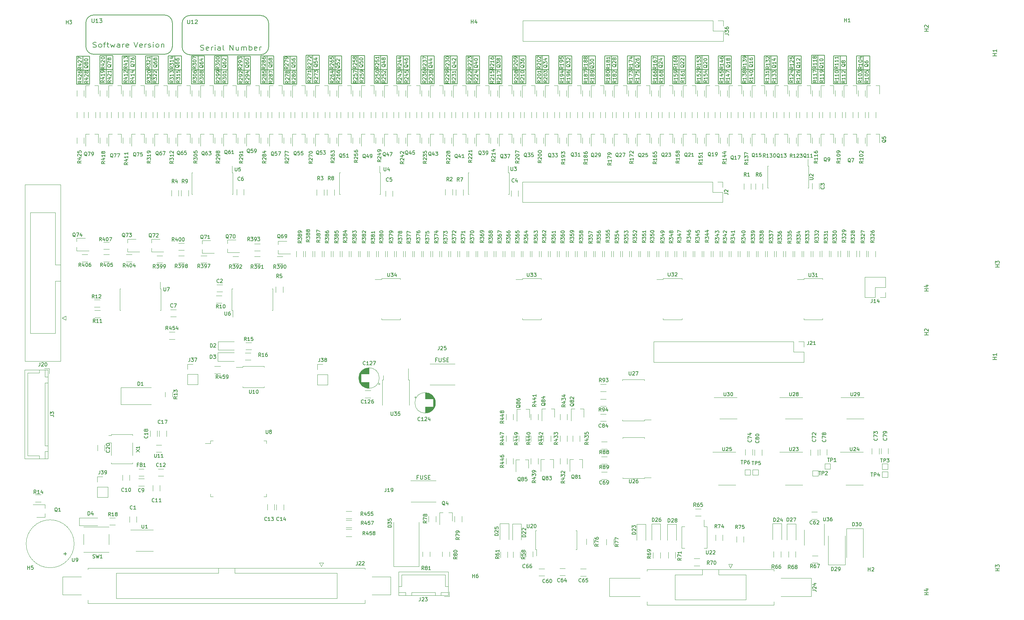
<source format=gbr>
%TF.GenerationSoftware,KiCad,Pcbnew,(7.0.0)*%
%TF.CreationDate,2024-10-14T13:46:46+03:30*%
%TF.ProjectId,tester,74657374-6572-42e6-9b69-6361645f7063,rev?*%
%TF.SameCoordinates,Original*%
%TF.FileFunction,Legend,Top*%
%TF.FilePolarity,Positive*%
%FSLAX46Y46*%
G04 Gerber Fmt 4.6, Leading zero omitted, Abs format (unit mm)*
G04 Created by KiCad (PCBNEW (7.0.0)) date 2024-10-14 13:46:46*
%MOMM*%
%LPD*%
G01*
G04 APERTURE LIST*
%ADD10C,0.150000*%
%ADD11C,0.200000*%
%ADD12C,0.120000*%
G04 APERTURE END LIST*
D10*
X200680000Y-27992500D02*
X200680000Y-20867500D01*
X43465000Y-20847500D02*
X40140000Y-20847500D01*
X209095000Y-27992500D02*
X212420000Y-27992500D01*
X113230000Y-27962500D02*
X113230000Y-20837500D01*
X171840000Y-28012500D02*
X171840000Y-20887500D01*
X92605000Y-27892500D02*
X95930000Y-27892500D01*
X131020000Y-20907500D02*
X127695000Y-20907500D01*
X168515000Y-24450000D02*
X171840000Y-24450000D01*
X75137500Y-24517500D02*
X78462500Y-24517500D01*
X101640000Y-20887500D02*
X98315000Y-20887500D01*
X95930000Y-27892500D02*
X95930000Y-20767500D01*
X150985000Y-27952500D02*
X154310000Y-27952500D01*
X180355000Y-20887500D02*
X180355000Y-28012500D01*
X117287500Y-20887500D02*
X117287500Y-28012500D01*
X115625000Y-24450000D02*
X118950000Y-24450000D01*
X127695000Y-24470000D02*
X131020000Y-24470000D01*
X107460000Y-20817500D02*
X104135000Y-20817500D01*
X145095000Y-28012500D02*
X148420000Y-28012500D01*
X221085000Y-20767500D02*
X221085000Y-27892500D01*
X98315000Y-20887500D02*
X98315000Y-28012500D01*
X57565000Y-27997500D02*
X60890000Y-27997500D01*
X75137500Y-20955000D02*
X75137500Y-28080000D01*
X209095000Y-20867500D02*
X209095000Y-27992500D01*
X156805000Y-20877500D02*
X156805000Y-28002500D01*
X99977500Y-20887500D02*
X99977500Y-28012500D01*
X133325000Y-27992500D02*
X136650000Y-27992500D01*
X104135000Y-20817500D02*
X104135000Y-27942500D01*
X226695000Y-28012500D02*
X230020000Y-28012500D01*
X65127500Y-20872500D02*
X65127500Y-27997500D01*
X105797500Y-20817500D02*
X105797500Y-27942500D01*
X156805000Y-28002500D02*
X160130000Y-28002500D01*
X69327500Y-20872500D02*
X69327500Y-27997500D01*
X160130000Y-28002500D02*
X160130000Y-20877500D01*
X215145000Y-24430000D02*
X218470000Y-24430000D01*
X230020000Y-28012500D02*
X230020000Y-20887500D01*
X158467500Y-20877500D02*
X158467500Y-28002500D01*
X51747500Y-20905000D02*
X51747500Y-28030000D01*
X168515000Y-28012500D02*
X171840000Y-28012500D01*
X232575000Y-27992500D02*
X235900000Y-27992500D01*
X148420000Y-20887500D02*
X145095000Y-20887500D01*
X162815000Y-20887500D02*
X162815000Y-28012500D01*
X185765000Y-24440000D02*
X189090000Y-24440000D01*
X226695000Y-24450000D02*
X230020000Y-24450000D01*
X86885000Y-24510000D02*
X90210000Y-24510000D01*
X136650000Y-27992500D02*
X136650000Y-20867500D01*
X191585000Y-27962500D02*
X194910000Y-27962500D01*
X234237500Y-20867500D02*
X234237500Y-27992500D01*
X154310000Y-27952500D02*
X154310000Y-20827500D01*
X221085000Y-24330000D02*
X224410000Y-24330000D01*
X101640000Y-28012500D02*
X101640000Y-20887500D01*
X45877500Y-27985000D02*
X49202500Y-27985000D01*
X55072500Y-20905000D02*
X51747500Y-20905000D01*
X180355000Y-24450000D02*
X183680000Y-24450000D01*
X194910000Y-20837500D02*
X191585000Y-20837500D01*
X75137500Y-28080000D02*
X78462500Y-28080000D01*
X47540000Y-20860000D02*
X47540000Y-27985000D01*
X111567500Y-20837500D02*
X111567500Y-27962500D01*
X230020000Y-20887500D02*
X226695000Y-20887500D01*
X197355000Y-27992500D02*
X200680000Y-27992500D01*
X115625000Y-20887500D02*
X115625000Y-28012500D01*
X171840000Y-20887500D02*
X168515000Y-20887500D01*
X107460000Y-27942500D02*
X107460000Y-20817500D01*
X40140000Y-24410000D02*
X43465000Y-24410000D01*
X81045000Y-27982500D02*
X84370000Y-27982500D01*
X60890000Y-20872500D02*
X57565000Y-20872500D01*
X109905000Y-20837500D02*
X109905000Y-27962500D01*
X34227500Y-20960000D02*
X34227500Y-28085000D01*
X94267500Y-20767500D02*
X94267500Y-27892500D01*
X121825000Y-20887500D02*
X121825000Y-28012500D01*
X235900000Y-20867500D02*
X232575000Y-20867500D01*
X121825000Y-24450000D02*
X125150000Y-24450000D01*
X191585000Y-24400000D02*
X194910000Y-24400000D01*
X215145000Y-20867500D02*
X215145000Y-27992500D01*
X194910000Y-27962500D02*
X194910000Y-20837500D01*
X189090000Y-28002500D02*
X189090000Y-20877500D01*
X118950000Y-28012500D02*
X118950000Y-20887500D01*
X146757500Y-20887500D02*
X146757500Y-28012500D01*
X218470000Y-27992500D02*
X218470000Y-20867500D01*
X51747500Y-24467500D02*
X55072500Y-24467500D01*
X59227500Y-20872500D02*
X59227500Y-27997500D01*
X204927500Y-20827500D02*
X204927500Y-27952500D01*
X78462500Y-28080000D02*
X78462500Y-20955000D01*
X212420000Y-27992500D02*
X212420000Y-20867500D01*
X134987500Y-20867500D02*
X134987500Y-27992500D01*
X72652500Y-20872500D02*
X69327500Y-20872500D01*
X168515000Y-20887500D02*
X168515000Y-28012500D01*
X51747500Y-28030000D02*
X55072500Y-28030000D01*
X40140000Y-20847500D02*
X40140000Y-27972500D01*
X37552500Y-28085000D02*
X37552500Y-20960000D01*
X66790000Y-20872500D02*
X63465000Y-20872500D01*
X109905000Y-24400000D02*
X113230000Y-24400000D01*
X156805000Y-24440000D02*
X160130000Y-24440000D01*
X72652500Y-27997500D02*
X72652500Y-20872500D01*
X69327500Y-27997500D02*
X72652500Y-27997500D01*
X49202500Y-20860000D02*
X45877500Y-20860000D01*
X197355000Y-20867500D02*
X197355000Y-27992500D01*
X142400000Y-28042500D02*
X142400000Y-20917500D01*
X123487500Y-20887500D02*
X123487500Y-28012500D01*
X69327500Y-24435000D02*
X72652500Y-24435000D01*
X150985000Y-20827500D02*
X150985000Y-27952500D01*
X218470000Y-20867500D02*
X215145000Y-20867500D01*
X197355000Y-24430000D02*
X200680000Y-24430000D01*
X60890000Y-27997500D02*
X60890000Y-20872500D01*
X212420000Y-20867500D02*
X209095000Y-20867500D01*
X34227500Y-28085000D02*
X37552500Y-28085000D01*
X81045000Y-20857500D02*
X81045000Y-27982500D01*
X200680000Y-20867500D02*
X197355000Y-20867500D01*
X170177500Y-20887500D02*
X170177500Y-28012500D01*
X224410000Y-27892500D02*
X224410000Y-20767500D01*
X221085000Y-27892500D02*
X224410000Y-27892500D01*
X41802500Y-20847500D02*
X41802500Y-27972500D01*
X175957500Y-20877500D02*
X175957500Y-28002500D01*
X98315000Y-24450000D02*
X101640000Y-24450000D01*
X81045000Y-24420000D02*
X84370000Y-24420000D01*
X133325000Y-20867500D02*
X133325000Y-27992500D01*
X129357500Y-20907500D02*
X129357500Y-28032500D01*
X177620000Y-28002500D02*
X177620000Y-20877500D01*
X145095000Y-20887500D02*
X145095000Y-28012500D01*
X57565000Y-20872500D02*
X57565000Y-27997500D01*
X154310000Y-20827500D02*
X150985000Y-20827500D01*
X66790000Y-27997500D02*
X66790000Y-20872500D01*
X162815000Y-24450000D02*
X166140000Y-24450000D01*
X82707500Y-20857500D02*
X82707500Y-27982500D01*
X228357500Y-20887500D02*
X228357500Y-28012500D01*
X177620000Y-20877500D02*
X174295000Y-20877500D01*
X193247500Y-20837500D02*
X193247500Y-27962500D01*
X164477500Y-20887500D02*
X164477500Y-28012500D01*
X203265000Y-27952500D02*
X206590000Y-27952500D01*
X174295000Y-24440000D02*
X177620000Y-24440000D01*
X55072500Y-28030000D02*
X55072500Y-20905000D01*
X90210000Y-28072500D02*
X90210000Y-20947500D01*
X127695000Y-20907500D02*
X127695000Y-28032500D01*
X139075000Y-24480000D02*
X142400000Y-24480000D01*
X104135000Y-27942500D02*
X107460000Y-27942500D01*
X222747500Y-20767500D02*
X222747500Y-27892500D01*
X140737500Y-20917500D02*
X140737500Y-28042500D01*
X174295000Y-28002500D02*
X177620000Y-28002500D01*
X98315000Y-28012500D02*
X101640000Y-28012500D01*
X206590000Y-20827500D02*
X203265000Y-20827500D01*
X127695000Y-28032500D02*
X131020000Y-28032500D01*
X226695000Y-20887500D02*
X226695000Y-28012500D01*
X152647500Y-20827500D02*
X152647500Y-27952500D01*
X86885000Y-20947500D02*
X86885000Y-28072500D01*
X145095000Y-24450000D02*
X148420000Y-24450000D01*
X92605000Y-24330000D02*
X95930000Y-24330000D01*
X235900000Y-27992500D02*
X235900000Y-20867500D01*
X139075000Y-20917500D02*
X139075000Y-28042500D01*
X37552500Y-20960000D02*
X34227500Y-20960000D01*
X115625000Y-28012500D02*
X118950000Y-28012500D01*
X95930000Y-20767500D02*
X92605000Y-20767500D01*
X215145000Y-27992500D02*
X218470000Y-27992500D01*
X49202500Y-27985000D02*
X49202500Y-20860000D01*
X45877500Y-20860000D02*
X45877500Y-27985000D01*
X232575000Y-24430000D02*
X235900000Y-24430000D01*
X203265000Y-20827500D02*
X203265000Y-27952500D01*
X199017500Y-20867500D02*
X199017500Y-27992500D01*
X40140000Y-27972500D02*
X43465000Y-27972500D01*
X166140000Y-28012500D02*
X166140000Y-20887500D01*
X162815000Y-28012500D02*
X166140000Y-28012500D01*
X45877500Y-24422500D02*
X49202500Y-24422500D01*
X57565000Y-24435000D02*
X60890000Y-24435000D01*
X216807500Y-20867500D02*
X216807500Y-27992500D01*
X121825000Y-28012500D02*
X125150000Y-28012500D01*
X206590000Y-27952500D02*
X206590000Y-20827500D01*
X166140000Y-20887500D02*
X162815000Y-20887500D01*
X183680000Y-28012500D02*
X183680000Y-20887500D01*
X185765000Y-20877500D02*
X185765000Y-28002500D01*
X53410000Y-20905000D02*
X53410000Y-28030000D01*
X88547500Y-20947500D02*
X88547500Y-28072500D01*
X63465000Y-24435000D02*
X66790000Y-24435000D01*
X109905000Y-27962500D02*
X113230000Y-27962500D01*
X125150000Y-28012500D02*
X125150000Y-20887500D01*
X76800000Y-20955000D02*
X76800000Y-28080000D01*
X148420000Y-28012500D02*
X148420000Y-20887500D01*
X84370000Y-20857500D02*
X81045000Y-20857500D01*
X70990000Y-20872500D02*
X70990000Y-27997500D01*
X78462500Y-20955000D02*
X75137500Y-20955000D01*
X34227500Y-24522500D02*
X37552500Y-24522500D01*
X203265000Y-24390000D02*
X206590000Y-24390000D01*
X43465000Y-27972500D02*
X43465000Y-20847500D01*
X189090000Y-20877500D02*
X185765000Y-20877500D01*
X131020000Y-28032500D02*
X131020000Y-20907500D01*
X139075000Y-28042500D02*
X142400000Y-28042500D01*
X125150000Y-20887500D02*
X121825000Y-20887500D01*
X191585000Y-20837500D02*
X191585000Y-27962500D01*
X133325000Y-24430000D02*
X136650000Y-24430000D01*
X90210000Y-20947500D02*
X86885000Y-20947500D01*
X63465000Y-20872500D02*
X63465000Y-27997500D01*
X185765000Y-28002500D02*
X189090000Y-28002500D01*
X180355000Y-28012500D02*
X183680000Y-28012500D01*
X63465000Y-27997500D02*
X66790000Y-27997500D01*
X187427500Y-20877500D02*
X187427500Y-28002500D01*
X86885000Y-28072500D02*
X90210000Y-28072500D01*
X35890000Y-20960000D02*
X35890000Y-28085000D01*
X210757500Y-20867500D02*
X210757500Y-27992500D01*
X118950000Y-20887500D02*
X115625000Y-20887500D01*
X232575000Y-20867500D02*
X232575000Y-27992500D01*
X92605000Y-20767500D02*
X92605000Y-27892500D01*
X113230000Y-20837500D02*
X109905000Y-20837500D01*
X160130000Y-20877500D02*
X156805000Y-20877500D01*
X209095000Y-24430000D02*
X212420000Y-24430000D01*
X150985000Y-24390000D02*
X154310000Y-24390000D01*
X182017500Y-20887500D02*
X182017500Y-28012500D01*
X183680000Y-20887500D02*
X180355000Y-20887500D01*
X142400000Y-20917500D02*
X139075000Y-20917500D01*
X136650000Y-20867500D02*
X133325000Y-20867500D01*
X224410000Y-20767500D02*
X221085000Y-20767500D01*
X84370000Y-27982500D02*
X84370000Y-20857500D01*
X174295000Y-20877500D02*
X174295000Y-28002500D01*
X104135000Y-24380000D02*
X107460000Y-24380000D01*
%TO.C,H2*%
X250802380Y-91951904D02*
X249802380Y-91951904D01*
X250278571Y-91951904D02*
X250278571Y-91380476D01*
X250802380Y-91380476D02*
X249802380Y-91380476D01*
X249897619Y-90951904D02*
X249850000Y-90904285D01*
X249850000Y-90904285D02*
X249802380Y-90809047D01*
X249802380Y-90809047D02*
X249802380Y-90570952D01*
X249802380Y-90570952D02*
X249850000Y-90475714D01*
X249850000Y-90475714D02*
X249897619Y-90428095D01*
X249897619Y-90428095D02*
X249992857Y-90380476D01*
X249992857Y-90380476D02*
X250088095Y-90380476D01*
X250088095Y-90380476D02*
X250230952Y-90428095D01*
X250230952Y-90428095D02*
X250802380Y-90999523D01*
X250802380Y-90999523D02*
X250802380Y-90380476D01*
%TO.C,H1*%
X268197380Y-98181904D02*
X267197380Y-98181904D01*
X267673571Y-98181904D02*
X267673571Y-97610476D01*
X268197380Y-97610476D02*
X267197380Y-97610476D01*
X268197380Y-96610476D02*
X268197380Y-97181904D01*
X268197380Y-96896190D02*
X267197380Y-96896190D01*
X267197380Y-96896190D02*
X267340238Y-96991428D01*
X267340238Y-96991428D02*
X267435476Y-97086666D01*
X267435476Y-97086666D02*
X267483095Y-97181904D01*
%TO.C,H3*%
X268857380Y-151991904D02*
X267857380Y-151991904D01*
X268333571Y-151991904D02*
X268333571Y-151420476D01*
X268857380Y-151420476D02*
X267857380Y-151420476D01*
X267857380Y-151039523D02*
X267857380Y-150420476D01*
X267857380Y-150420476D02*
X268238333Y-150753809D01*
X268238333Y-150753809D02*
X268238333Y-150610952D01*
X268238333Y-150610952D02*
X268285952Y-150515714D01*
X268285952Y-150515714D02*
X268333571Y-150468095D01*
X268333571Y-150468095D02*
X268428809Y-150420476D01*
X268428809Y-150420476D02*
X268666904Y-150420476D01*
X268666904Y-150420476D02*
X268762142Y-150468095D01*
X268762142Y-150468095D02*
X268809761Y-150515714D01*
X268809761Y-150515714D02*
X268857380Y-150610952D01*
X268857380Y-150610952D02*
X268857380Y-150896666D01*
X268857380Y-150896666D02*
X268809761Y-150991904D01*
X268809761Y-150991904D02*
X268762142Y-151039523D01*
%TO.C,H4*%
X250802380Y-158091904D02*
X249802380Y-158091904D01*
X250278571Y-158091904D02*
X250278571Y-157520476D01*
X250802380Y-157520476D02*
X249802380Y-157520476D01*
X250135714Y-156615714D02*
X250802380Y-156615714D01*
X249754761Y-156853809D02*
X250469047Y-157091904D01*
X250469047Y-157091904D02*
X250469047Y-156472857D01*
%TO.C,H2*%
X250802380Y-14631904D02*
X249802380Y-14631904D01*
X250278571Y-14631904D02*
X250278571Y-14060476D01*
X250802380Y-14060476D02*
X249802380Y-14060476D01*
X249897619Y-13631904D02*
X249850000Y-13584285D01*
X249850000Y-13584285D02*
X249802380Y-13489047D01*
X249802380Y-13489047D02*
X249802380Y-13250952D01*
X249802380Y-13250952D02*
X249850000Y-13155714D01*
X249850000Y-13155714D02*
X249897619Y-13108095D01*
X249897619Y-13108095D02*
X249992857Y-13060476D01*
X249992857Y-13060476D02*
X250088095Y-13060476D01*
X250088095Y-13060476D02*
X250230952Y-13108095D01*
X250230952Y-13108095D02*
X250802380Y-13679523D01*
X250802380Y-13679523D02*
X250802380Y-13060476D01*
%TO.C,H1*%
X268197380Y-20861904D02*
X267197380Y-20861904D01*
X267673571Y-20861904D02*
X267673571Y-20290476D01*
X268197380Y-20290476D02*
X267197380Y-20290476D01*
X268197380Y-19290476D02*
X268197380Y-19861904D01*
X268197380Y-19576190D02*
X267197380Y-19576190D01*
X267197380Y-19576190D02*
X267340238Y-19671428D01*
X267340238Y-19671428D02*
X267435476Y-19766666D01*
X267435476Y-19766666D02*
X267483095Y-19861904D01*
%TO.C,H3*%
X268857380Y-74671904D02*
X267857380Y-74671904D01*
X268333571Y-74671904D02*
X268333571Y-74100476D01*
X268857380Y-74100476D02*
X267857380Y-74100476D01*
X267857380Y-73719523D02*
X267857380Y-73100476D01*
X267857380Y-73100476D02*
X268238333Y-73433809D01*
X268238333Y-73433809D02*
X268238333Y-73290952D01*
X268238333Y-73290952D02*
X268285952Y-73195714D01*
X268285952Y-73195714D02*
X268333571Y-73148095D01*
X268333571Y-73148095D02*
X268428809Y-73100476D01*
X268428809Y-73100476D02*
X268666904Y-73100476D01*
X268666904Y-73100476D02*
X268762142Y-73148095D01*
X268762142Y-73148095D02*
X268809761Y-73195714D01*
X268809761Y-73195714D02*
X268857380Y-73290952D01*
X268857380Y-73290952D02*
X268857380Y-73576666D01*
X268857380Y-73576666D02*
X268809761Y-73671904D01*
X268809761Y-73671904D02*
X268762142Y-73719523D01*
%TO.C,H4*%
X250802380Y-80771904D02*
X249802380Y-80771904D01*
X250278571Y-80771904D02*
X250278571Y-80200476D01*
X250802380Y-80200476D02*
X249802380Y-80200476D01*
X250135714Y-79295714D02*
X250802380Y-79295714D01*
X249754761Y-79533809D02*
X250469047Y-79771904D01*
X250469047Y-79771904D02*
X250469047Y-79152857D01*
%TO.C,TP3*%
X238629286Y-123417642D02*
X239143572Y-123417642D01*
X238886429Y-124317642D02*
X238886429Y-123417642D01*
X239443571Y-124317642D02*
X239443571Y-123417642D01*
X239443571Y-123417642D02*
X239786428Y-123417642D01*
X239786428Y-123417642D02*
X239872143Y-123460500D01*
X239872143Y-123460500D02*
X239915000Y-123503357D01*
X239915000Y-123503357D02*
X239957857Y-123589071D01*
X239957857Y-123589071D02*
X239957857Y-123717642D01*
X239957857Y-123717642D02*
X239915000Y-123803357D01*
X239915000Y-123803357D02*
X239872143Y-123846214D01*
X239872143Y-123846214D02*
X239786428Y-123889071D01*
X239786428Y-123889071D02*
X239443571Y-123889071D01*
X240257857Y-123417642D02*
X240815000Y-123417642D01*
X240815000Y-123417642D02*
X240515000Y-123760500D01*
X240515000Y-123760500D02*
X240643571Y-123760500D01*
X240643571Y-123760500D02*
X240729286Y-123803357D01*
X240729286Y-123803357D02*
X240772143Y-123846214D01*
X240772143Y-123846214D02*
X240815000Y-123931928D01*
X240815000Y-123931928D02*
X240815000Y-124146214D01*
X240815000Y-124146214D02*
X240772143Y-124231928D01*
X240772143Y-124231928D02*
X240729286Y-124274785D01*
X240729286Y-124274785D02*
X240643571Y-124317642D01*
X240643571Y-124317642D02*
X240386428Y-124317642D01*
X240386428Y-124317642D02*
X240300714Y-124274785D01*
X240300714Y-124274785D02*
X240257857Y-124231928D01*
%TO.C,U12*%
X62431905Y-11717380D02*
X62431905Y-12526904D01*
X62431905Y-12526904D02*
X62479524Y-12622142D01*
X62479524Y-12622142D02*
X62527143Y-12669761D01*
X62527143Y-12669761D02*
X62622381Y-12717380D01*
X62622381Y-12717380D02*
X62812857Y-12717380D01*
X62812857Y-12717380D02*
X62908095Y-12669761D01*
X62908095Y-12669761D02*
X62955714Y-12622142D01*
X62955714Y-12622142D02*
X63003333Y-12526904D01*
X63003333Y-12526904D02*
X63003333Y-11717380D01*
X64003333Y-12717380D02*
X63431905Y-12717380D01*
X63717619Y-12717380D02*
X63717619Y-11717380D01*
X63717619Y-11717380D02*
X63622381Y-11860238D01*
X63622381Y-11860238D02*
X63527143Y-11955476D01*
X63527143Y-11955476D02*
X63431905Y-12003095D01*
X64384286Y-11812619D02*
X64431905Y-11765000D01*
X64431905Y-11765000D02*
X64527143Y-11717380D01*
X64527143Y-11717380D02*
X64765238Y-11717380D01*
X64765238Y-11717380D02*
X64860476Y-11765000D01*
X64860476Y-11765000D02*
X64908095Y-11812619D01*
X64908095Y-11812619D02*
X64955714Y-11907857D01*
X64955714Y-11907857D02*
X64955714Y-12003095D01*
X64955714Y-12003095D02*
X64908095Y-12145952D01*
X64908095Y-12145952D02*
X64336667Y-12717380D01*
X64336667Y-12717380D02*
X64955714Y-12717380D01*
D11*
X65735715Y-19395690D02*
X65950001Y-19457595D01*
X65950001Y-19457595D02*
X66307143Y-19457595D01*
X66307143Y-19457595D02*
X66450001Y-19395690D01*
X66450001Y-19395690D02*
X66521429Y-19333785D01*
X66521429Y-19333785D02*
X66592858Y-19209976D01*
X66592858Y-19209976D02*
X66592858Y-19086166D01*
X66592858Y-19086166D02*
X66521429Y-18962357D01*
X66521429Y-18962357D02*
X66450001Y-18900452D01*
X66450001Y-18900452D02*
X66307143Y-18838547D01*
X66307143Y-18838547D02*
X66021429Y-18776642D01*
X66021429Y-18776642D02*
X65878572Y-18714738D01*
X65878572Y-18714738D02*
X65807143Y-18652833D01*
X65807143Y-18652833D02*
X65735715Y-18529023D01*
X65735715Y-18529023D02*
X65735715Y-18405214D01*
X65735715Y-18405214D02*
X65807143Y-18281404D01*
X65807143Y-18281404D02*
X65878572Y-18219500D01*
X65878572Y-18219500D02*
X66021429Y-18157595D01*
X66021429Y-18157595D02*
X66378572Y-18157595D01*
X66378572Y-18157595D02*
X66592858Y-18219500D01*
X67807143Y-19395690D02*
X67664286Y-19457595D01*
X67664286Y-19457595D02*
X67378572Y-19457595D01*
X67378572Y-19457595D02*
X67235714Y-19395690D01*
X67235714Y-19395690D02*
X67164286Y-19271880D01*
X67164286Y-19271880D02*
X67164286Y-18776642D01*
X67164286Y-18776642D02*
X67235714Y-18652833D01*
X67235714Y-18652833D02*
X67378572Y-18590928D01*
X67378572Y-18590928D02*
X67664286Y-18590928D01*
X67664286Y-18590928D02*
X67807143Y-18652833D01*
X67807143Y-18652833D02*
X67878572Y-18776642D01*
X67878572Y-18776642D02*
X67878572Y-18900452D01*
X67878572Y-18900452D02*
X67164286Y-19024261D01*
X68521428Y-19457595D02*
X68521428Y-18590928D01*
X68521428Y-18838547D02*
X68592857Y-18714738D01*
X68592857Y-18714738D02*
X68664286Y-18652833D01*
X68664286Y-18652833D02*
X68807143Y-18590928D01*
X68807143Y-18590928D02*
X68950000Y-18590928D01*
X69449999Y-19457595D02*
X69449999Y-18590928D01*
X69449999Y-18157595D02*
X69378571Y-18219500D01*
X69378571Y-18219500D02*
X69449999Y-18281404D01*
X69449999Y-18281404D02*
X69521428Y-18219500D01*
X69521428Y-18219500D02*
X69449999Y-18157595D01*
X69449999Y-18157595D02*
X69449999Y-18281404D01*
X70807143Y-19457595D02*
X70807143Y-18776642D01*
X70807143Y-18776642D02*
X70735714Y-18652833D01*
X70735714Y-18652833D02*
X70592857Y-18590928D01*
X70592857Y-18590928D02*
X70307143Y-18590928D01*
X70307143Y-18590928D02*
X70164285Y-18652833D01*
X70807143Y-19395690D02*
X70664285Y-19457595D01*
X70664285Y-19457595D02*
X70307143Y-19457595D01*
X70307143Y-19457595D02*
X70164285Y-19395690D01*
X70164285Y-19395690D02*
X70092857Y-19271880D01*
X70092857Y-19271880D02*
X70092857Y-19148071D01*
X70092857Y-19148071D02*
X70164285Y-19024261D01*
X70164285Y-19024261D02*
X70307143Y-18962357D01*
X70307143Y-18962357D02*
X70664285Y-18962357D01*
X70664285Y-18962357D02*
X70807143Y-18900452D01*
X71735714Y-19457595D02*
X71592857Y-19395690D01*
X71592857Y-19395690D02*
X71521428Y-19271880D01*
X71521428Y-19271880D02*
X71521428Y-18157595D01*
X73207142Y-19457595D02*
X73207142Y-18157595D01*
X73207142Y-18157595D02*
X74064285Y-19457595D01*
X74064285Y-19457595D02*
X74064285Y-18157595D01*
X75421429Y-18590928D02*
X75421429Y-19457595D01*
X74778571Y-18590928D02*
X74778571Y-19271880D01*
X74778571Y-19271880D02*
X74850000Y-19395690D01*
X74850000Y-19395690D02*
X74992857Y-19457595D01*
X74992857Y-19457595D02*
X75207143Y-19457595D01*
X75207143Y-19457595D02*
X75350000Y-19395690D01*
X75350000Y-19395690D02*
X75421429Y-19333785D01*
X76135714Y-19457595D02*
X76135714Y-18590928D01*
X76135714Y-18714738D02*
X76207143Y-18652833D01*
X76207143Y-18652833D02*
X76350000Y-18590928D01*
X76350000Y-18590928D02*
X76564286Y-18590928D01*
X76564286Y-18590928D02*
X76707143Y-18652833D01*
X76707143Y-18652833D02*
X76778572Y-18776642D01*
X76778572Y-18776642D02*
X76778572Y-19457595D01*
X76778572Y-18776642D02*
X76850000Y-18652833D01*
X76850000Y-18652833D02*
X76992857Y-18590928D01*
X76992857Y-18590928D02*
X77207143Y-18590928D01*
X77207143Y-18590928D02*
X77350000Y-18652833D01*
X77350000Y-18652833D02*
X77421429Y-18776642D01*
X77421429Y-18776642D02*
X77421429Y-19457595D01*
X78135714Y-19457595D02*
X78135714Y-18157595D01*
X78135714Y-18652833D02*
X78278572Y-18590928D01*
X78278572Y-18590928D02*
X78564286Y-18590928D01*
X78564286Y-18590928D02*
X78707143Y-18652833D01*
X78707143Y-18652833D02*
X78778572Y-18714738D01*
X78778572Y-18714738D02*
X78850000Y-18838547D01*
X78850000Y-18838547D02*
X78850000Y-19209976D01*
X78850000Y-19209976D02*
X78778572Y-19333785D01*
X78778572Y-19333785D02*
X78707143Y-19395690D01*
X78707143Y-19395690D02*
X78564286Y-19457595D01*
X78564286Y-19457595D02*
X78278572Y-19457595D01*
X78278572Y-19457595D02*
X78135714Y-19395690D01*
X80064286Y-19395690D02*
X79921429Y-19457595D01*
X79921429Y-19457595D02*
X79635715Y-19457595D01*
X79635715Y-19457595D02*
X79492857Y-19395690D01*
X79492857Y-19395690D02*
X79421429Y-19271880D01*
X79421429Y-19271880D02*
X79421429Y-18776642D01*
X79421429Y-18776642D02*
X79492857Y-18652833D01*
X79492857Y-18652833D02*
X79635715Y-18590928D01*
X79635715Y-18590928D02*
X79921429Y-18590928D01*
X79921429Y-18590928D02*
X80064286Y-18652833D01*
X80064286Y-18652833D02*
X80135715Y-18776642D01*
X80135715Y-18776642D02*
X80135715Y-18900452D01*
X80135715Y-18900452D02*
X79421429Y-19024261D01*
X80778571Y-19457595D02*
X80778571Y-18590928D01*
X80778571Y-18838547D02*
X80850000Y-18714738D01*
X80850000Y-18714738D02*
X80921429Y-18652833D01*
X80921429Y-18652833D02*
X81064286Y-18590928D01*
X81064286Y-18590928D02*
X81207143Y-18590928D01*
D10*
%TO.C,R319*%
X53050642Y-47657142D02*
X52622071Y-47957142D01*
X53050642Y-48171428D02*
X52150642Y-48171428D01*
X52150642Y-48171428D02*
X52150642Y-47828571D01*
X52150642Y-47828571D02*
X52193500Y-47742856D01*
X52193500Y-47742856D02*
X52236357Y-47699999D01*
X52236357Y-47699999D02*
X52322071Y-47657142D01*
X52322071Y-47657142D02*
X52450642Y-47657142D01*
X52450642Y-47657142D02*
X52536357Y-47699999D01*
X52536357Y-47699999D02*
X52579214Y-47742856D01*
X52579214Y-47742856D02*
X52622071Y-47828571D01*
X52622071Y-47828571D02*
X52622071Y-48171428D01*
X52150642Y-47357142D02*
X52150642Y-46799999D01*
X52150642Y-46799999D02*
X52493500Y-47099999D01*
X52493500Y-47099999D02*
X52493500Y-46971428D01*
X52493500Y-46971428D02*
X52536357Y-46885714D01*
X52536357Y-46885714D02*
X52579214Y-46842856D01*
X52579214Y-46842856D02*
X52664928Y-46799999D01*
X52664928Y-46799999D02*
X52879214Y-46799999D01*
X52879214Y-46799999D02*
X52964928Y-46842856D01*
X52964928Y-46842856D02*
X53007785Y-46885714D01*
X53007785Y-46885714D02*
X53050642Y-46971428D01*
X53050642Y-46971428D02*
X53050642Y-47228571D01*
X53050642Y-47228571D02*
X53007785Y-47314285D01*
X53007785Y-47314285D02*
X52964928Y-47357142D01*
X53050642Y-45942856D02*
X53050642Y-46457142D01*
X53050642Y-46199999D02*
X52150642Y-46199999D01*
X52150642Y-46199999D02*
X52279214Y-46285713D01*
X52279214Y-46285713D02*
X52364928Y-46371428D01*
X52364928Y-46371428D02*
X52407785Y-46457142D01*
X53050642Y-45514285D02*
X53050642Y-45342856D01*
X53050642Y-45342856D02*
X53007785Y-45257142D01*
X53007785Y-45257142D02*
X52964928Y-45214285D01*
X52964928Y-45214285D02*
X52836357Y-45128570D01*
X52836357Y-45128570D02*
X52664928Y-45085713D01*
X52664928Y-45085713D02*
X52322071Y-45085713D01*
X52322071Y-45085713D02*
X52236357Y-45128570D01*
X52236357Y-45128570D02*
X52193500Y-45171428D01*
X52193500Y-45171428D02*
X52150642Y-45257142D01*
X52150642Y-45257142D02*
X52150642Y-45428570D01*
X52150642Y-45428570D02*
X52193500Y-45514285D01*
X52193500Y-45514285D02*
X52236357Y-45557142D01*
X52236357Y-45557142D02*
X52322071Y-45599999D01*
X52322071Y-45599999D02*
X52536357Y-45599999D01*
X52536357Y-45599999D02*
X52622071Y-45557142D01*
X52622071Y-45557142D02*
X52664928Y-45514285D01*
X52664928Y-45514285D02*
X52707785Y-45428570D01*
X52707785Y-45428570D02*
X52707785Y-45257142D01*
X52707785Y-45257142D02*
X52664928Y-45171428D01*
X52664928Y-45171428D02*
X52622071Y-45128570D01*
X52622071Y-45128570D02*
X52536357Y-45085713D01*
%TO.C,R105*%
X235560642Y-27217142D02*
X235132071Y-27517142D01*
X235560642Y-27731428D02*
X234660642Y-27731428D01*
X234660642Y-27731428D02*
X234660642Y-27388571D01*
X234660642Y-27388571D02*
X234703500Y-27302856D01*
X234703500Y-27302856D02*
X234746357Y-27259999D01*
X234746357Y-27259999D02*
X234832071Y-27217142D01*
X234832071Y-27217142D02*
X234960642Y-27217142D01*
X234960642Y-27217142D02*
X235046357Y-27259999D01*
X235046357Y-27259999D02*
X235089214Y-27302856D01*
X235089214Y-27302856D02*
X235132071Y-27388571D01*
X235132071Y-27388571D02*
X235132071Y-27731428D01*
X235560642Y-26359999D02*
X235560642Y-26874285D01*
X235560642Y-26617142D02*
X234660642Y-26617142D01*
X234660642Y-26617142D02*
X234789214Y-26702856D01*
X234789214Y-26702856D02*
X234874928Y-26788571D01*
X234874928Y-26788571D02*
X234917785Y-26874285D01*
X234660642Y-25802856D02*
X234660642Y-25717142D01*
X234660642Y-25717142D02*
X234703500Y-25631428D01*
X234703500Y-25631428D02*
X234746357Y-25588571D01*
X234746357Y-25588571D02*
X234832071Y-25545713D01*
X234832071Y-25545713D02*
X235003500Y-25502856D01*
X235003500Y-25502856D02*
X235217785Y-25502856D01*
X235217785Y-25502856D02*
X235389214Y-25545713D01*
X235389214Y-25545713D02*
X235474928Y-25588571D01*
X235474928Y-25588571D02*
X235517785Y-25631428D01*
X235517785Y-25631428D02*
X235560642Y-25717142D01*
X235560642Y-25717142D02*
X235560642Y-25802856D01*
X235560642Y-25802856D02*
X235517785Y-25888571D01*
X235517785Y-25888571D02*
X235474928Y-25931428D01*
X235474928Y-25931428D02*
X235389214Y-25974285D01*
X235389214Y-25974285D02*
X235217785Y-26017142D01*
X235217785Y-26017142D02*
X235003500Y-26017142D01*
X235003500Y-26017142D02*
X234832071Y-25974285D01*
X234832071Y-25974285D02*
X234746357Y-25931428D01*
X234746357Y-25931428D02*
X234703500Y-25888571D01*
X234703500Y-25888571D02*
X234660642Y-25802856D01*
X234660642Y-24688570D02*
X234660642Y-25117142D01*
X234660642Y-25117142D02*
X235089214Y-25159999D01*
X235089214Y-25159999D02*
X235046357Y-25117142D01*
X235046357Y-25117142D02*
X235003500Y-25031428D01*
X235003500Y-25031428D02*
X235003500Y-24817142D01*
X235003500Y-24817142D02*
X235046357Y-24731428D01*
X235046357Y-24731428D02*
X235089214Y-24688570D01*
X235089214Y-24688570D02*
X235174928Y-24645713D01*
X235174928Y-24645713D02*
X235389214Y-24645713D01*
X235389214Y-24645713D02*
X235474928Y-24688570D01*
X235474928Y-24688570D02*
X235517785Y-24731428D01*
X235517785Y-24731428D02*
X235560642Y-24817142D01*
X235560642Y-24817142D02*
X235560642Y-25031428D01*
X235560642Y-25031428D02*
X235517785Y-25117142D01*
X235517785Y-25117142D02*
X235474928Y-25159999D01*
%TO.C,R382*%
X107752142Y-67994206D02*
X107323571Y-68294206D01*
X107752142Y-68508492D02*
X106852142Y-68508492D01*
X106852142Y-68508492D02*
X106852142Y-68165635D01*
X106852142Y-68165635D02*
X106895000Y-68079920D01*
X106895000Y-68079920D02*
X106937857Y-68037063D01*
X106937857Y-68037063D02*
X107023571Y-67994206D01*
X107023571Y-67994206D02*
X107152142Y-67994206D01*
X107152142Y-67994206D02*
X107237857Y-68037063D01*
X107237857Y-68037063D02*
X107280714Y-68079920D01*
X107280714Y-68079920D02*
X107323571Y-68165635D01*
X107323571Y-68165635D02*
X107323571Y-68508492D01*
X106852142Y-67694206D02*
X106852142Y-67137063D01*
X106852142Y-67137063D02*
X107195000Y-67437063D01*
X107195000Y-67437063D02*
X107195000Y-67308492D01*
X107195000Y-67308492D02*
X107237857Y-67222778D01*
X107237857Y-67222778D02*
X107280714Y-67179920D01*
X107280714Y-67179920D02*
X107366428Y-67137063D01*
X107366428Y-67137063D02*
X107580714Y-67137063D01*
X107580714Y-67137063D02*
X107666428Y-67179920D01*
X107666428Y-67179920D02*
X107709285Y-67222778D01*
X107709285Y-67222778D02*
X107752142Y-67308492D01*
X107752142Y-67308492D02*
X107752142Y-67565635D01*
X107752142Y-67565635D02*
X107709285Y-67651349D01*
X107709285Y-67651349D02*
X107666428Y-67694206D01*
X107237857Y-66622777D02*
X107195000Y-66708492D01*
X107195000Y-66708492D02*
X107152142Y-66751349D01*
X107152142Y-66751349D02*
X107066428Y-66794206D01*
X107066428Y-66794206D02*
X107023571Y-66794206D01*
X107023571Y-66794206D02*
X106937857Y-66751349D01*
X106937857Y-66751349D02*
X106895000Y-66708492D01*
X106895000Y-66708492D02*
X106852142Y-66622777D01*
X106852142Y-66622777D02*
X106852142Y-66451349D01*
X106852142Y-66451349D02*
X106895000Y-66365635D01*
X106895000Y-66365635D02*
X106937857Y-66322777D01*
X106937857Y-66322777D02*
X107023571Y-66279920D01*
X107023571Y-66279920D02*
X107066428Y-66279920D01*
X107066428Y-66279920D02*
X107152142Y-66322777D01*
X107152142Y-66322777D02*
X107195000Y-66365635D01*
X107195000Y-66365635D02*
X107237857Y-66451349D01*
X107237857Y-66451349D02*
X107237857Y-66622777D01*
X107237857Y-66622777D02*
X107280714Y-66708492D01*
X107280714Y-66708492D02*
X107323571Y-66751349D01*
X107323571Y-66751349D02*
X107409285Y-66794206D01*
X107409285Y-66794206D02*
X107580714Y-66794206D01*
X107580714Y-66794206D02*
X107666428Y-66751349D01*
X107666428Y-66751349D02*
X107709285Y-66708492D01*
X107709285Y-66708492D02*
X107752142Y-66622777D01*
X107752142Y-66622777D02*
X107752142Y-66451349D01*
X107752142Y-66451349D02*
X107709285Y-66365635D01*
X107709285Y-66365635D02*
X107666428Y-66322777D01*
X107666428Y-66322777D02*
X107580714Y-66279920D01*
X107580714Y-66279920D02*
X107409285Y-66279920D01*
X107409285Y-66279920D02*
X107323571Y-66322777D01*
X107323571Y-66322777D02*
X107280714Y-66365635D01*
X107280714Y-66365635D02*
X107237857Y-66451349D01*
X106937857Y-65937063D02*
X106895000Y-65894206D01*
X106895000Y-65894206D02*
X106852142Y-65808492D01*
X106852142Y-65808492D02*
X106852142Y-65594206D01*
X106852142Y-65594206D02*
X106895000Y-65508492D01*
X106895000Y-65508492D02*
X106937857Y-65465634D01*
X106937857Y-65465634D02*
X107023571Y-65422777D01*
X107023571Y-65422777D02*
X107109285Y-65422777D01*
X107109285Y-65422777D02*
X107237857Y-65465634D01*
X107237857Y-65465634D02*
X107752142Y-65979920D01*
X107752142Y-65979920D02*
X107752142Y-65422777D01*
%TO.C,R10*%
X70291428Y-85090642D02*
X69991428Y-84662071D01*
X69777142Y-85090642D02*
X69777142Y-84190642D01*
X69777142Y-84190642D02*
X70119999Y-84190642D01*
X70119999Y-84190642D02*
X70205714Y-84233500D01*
X70205714Y-84233500D02*
X70248571Y-84276357D01*
X70248571Y-84276357D02*
X70291428Y-84362071D01*
X70291428Y-84362071D02*
X70291428Y-84490642D01*
X70291428Y-84490642D02*
X70248571Y-84576357D01*
X70248571Y-84576357D02*
X70205714Y-84619214D01*
X70205714Y-84619214D02*
X70119999Y-84662071D01*
X70119999Y-84662071D02*
X69777142Y-84662071D01*
X71148571Y-85090642D02*
X70634285Y-85090642D01*
X70891428Y-85090642D02*
X70891428Y-84190642D01*
X70891428Y-84190642D02*
X70805714Y-84319214D01*
X70805714Y-84319214D02*
X70719999Y-84404928D01*
X70719999Y-84404928D02*
X70634285Y-84447785D01*
X71705714Y-84190642D02*
X71791428Y-84190642D01*
X71791428Y-84190642D02*
X71877142Y-84233500D01*
X71877142Y-84233500D02*
X71920000Y-84276357D01*
X71920000Y-84276357D02*
X71962857Y-84362071D01*
X71962857Y-84362071D02*
X72005714Y-84533500D01*
X72005714Y-84533500D02*
X72005714Y-84747785D01*
X72005714Y-84747785D02*
X71962857Y-84919214D01*
X71962857Y-84919214D02*
X71920000Y-85004928D01*
X71920000Y-85004928D02*
X71877142Y-85047785D01*
X71877142Y-85047785D02*
X71791428Y-85090642D01*
X71791428Y-85090642D02*
X71705714Y-85090642D01*
X71705714Y-85090642D02*
X71620000Y-85047785D01*
X71620000Y-85047785D02*
X71577142Y-85004928D01*
X71577142Y-85004928D02*
X71534285Y-84919214D01*
X71534285Y-84919214D02*
X71491428Y-84747785D01*
X71491428Y-84747785D02*
X71491428Y-84533500D01*
X71491428Y-84533500D02*
X71534285Y-84362071D01*
X71534285Y-84362071D02*
X71577142Y-84276357D01*
X71577142Y-84276357D02*
X71620000Y-84233500D01*
X71620000Y-84233500D02*
X71705714Y-84190642D01*
%TO.C,Q78*%
X43081357Y-23099285D02*
X43038500Y-23184999D01*
X43038500Y-23184999D02*
X42952785Y-23270713D01*
X42952785Y-23270713D02*
X42824214Y-23399285D01*
X42824214Y-23399285D02*
X42781357Y-23484999D01*
X42781357Y-23484999D02*
X42781357Y-23570713D01*
X42995642Y-23527856D02*
X42952785Y-23613571D01*
X42952785Y-23613571D02*
X42867071Y-23699285D01*
X42867071Y-23699285D02*
X42695642Y-23742142D01*
X42695642Y-23742142D02*
X42395642Y-23742142D01*
X42395642Y-23742142D02*
X42224214Y-23699285D01*
X42224214Y-23699285D02*
X42138500Y-23613571D01*
X42138500Y-23613571D02*
X42095642Y-23527856D01*
X42095642Y-23527856D02*
X42095642Y-23356428D01*
X42095642Y-23356428D02*
X42138500Y-23270713D01*
X42138500Y-23270713D02*
X42224214Y-23184999D01*
X42224214Y-23184999D02*
X42395642Y-23142142D01*
X42395642Y-23142142D02*
X42695642Y-23142142D01*
X42695642Y-23142142D02*
X42867071Y-23184999D01*
X42867071Y-23184999D02*
X42952785Y-23270713D01*
X42952785Y-23270713D02*
X42995642Y-23356428D01*
X42995642Y-23356428D02*
X42995642Y-23527856D01*
X42095642Y-22842142D02*
X42095642Y-22242142D01*
X42095642Y-22242142D02*
X42995642Y-22627856D01*
X42481357Y-21770713D02*
X42438500Y-21856428D01*
X42438500Y-21856428D02*
X42395642Y-21899285D01*
X42395642Y-21899285D02*
X42309928Y-21942142D01*
X42309928Y-21942142D02*
X42267071Y-21942142D01*
X42267071Y-21942142D02*
X42181357Y-21899285D01*
X42181357Y-21899285D02*
X42138500Y-21856428D01*
X42138500Y-21856428D02*
X42095642Y-21770713D01*
X42095642Y-21770713D02*
X42095642Y-21599285D01*
X42095642Y-21599285D02*
X42138500Y-21513571D01*
X42138500Y-21513571D02*
X42181357Y-21470713D01*
X42181357Y-21470713D02*
X42267071Y-21427856D01*
X42267071Y-21427856D02*
X42309928Y-21427856D01*
X42309928Y-21427856D02*
X42395642Y-21470713D01*
X42395642Y-21470713D02*
X42438500Y-21513571D01*
X42438500Y-21513571D02*
X42481357Y-21599285D01*
X42481357Y-21599285D02*
X42481357Y-21770713D01*
X42481357Y-21770713D02*
X42524214Y-21856428D01*
X42524214Y-21856428D02*
X42567071Y-21899285D01*
X42567071Y-21899285D02*
X42652785Y-21942142D01*
X42652785Y-21942142D02*
X42824214Y-21942142D01*
X42824214Y-21942142D02*
X42909928Y-21899285D01*
X42909928Y-21899285D02*
X42952785Y-21856428D01*
X42952785Y-21856428D02*
X42995642Y-21770713D01*
X42995642Y-21770713D02*
X42995642Y-21599285D01*
X42995642Y-21599285D02*
X42952785Y-21513571D01*
X42952785Y-21513571D02*
X42909928Y-21470713D01*
X42909928Y-21470713D02*
X42824214Y-21427856D01*
X42824214Y-21427856D02*
X42652785Y-21427856D01*
X42652785Y-21427856D02*
X42567071Y-21470713D01*
X42567071Y-21470713D02*
X42524214Y-21513571D01*
X42524214Y-21513571D02*
X42481357Y-21599285D01*
%TO.C,R389*%
X91452142Y-67994206D02*
X91023571Y-68294206D01*
X91452142Y-68508492D02*
X90552142Y-68508492D01*
X90552142Y-68508492D02*
X90552142Y-68165635D01*
X90552142Y-68165635D02*
X90595000Y-68079920D01*
X90595000Y-68079920D02*
X90637857Y-68037063D01*
X90637857Y-68037063D02*
X90723571Y-67994206D01*
X90723571Y-67994206D02*
X90852142Y-67994206D01*
X90852142Y-67994206D02*
X90937857Y-68037063D01*
X90937857Y-68037063D02*
X90980714Y-68079920D01*
X90980714Y-68079920D02*
X91023571Y-68165635D01*
X91023571Y-68165635D02*
X91023571Y-68508492D01*
X90552142Y-67694206D02*
X90552142Y-67137063D01*
X90552142Y-67137063D02*
X90895000Y-67437063D01*
X90895000Y-67437063D02*
X90895000Y-67308492D01*
X90895000Y-67308492D02*
X90937857Y-67222778D01*
X90937857Y-67222778D02*
X90980714Y-67179920D01*
X90980714Y-67179920D02*
X91066428Y-67137063D01*
X91066428Y-67137063D02*
X91280714Y-67137063D01*
X91280714Y-67137063D02*
X91366428Y-67179920D01*
X91366428Y-67179920D02*
X91409285Y-67222778D01*
X91409285Y-67222778D02*
X91452142Y-67308492D01*
X91452142Y-67308492D02*
X91452142Y-67565635D01*
X91452142Y-67565635D02*
X91409285Y-67651349D01*
X91409285Y-67651349D02*
X91366428Y-67694206D01*
X90937857Y-66622777D02*
X90895000Y-66708492D01*
X90895000Y-66708492D02*
X90852142Y-66751349D01*
X90852142Y-66751349D02*
X90766428Y-66794206D01*
X90766428Y-66794206D02*
X90723571Y-66794206D01*
X90723571Y-66794206D02*
X90637857Y-66751349D01*
X90637857Y-66751349D02*
X90595000Y-66708492D01*
X90595000Y-66708492D02*
X90552142Y-66622777D01*
X90552142Y-66622777D02*
X90552142Y-66451349D01*
X90552142Y-66451349D02*
X90595000Y-66365635D01*
X90595000Y-66365635D02*
X90637857Y-66322777D01*
X90637857Y-66322777D02*
X90723571Y-66279920D01*
X90723571Y-66279920D02*
X90766428Y-66279920D01*
X90766428Y-66279920D02*
X90852142Y-66322777D01*
X90852142Y-66322777D02*
X90895000Y-66365635D01*
X90895000Y-66365635D02*
X90937857Y-66451349D01*
X90937857Y-66451349D02*
X90937857Y-66622777D01*
X90937857Y-66622777D02*
X90980714Y-66708492D01*
X90980714Y-66708492D02*
X91023571Y-66751349D01*
X91023571Y-66751349D02*
X91109285Y-66794206D01*
X91109285Y-66794206D02*
X91280714Y-66794206D01*
X91280714Y-66794206D02*
X91366428Y-66751349D01*
X91366428Y-66751349D02*
X91409285Y-66708492D01*
X91409285Y-66708492D02*
X91452142Y-66622777D01*
X91452142Y-66622777D02*
X91452142Y-66451349D01*
X91452142Y-66451349D02*
X91409285Y-66365635D01*
X91409285Y-66365635D02*
X91366428Y-66322777D01*
X91366428Y-66322777D02*
X91280714Y-66279920D01*
X91280714Y-66279920D02*
X91109285Y-66279920D01*
X91109285Y-66279920D02*
X91023571Y-66322777D01*
X91023571Y-66322777D02*
X90980714Y-66365635D01*
X90980714Y-66365635D02*
X90937857Y-66451349D01*
X91452142Y-65851349D02*
X91452142Y-65679920D01*
X91452142Y-65679920D02*
X91409285Y-65594206D01*
X91409285Y-65594206D02*
X91366428Y-65551349D01*
X91366428Y-65551349D02*
X91237857Y-65465634D01*
X91237857Y-65465634D02*
X91066428Y-65422777D01*
X91066428Y-65422777D02*
X90723571Y-65422777D01*
X90723571Y-65422777D02*
X90637857Y-65465634D01*
X90637857Y-65465634D02*
X90595000Y-65508492D01*
X90595000Y-65508492D02*
X90552142Y-65594206D01*
X90552142Y-65594206D02*
X90552142Y-65765634D01*
X90552142Y-65765634D02*
X90595000Y-65851349D01*
X90595000Y-65851349D02*
X90637857Y-65894206D01*
X90637857Y-65894206D02*
X90723571Y-65937063D01*
X90723571Y-65937063D02*
X90937857Y-65937063D01*
X90937857Y-65937063D02*
X91023571Y-65894206D01*
X91023571Y-65894206D02*
X91066428Y-65851349D01*
X91066428Y-65851349D02*
X91109285Y-65765634D01*
X91109285Y-65765634D02*
X91109285Y-65594206D01*
X91109285Y-65594206D02*
X91066428Y-65508492D01*
X91066428Y-65508492D02*
X91023571Y-65465634D01*
X91023571Y-65465634D02*
X90937857Y-65422777D01*
%TO.C,R145*%
X198660642Y-27257142D02*
X198232071Y-27557142D01*
X198660642Y-27771428D02*
X197760642Y-27771428D01*
X197760642Y-27771428D02*
X197760642Y-27428571D01*
X197760642Y-27428571D02*
X197803500Y-27342856D01*
X197803500Y-27342856D02*
X197846357Y-27299999D01*
X197846357Y-27299999D02*
X197932071Y-27257142D01*
X197932071Y-27257142D02*
X198060642Y-27257142D01*
X198060642Y-27257142D02*
X198146357Y-27299999D01*
X198146357Y-27299999D02*
X198189214Y-27342856D01*
X198189214Y-27342856D02*
X198232071Y-27428571D01*
X198232071Y-27428571D02*
X198232071Y-27771428D01*
X198660642Y-26399999D02*
X198660642Y-26914285D01*
X198660642Y-26657142D02*
X197760642Y-26657142D01*
X197760642Y-26657142D02*
X197889214Y-26742856D01*
X197889214Y-26742856D02*
X197974928Y-26828571D01*
X197974928Y-26828571D02*
X198017785Y-26914285D01*
X198060642Y-25628571D02*
X198660642Y-25628571D01*
X197717785Y-25842856D02*
X198360642Y-26057142D01*
X198360642Y-26057142D02*
X198360642Y-25499999D01*
X197760642Y-24728570D02*
X197760642Y-25157142D01*
X197760642Y-25157142D02*
X198189214Y-25199999D01*
X198189214Y-25199999D02*
X198146357Y-25157142D01*
X198146357Y-25157142D02*
X198103500Y-25071428D01*
X198103500Y-25071428D02*
X198103500Y-24857142D01*
X198103500Y-24857142D02*
X198146357Y-24771428D01*
X198146357Y-24771428D02*
X198189214Y-24728570D01*
X198189214Y-24728570D02*
X198274928Y-24685713D01*
X198274928Y-24685713D02*
X198489214Y-24685713D01*
X198489214Y-24685713D02*
X198574928Y-24728570D01*
X198574928Y-24728570D02*
X198617785Y-24771428D01*
X198617785Y-24771428D02*
X198660642Y-24857142D01*
X198660642Y-24857142D02*
X198660642Y-25071428D01*
X198660642Y-25071428D02*
X198617785Y-25157142D01*
X198617785Y-25157142D02*
X198574928Y-25199999D01*
%TO.C,R80*%
X131000642Y-148428571D02*
X130572071Y-148728571D01*
X131000642Y-148942857D02*
X130100642Y-148942857D01*
X130100642Y-148942857D02*
X130100642Y-148600000D01*
X130100642Y-148600000D02*
X130143500Y-148514285D01*
X130143500Y-148514285D02*
X130186357Y-148471428D01*
X130186357Y-148471428D02*
X130272071Y-148428571D01*
X130272071Y-148428571D02*
X130400642Y-148428571D01*
X130400642Y-148428571D02*
X130486357Y-148471428D01*
X130486357Y-148471428D02*
X130529214Y-148514285D01*
X130529214Y-148514285D02*
X130572071Y-148600000D01*
X130572071Y-148600000D02*
X130572071Y-148942857D01*
X130486357Y-147914285D02*
X130443500Y-148000000D01*
X130443500Y-148000000D02*
X130400642Y-148042857D01*
X130400642Y-148042857D02*
X130314928Y-148085714D01*
X130314928Y-148085714D02*
X130272071Y-148085714D01*
X130272071Y-148085714D02*
X130186357Y-148042857D01*
X130186357Y-148042857D02*
X130143500Y-148000000D01*
X130143500Y-148000000D02*
X130100642Y-147914285D01*
X130100642Y-147914285D02*
X130100642Y-147742857D01*
X130100642Y-147742857D02*
X130143500Y-147657143D01*
X130143500Y-147657143D02*
X130186357Y-147614285D01*
X130186357Y-147614285D02*
X130272071Y-147571428D01*
X130272071Y-147571428D02*
X130314928Y-147571428D01*
X130314928Y-147571428D02*
X130400642Y-147614285D01*
X130400642Y-147614285D02*
X130443500Y-147657143D01*
X130443500Y-147657143D02*
X130486357Y-147742857D01*
X130486357Y-147742857D02*
X130486357Y-147914285D01*
X130486357Y-147914285D02*
X130529214Y-148000000D01*
X130529214Y-148000000D02*
X130572071Y-148042857D01*
X130572071Y-148042857D02*
X130657785Y-148085714D01*
X130657785Y-148085714D02*
X130829214Y-148085714D01*
X130829214Y-148085714D02*
X130914928Y-148042857D01*
X130914928Y-148042857D02*
X130957785Y-148000000D01*
X130957785Y-148000000D02*
X131000642Y-147914285D01*
X131000642Y-147914285D02*
X131000642Y-147742857D01*
X131000642Y-147742857D02*
X130957785Y-147657143D01*
X130957785Y-147657143D02*
X130914928Y-147614285D01*
X130914928Y-147614285D02*
X130829214Y-147571428D01*
X130829214Y-147571428D02*
X130657785Y-147571428D01*
X130657785Y-147571428D02*
X130572071Y-147614285D01*
X130572071Y-147614285D02*
X130529214Y-147657143D01*
X130529214Y-147657143D02*
X130486357Y-147742857D01*
X130100642Y-147014285D02*
X130100642Y-146928571D01*
X130100642Y-146928571D02*
X130143500Y-146842857D01*
X130143500Y-146842857D02*
X130186357Y-146800000D01*
X130186357Y-146800000D02*
X130272071Y-146757142D01*
X130272071Y-146757142D02*
X130443500Y-146714285D01*
X130443500Y-146714285D02*
X130657785Y-146714285D01*
X130657785Y-146714285D02*
X130829214Y-146757142D01*
X130829214Y-146757142D02*
X130914928Y-146800000D01*
X130914928Y-146800000D02*
X130957785Y-146842857D01*
X130957785Y-146842857D02*
X131000642Y-146928571D01*
X131000642Y-146928571D02*
X131000642Y-147014285D01*
X131000642Y-147014285D02*
X130957785Y-147100000D01*
X130957785Y-147100000D02*
X130914928Y-147142857D01*
X130914928Y-147142857D02*
X130829214Y-147185714D01*
X130829214Y-147185714D02*
X130657785Y-147228571D01*
X130657785Y-147228571D02*
X130443500Y-147228571D01*
X130443500Y-147228571D02*
X130272071Y-147185714D01*
X130272071Y-147185714D02*
X130186357Y-147142857D01*
X130186357Y-147142857D02*
X130143500Y-147100000D01*
X130143500Y-147100000D02*
X130100642Y-147014285D01*
%TO.C,R344*%
X194952142Y-67794206D02*
X194523571Y-68094206D01*
X194952142Y-68308492D02*
X194052142Y-68308492D01*
X194052142Y-68308492D02*
X194052142Y-67965635D01*
X194052142Y-67965635D02*
X194095000Y-67879920D01*
X194095000Y-67879920D02*
X194137857Y-67837063D01*
X194137857Y-67837063D02*
X194223571Y-67794206D01*
X194223571Y-67794206D02*
X194352142Y-67794206D01*
X194352142Y-67794206D02*
X194437857Y-67837063D01*
X194437857Y-67837063D02*
X194480714Y-67879920D01*
X194480714Y-67879920D02*
X194523571Y-67965635D01*
X194523571Y-67965635D02*
X194523571Y-68308492D01*
X194052142Y-67494206D02*
X194052142Y-66937063D01*
X194052142Y-66937063D02*
X194395000Y-67237063D01*
X194395000Y-67237063D02*
X194395000Y-67108492D01*
X194395000Y-67108492D02*
X194437857Y-67022778D01*
X194437857Y-67022778D02*
X194480714Y-66979920D01*
X194480714Y-66979920D02*
X194566428Y-66937063D01*
X194566428Y-66937063D02*
X194780714Y-66937063D01*
X194780714Y-66937063D02*
X194866428Y-66979920D01*
X194866428Y-66979920D02*
X194909285Y-67022778D01*
X194909285Y-67022778D02*
X194952142Y-67108492D01*
X194952142Y-67108492D02*
X194952142Y-67365635D01*
X194952142Y-67365635D02*
X194909285Y-67451349D01*
X194909285Y-67451349D02*
X194866428Y-67494206D01*
X194352142Y-66165635D02*
X194952142Y-66165635D01*
X194009285Y-66379920D02*
X194652142Y-66594206D01*
X194652142Y-66594206D02*
X194652142Y-66037063D01*
X194352142Y-65308492D02*
X194952142Y-65308492D01*
X194009285Y-65522777D02*
X194652142Y-65737063D01*
X194652142Y-65737063D02*
X194652142Y-65179920D01*
%TO.C,R140*%
X206190642Y-27187142D02*
X205762071Y-27487142D01*
X206190642Y-27701428D02*
X205290642Y-27701428D01*
X205290642Y-27701428D02*
X205290642Y-27358571D01*
X205290642Y-27358571D02*
X205333500Y-27272856D01*
X205333500Y-27272856D02*
X205376357Y-27229999D01*
X205376357Y-27229999D02*
X205462071Y-27187142D01*
X205462071Y-27187142D02*
X205590642Y-27187142D01*
X205590642Y-27187142D02*
X205676357Y-27229999D01*
X205676357Y-27229999D02*
X205719214Y-27272856D01*
X205719214Y-27272856D02*
X205762071Y-27358571D01*
X205762071Y-27358571D02*
X205762071Y-27701428D01*
X206190642Y-26329999D02*
X206190642Y-26844285D01*
X206190642Y-26587142D02*
X205290642Y-26587142D01*
X205290642Y-26587142D02*
X205419214Y-26672856D01*
X205419214Y-26672856D02*
X205504928Y-26758571D01*
X205504928Y-26758571D02*
X205547785Y-26844285D01*
X205590642Y-25558571D02*
X206190642Y-25558571D01*
X205247785Y-25772856D02*
X205890642Y-25987142D01*
X205890642Y-25987142D02*
X205890642Y-25429999D01*
X205290642Y-24915713D02*
X205290642Y-24829999D01*
X205290642Y-24829999D02*
X205333500Y-24744285D01*
X205333500Y-24744285D02*
X205376357Y-24701428D01*
X205376357Y-24701428D02*
X205462071Y-24658570D01*
X205462071Y-24658570D02*
X205633500Y-24615713D01*
X205633500Y-24615713D02*
X205847785Y-24615713D01*
X205847785Y-24615713D02*
X206019214Y-24658570D01*
X206019214Y-24658570D02*
X206104928Y-24701428D01*
X206104928Y-24701428D02*
X206147785Y-24744285D01*
X206147785Y-24744285D02*
X206190642Y-24829999D01*
X206190642Y-24829999D02*
X206190642Y-24915713D01*
X206190642Y-24915713D02*
X206147785Y-25001428D01*
X206147785Y-25001428D02*
X206104928Y-25044285D01*
X206104928Y-25044285D02*
X206019214Y-25087142D01*
X206019214Y-25087142D02*
X205847785Y-25129999D01*
X205847785Y-25129999D02*
X205633500Y-25129999D01*
X205633500Y-25129999D02*
X205462071Y-25087142D01*
X205462071Y-25087142D02*
X205376357Y-25044285D01*
X205376357Y-25044285D02*
X205333500Y-25001428D01*
X205333500Y-25001428D02*
X205290642Y-24915713D01*
%TO.C,R378*%
X116952142Y-68094206D02*
X116523571Y-68394206D01*
X116952142Y-68608492D02*
X116052142Y-68608492D01*
X116052142Y-68608492D02*
X116052142Y-68265635D01*
X116052142Y-68265635D02*
X116095000Y-68179920D01*
X116095000Y-68179920D02*
X116137857Y-68137063D01*
X116137857Y-68137063D02*
X116223571Y-68094206D01*
X116223571Y-68094206D02*
X116352142Y-68094206D01*
X116352142Y-68094206D02*
X116437857Y-68137063D01*
X116437857Y-68137063D02*
X116480714Y-68179920D01*
X116480714Y-68179920D02*
X116523571Y-68265635D01*
X116523571Y-68265635D02*
X116523571Y-68608492D01*
X116052142Y-67794206D02*
X116052142Y-67237063D01*
X116052142Y-67237063D02*
X116395000Y-67537063D01*
X116395000Y-67537063D02*
X116395000Y-67408492D01*
X116395000Y-67408492D02*
X116437857Y-67322778D01*
X116437857Y-67322778D02*
X116480714Y-67279920D01*
X116480714Y-67279920D02*
X116566428Y-67237063D01*
X116566428Y-67237063D02*
X116780714Y-67237063D01*
X116780714Y-67237063D02*
X116866428Y-67279920D01*
X116866428Y-67279920D02*
X116909285Y-67322778D01*
X116909285Y-67322778D02*
X116952142Y-67408492D01*
X116952142Y-67408492D02*
X116952142Y-67665635D01*
X116952142Y-67665635D02*
X116909285Y-67751349D01*
X116909285Y-67751349D02*
X116866428Y-67794206D01*
X116052142Y-66937063D02*
X116052142Y-66337063D01*
X116052142Y-66337063D02*
X116952142Y-66722777D01*
X116437857Y-65865634D02*
X116395000Y-65951349D01*
X116395000Y-65951349D02*
X116352142Y-65994206D01*
X116352142Y-65994206D02*
X116266428Y-66037063D01*
X116266428Y-66037063D02*
X116223571Y-66037063D01*
X116223571Y-66037063D02*
X116137857Y-65994206D01*
X116137857Y-65994206D02*
X116095000Y-65951349D01*
X116095000Y-65951349D02*
X116052142Y-65865634D01*
X116052142Y-65865634D02*
X116052142Y-65694206D01*
X116052142Y-65694206D02*
X116095000Y-65608492D01*
X116095000Y-65608492D02*
X116137857Y-65565634D01*
X116137857Y-65565634D02*
X116223571Y-65522777D01*
X116223571Y-65522777D02*
X116266428Y-65522777D01*
X116266428Y-65522777D02*
X116352142Y-65565634D01*
X116352142Y-65565634D02*
X116395000Y-65608492D01*
X116395000Y-65608492D02*
X116437857Y-65694206D01*
X116437857Y-65694206D02*
X116437857Y-65865634D01*
X116437857Y-65865634D02*
X116480714Y-65951349D01*
X116480714Y-65951349D02*
X116523571Y-65994206D01*
X116523571Y-65994206D02*
X116609285Y-66037063D01*
X116609285Y-66037063D02*
X116780714Y-66037063D01*
X116780714Y-66037063D02*
X116866428Y-65994206D01*
X116866428Y-65994206D02*
X116909285Y-65951349D01*
X116909285Y-65951349D02*
X116952142Y-65865634D01*
X116952142Y-65865634D02*
X116952142Y-65694206D01*
X116952142Y-65694206D02*
X116909285Y-65608492D01*
X116909285Y-65608492D02*
X116866428Y-65565634D01*
X116866428Y-65565634D02*
X116780714Y-65522777D01*
X116780714Y-65522777D02*
X116609285Y-65522777D01*
X116609285Y-65522777D02*
X116523571Y-65565634D01*
X116523571Y-65565634D02*
X116480714Y-65608492D01*
X116480714Y-65608492D02*
X116437857Y-65694206D01*
%TO.C,C72*%
X222104928Y-118538571D02*
X222147785Y-118581428D01*
X222147785Y-118581428D02*
X222190642Y-118710000D01*
X222190642Y-118710000D02*
X222190642Y-118795714D01*
X222190642Y-118795714D02*
X222147785Y-118924285D01*
X222147785Y-118924285D02*
X222062071Y-119010000D01*
X222062071Y-119010000D02*
X221976357Y-119052857D01*
X221976357Y-119052857D02*
X221804928Y-119095714D01*
X221804928Y-119095714D02*
X221676357Y-119095714D01*
X221676357Y-119095714D02*
X221504928Y-119052857D01*
X221504928Y-119052857D02*
X221419214Y-119010000D01*
X221419214Y-119010000D02*
X221333500Y-118924285D01*
X221333500Y-118924285D02*
X221290642Y-118795714D01*
X221290642Y-118795714D02*
X221290642Y-118710000D01*
X221290642Y-118710000D02*
X221333500Y-118581428D01*
X221333500Y-118581428D02*
X221376357Y-118538571D01*
X221290642Y-118238571D02*
X221290642Y-117638571D01*
X221290642Y-117638571D02*
X222190642Y-118024285D01*
X221376357Y-117338571D02*
X221333500Y-117295714D01*
X221333500Y-117295714D02*
X221290642Y-117210000D01*
X221290642Y-117210000D02*
X221290642Y-116995714D01*
X221290642Y-116995714D02*
X221333500Y-116910000D01*
X221333500Y-116910000D02*
X221376357Y-116867142D01*
X221376357Y-116867142D02*
X221462071Y-116824285D01*
X221462071Y-116824285D02*
X221547785Y-116824285D01*
X221547785Y-116824285D02*
X221676357Y-116867142D01*
X221676357Y-116867142D02*
X222190642Y-117381428D01*
X222190642Y-117381428D02*
X222190642Y-116824285D01*
%TO.C,R356*%
X167452142Y-67994206D02*
X167023571Y-68294206D01*
X167452142Y-68508492D02*
X166552142Y-68508492D01*
X166552142Y-68508492D02*
X166552142Y-68165635D01*
X166552142Y-68165635D02*
X166595000Y-68079920D01*
X166595000Y-68079920D02*
X166637857Y-68037063D01*
X166637857Y-68037063D02*
X166723571Y-67994206D01*
X166723571Y-67994206D02*
X166852142Y-67994206D01*
X166852142Y-67994206D02*
X166937857Y-68037063D01*
X166937857Y-68037063D02*
X166980714Y-68079920D01*
X166980714Y-68079920D02*
X167023571Y-68165635D01*
X167023571Y-68165635D02*
X167023571Y-68508492D01*
X166552142Y-67694206D02*
X166552142Y-67137063D01*
X166552142Y-67137063D02*
X166895000Y-67437063D01*
X166895000Y-67437063D02*
X166895000Y-67308492D01*
X166895000Y-67308492D02*
X166937857Y-67222778D01*
X166937857Y-67222778D02*
X166980714Y-67179920D01*
X166980714Y-67179920D02*
X167066428Y-67137063D01*
X167066428Y-67137063D02*
X167280714Y-67137063D01*
X167280714Y-67137063D02*
X167366428Y-67179920D01*
X167366428Y-67179920D02*
X167409285Y-67222778D01*
X167409285Y-67222778D02*
X167452142Y-67308492D01*
X167452142Y-67308492D02*
X167452142Y-67565635D01*
X167452142Y-67565635D02*
X167409285Y-67651349D01*
X167409285Y-67651349D02*
X167366428Y-67694206D01*
X166552142Y-66322777D02*
X166552142Y-66751349D01*
X166552142Y-66751349D02*
X166980714Y-66794206D01*
X166980714Y-66794206D02*
X166937857Y-66751349D01*
X166937857Y-66751349D02*
X166895000Y-66665635D01*
X166895000Y-66665635D02*
X166895000Y-66451349D01*
X166895000Y-66451349D02*
X166937857Y-66365635D01*
X166937857Y-66365635D02*
X166980714Y-66322777D01*
X166980714Y-66322777D02*
X167066428Y-66279920D01*
X167066428Y-66279920D02*
X167280714Y-66279920D01*
X167280714Y-66279920D02*
X167366428Y-66322777D01*
X167366428Y-66322777D02*
X167409285Y-66365635D01*
X167409285Y-66365635D02*
X167452142Y-66451349D01*
X167452142Y-66451349D02*
X167452142Y-66665635D01*
X167452142Y-66665635D02*
X167409285Y-66751349D01*
X167409285Y-66751349D02*
X167366428Y-66794206D01*
X166552142Y-65508492D02*
X166552142Y-65679920D01*
X166552142Y-65679920D02*
X166595000Y-65765634D01*
X166595000Y-65765634D02*
X166637857Y-65808492D01*
X166637857Y-65808492D02*
X166766428Y-65894206D01*
X166766428Y-65894206D02*
X166937857Y-65937063D01*
X166937857Y-65937063D02*
X167280714Y-65937063D01*
X167280714Y-65937063D02*
X167366428Y-65894206D01*
X167366428Y-65894206D02*
X167409285Y-65851349D01*
X167409285Y-65851349D02*
X167452142Y-65765634D01*
X167452142Y-65765634D02*
X167452142Y-65594206D01*
X167452142Y-65594206D02*
X167409285Y-65508492D01*
X167409285Y-65508492D02*
X167366428Y-65465634D01*
X167366428Y-65465634D02*
X167280714Y-65422777D01*
X167280714Y-65422777D02*
X167066428Y-65422777D01*
X167066428Y-65422777D02*
X166980714Y-65465634D01*
X166980714Y-65465634D02*
X166937857Y-65508492D01*
X166937857Y-65508492D02*
X166895000Y-65594206D01*
X166895000Y-65594206D02*
X166895000Y-65765634D01*
X166895000Y-65765634D02*
X166937857Y-65851349D01*
X166937857Y-65851349D02*
X166980714Y-65894206D01*
X166980714Y-65894206D02*
X167066428Y-65937063D01*
%TO.C,H2*%
X235529285Y-152050642D02*
X235529285Y-151150642D01*
X235529285Y-151579214D02*
X236043571Y-151579214D01*
X236043571Y-152050642D02*
X236043571Y-151150642D01*
X236429285Y-151236357D02*
X236472142Y-151193500D01*
X236472142Y-151193500D02*
X236557857Y-151150642D01*
X236557857Y-151150642D02*
X236772142Y-151150642D01*
X236772142Y-151150642D02*
X236857857Y-151193500D01*
X236857857Y-151193500D02*
X236900714Y-151236357D01*
X236900714Y-151236357D02*
X236943571Y-151322071D01*
X236943571Y-151322071D02*
X236943571Y-151407785D01*
X236943571Y-151407785D02*
X236900714Y-151536357D01*
X236900714Y-151536357D02*
X236386428Y-152050642D01*
X236386428Y-152050642D02*
X236943571Y-152050642D01*
%TO.C,R355*%
X169752142Y-67794206D02*
X169323571Y-68094206D01*
X169752142Y-68308492D02*
X168852142Y-68308492D01*
X168852142Y-68308492D02*
X168852142Y-67965635D01*
X168852142Y-67965635D02*
X168895000Y-67879920D01*
X168895000Y-67879920D02*
X168937857Y-67837063D01*
X168937857Y-67837063D02*
X169023571Y-67794206D01*
X169023571Y-67794206D02*
X169152142Y-67794206D01*
X169152142Y-67794206D02*
X169237857Y-67837063D01*
X169237857Y-67837063D02*
X169280714Y-67879920D01*
X169280714Y-67879920D02*
X169323571Y-67965635D01*
X169323571Y-67965635D02*
X169323571Y-68308492D01*
X168852142Y-67494206D02*
X168852142Y-66937063D01*
X168852142Y-66937063D02*
X169195000Y-67237063D01*
X169195000Y-67237063D02*
X169195000Y-67108492D01*
X169195000Y-67108492D02*
X169237857Y-67022778D01*
X169237857Y-67022778D02*
X169280714Y-66979920D01*
X169280714Y-66979920D02*
X169366428Y-66937063D01*
X169366428Y-66937063D02*
X169580714Y-66937063D01*
X169580714Y-66937063D02*
X169666428Y-66979920D01*
X169666428Y-66979920D02*
X169709285Y-67022778D01*
X169709285Y-67022778D02*
X169752142Y-67108492D01*
X169752142Y-67108492D02*
X169752142Y-67365635D01*
X169752142Y-67365635D02*
X169709285Y-67451349D01*
X169709285Y-67451349D02*
X169666428Y-67494206D01*
X168852142Y-66122777D02*
X168852142Y-66551349D01*
X168852142Y-66551349D02*
X169280714Y-66594206D01*
X169280714Y-66594206D02*
X169237857Y-66551349D01*
X169237857Y-66551349D02*
X169195000Y-66465635D01*
X169195000Y-66465635D02*
X169195000Y-66251349D01*
X169195000Y-66251349D02*
X169237857Y-66165635D01*
X169237857Y-66165635D02*
X169280714Y-66122777D01*
X169280714Y-66122777D02*
X169366428Y-66079920D01*
X169366428Y-66079920D02*
X169580714Y-66079920D01*
X169580714Y-66079920D02*
X169666428Y-66122777D01*
X169666428Y-66122777D02*
X169709285Y-66165635D01*
X169709285Y-66165635D02*
X169752142Y-66251349D01*
X169752142Y-66251349D02*
X169752142Y-66465635D01*
X169752142Y-66465635D02*
X169709285Y-66551349D01*
X169709285Y-66551349D02*
X169666428Y-66594206D01*
X168852142Y-65265634D02*
X168852142Y-65694206D01*
X168852142Y-65694206D02*
X169280714Y-65737063D01*
X169280714Y-65737063D02*
X169237857Y-65694206D01*
X169237857Y-65694206D02*
X169195000Y-65608492D01*
X169195000Y-65608492D02*
X169195000Y-65394206D01*
X169195000Y-65394206D02*
X169237857Y-65308492D01*
X169237857Y-65308492D02*
X169280714Y-65265634D01*
X169280714Y-65265634D02*
X169366428Y-65222777D01*
X169366428Y-65222777D02*
X169580714Y-65222777D01*
X169580714Y-65222777D02*
X169666428Y-65265634D01*
X169666428Y-65265634D02*
X169709285Y-65308492D01*
X169709285Y-65308492D02*
X169752142Y-65394206D01*
X169752142Y-65394206D02*
X169752142Y-65608492D01*
X169752142Y-65608492D02*
X169709285Y-65694206D01*
X169709285Y-65694206D02*
X169666428Y-65737063D01*
%TO.C,R313*%
X58845642Y-27242142D02*
X58417071Y-27542142D01*
X58845642Y-27756428D02*
X57945642Y-27756428D01*
X57945642Y-27756428D02*
X57945642Y-27413571D01*
X57945642Y-27413571D02*
X57988500Y-27327856D01*
X57988500Y-27327856D02*
X58031357Y-27284999D01*
X58031357Y-27284999D02*
X58117071Y-27242142D01*
X58117071Y-27242142D02*
X58245642Y-27242142D01*
X58245642Y-27242142D02*
X58331357Y-27284999D01*
X58331357Y-27284999D02*
X58374214Y-27327856D01*
X58374214Y-27327856D02*
X58417071Y-27413571D01*
X58417071Y-27413571D02*
X58417071Y-27756428D01*
X57945642Y-26942142D02*
X57945642Y-26384999D01*
X57945642Y-26384999D02*
X58288500Y-26684999D01*
X58288500Y-26684999D02*
X58288500Y-26556428D01*
X58288500Y-26556428D02*
X58331357Y-26470714D01*
X58331357Y-26470714D02*
X58374214Y-26427856D01*
X58374214Y-26427856D02*
X58459928Y-26384999D01*
X58459928Y-26384999D02*
X58674214Y-26384999D01*
X58674214Y-26384999D02*
X58759928Y-26427856D01*
X58759928Y-26427856D02*
X58802785Y-26470714D01*
X58802785Y-26470714D02*
X58845642Y-26556428D01*
X58845642Y-26556428D02*
X58845642Y-26813571D01*
X58845642Y-26813571D02*
X58802785Y-26899285D01*
X58802785Y-26899285D02*
X58759928Y-26942142D01*
X58845642Y-25527856D02*
X58845642Y-26042142D01*
X58845642Y-25784999D02*
X57945642Y-25784999D01*
X57945642Y-25784999D02*
X58074214Y-25870713D01*
X58074214Y-25870713D02*
X58159928Y-25956428D01*
X58159928Y-25956428D02*
X58202785Y-26042142D01*
X57945642Y-25227856D02*
X57945642Y-24670713D01*
X57945642Y-24670713D02*
X58288500Y-24970713D01*
X58288500Y-24970713D02*
X58288500Y-24842142D01*
X58288500Y-24842142D02*
X58331357Y-24756428D01*
X58331357Y-24756428D02*
X58374214Y-24713570D01*
X58374214Y-24713570D02*
X58459928Y-24670713D01*
X58459928Y-24670713D02*
X58674214Y-24670713D01*
X58674214Y-24670713D02*
X58759928Y-24713570D01*
X58759928Y-24713570D02*
X58802785Y-24756428D01*
X58802785Y-24756428D02*
X58845642Y-24842142D01*
X58845642Y-24842142D02*
X58845642Y-25099285D01*
X58845642Y-25099285D02*
X58802785Y-25184999D01*
X58802785Y-25184999D02*
X58759928Y-25227856D01*
%TO.C,U1*%
X50854285Y-140240642D02*
X50854285Y-140969214D01*
X50854285Y-140969214D02*
X50897142Y-141054928D01*
X50897142Y-141054928D02*
X50940000Y-141097785D01*
X50940000Y-141097785D02*
X51025714Y-141140642D01*
X51025714Y-141140642D02*
X51197142Y-141140642D01*
X51197142Y-141140642D02*
X51282857Y-141097785D01*
X51282857Y-141097785D02*
X51325714Y-141054928D01*
X51325714Y-141054928D02*
X51368571Y-140969214D01*
X51368571Y-140969214D02*
X51368571Y-140240642D01*
X52268571Y-141140642D02*
X51754285Y-141140642D01*
X52011428Y-141140642D02*
X52011428Y-140240642D01*
X52011428Y-140240642D02*
X51925714Y-140369214D01*
X51925714Y-140369214D02*
X51839999Y-140454928D01*
X51839999Y-140454928D02*
X51754285Y-140497785D01*
%TO.C,R361*%
X155952142Y-67994206D02*
X155523571Y-68294206D01*
X155952142Y-68508492D02*
X155052142Y-68508492D01*
X155052142Y-68508492D02*
X155052142Y-68165635D01*
X155052142Y-68165635D02*
X155095000Y-68079920D01*
X155095000Y-68079920D02*
X155137857Y-68037063D01*
X155137857Y-68037063D02*
X155223571Y-67994206D01*
X155223571Y-67994206D02*
X155352142Y-67994206D01*
X155352142Y-67994206D02*
X155437857Y-68037063D01*
X155437857Y-68037063D02*
X155480714Y-68079920D01*
X155480714Y-68079920D02*
X155523571Y-68165635D01*
X155523571Y-68165635D02*
X155523571Y-68508492D01*
X155052142Y-67694206D02*
X155052142Y-67137063D01*
X155052142Y-67137063D02*
X155395000Y-67437063D01*
X155395000Y-67437063D02*
X155395000Y-67308492D01*
X155395000Y-67308492D02*
X155437857Y-67222778D01*
X155437857Y-67222778D02*
X155480714Y-67179920D01*
X155480714Y-67179920D02*
X155566428Y-67137063D01*
X155566428Y-67137063D02*
X155780714Y-67137063D01*
X155780714Y-67137063D02*
X155866428Y-67179920D01*
X155866428Y-67179920D02*
X155909285Y-67222778D01*
X155909285Y-67222778D02*
X155952142Y-67308492D01*
X155952142Y-67308492D02*
X155952142Y-67565635D01*
X155952142Y-67565635D02*
X155909285Y-67651349D01*
X155909285Y-67651349D02*
X155866428Y-67694206D01*
X155052142Y-66365635D02*
X155052142Y-66537063D01*
X155052142Y-66537063D02*
X155095000Y-66622777D01*
X155095000Y-66622777D02*
X155137857Y-66665635D01*
X155137857Y-66665635D02*
X155266428Y-66751349D01*
X155266428Y-66751349D02*
X155437857Y-66794206D01*
X155437857Y-66794206D02*
X155780714Y-66794206D01*
X155780714Y-66794206D02*
X155866428Y-66751349D01*
X155866428Y-66751349D02*
X155909285Y-66708492D01*
X155909285Y-66708492D02*
X155952142Y-66622777D01*
X155952142Y-66622777D02*
X155952142Y-66451349D01*
X155952142Y-66451349D02*
X155909285Y-66365635D01*
X155909285Y-66365635D02*
X155866428Y-66322777D01*
X155866428Y-66322777D02*
X155780714Y-66279920D01*
X155780714Y-66279920D02*
X155566428Y-66279920D01*
X155566428Y-66279920D02*
X155480714Y-66322777D01*
X155480714Y-66322777D02*
X155437857Y-66365635D01*
X155437857Y-66365635D02*
X155395000Y-66451349D01*
X155395000Y-66451349D02*
X155395000Y-66622777D01*
X155395000Y-66622777D02*
X155437857Y-66708492D01*
X155437857Y-66708492D02*
X155480714Y-66751349D01*
X155480714Y-66751349D02*
X155566428Y-66794206D01*
X155952142Y-65422777D02*
X155952142Y-65937063D01*
X155952142Y-65679920D02*
X155052142Y-65679920D01*
X155052142Y-65679920D02*
X155180714Y-65765634D01*
X155180714Y-65765634D02*
X155266428Y-65851349D01*
X155266428Y-65851349D02*
X155309285Y-65937063D01*
%TO.C,R139*%
X204540642Y-23587142D02*
X204112071Y-23887142D01*
X204540642Y-24101428D02*
X203640642Y-24101428D01*
X203640642Y-24101428D02*
X203640642Y-23758571D01*
X203640642Y-23758571D02*
X203683500Y-23672856D01*
X203683500Y-23672856D02*
X203726357Y-23629999D01*
X203726357Y-23629999D02*
X203812071Y-23587142D01*
X203812071Y-23587142D02*
X203940642Y-23587142D01*
X203940642Y-23587142D02*
X204026357Y-23629999D01*
X204026357Y-23629999D02*
X204069214Y-23672856D01*
X204069214Y-23672856D02*
X204112071Y-23758571D01*
X204112071Y-23758571D02*
X204112071Y-24101428D01*
X204540642Y-22729999D02*
X204540642Y-23244285D01*
X204540642Y-22987142D02*
X203640642Y-22987142D01*
X203640642Y-22987142D02*
X203769214Y-23072856D01*
X203769214Y-23072856D02*
X203854928Y-23158571D01*
X203854928Y-23158571D02*
X203897785Y-23244285D01*
X203640642Y-22429999D02*
X203640642Y-21872856D01*
X203640642Y-21872856D02*
X203983500Y-22172856D01*
X203983500Y-22172856D02*
X203983500Y-22044285D01*
X203983500Y-22044285D02*
X204026357Y-21958571D01*
X204026357Y-21958571D02*
X204069214Y-21915713D01*
X204069214Y-21915713D02*
X204154928Y-21872856D01*
X204154928Y-21872856D02*
X204369214Y-21872856D01*
X204369214Y-21872856D02*
X204454928Y-21915713D01*
X204454928Y-21915713D02*
X204497785Y-21958571D01*
X204497785Y-21958571D02*
X204540642Y-22044285D01*
X204540642Y-22044285D02*
X204540642Y-22301428D01*
X204540642Y-22301428D02*
X204497785Y-22387142D01*
X204497785Y-22387142D02*
X204454928Y-22429999D01*
X204540642Y-21444285D02*
X204540642Y-21272856D01*
X204540642Y-21272856D02*
X204497785Y-21187142D01*
X204497785Y-21187142D02*
X204454928Y-21144285D01*
X204454928Y-21144285D02*
X204326357Y-21058570D01*
X204326357Y-21058570D02*
X204154928Y-21015713D01*
X204154928Y-21015713D02*
X203812071Y-21015713D01*
X203812071Y-21015713D02*
X203726357Y-21058570D01*
X203726357Y-21058570D02*
X203683500Y-21101428D01*
X203683500Y-21101428D02*
X203640642Y-21187142D01*
X203640642Y-21187142D02*
X203640642Y-21358570D01*
X203640642Y-21358570D02*
X203683500Y-21444285D01*
X203683500Y-21444285D02*
X203726357Y-21487142D01*
X203726357Y-21487142D02*
X203812071Y-21529999D01*
X203812071Y-21529999D02*
X204026357Y-21529999D01*
X204026357Y-21529999D02*
X204112071Y-21487142D01*
X204112071Y-21487142D02*
X204154928Y-21444285D01*
X204154928Y-21444285D02*
X204197785Y-21358570D01*
X204197785Y-21358570D02*
X204197785Y-21187142D01*
X204197785Y-21187142D02*
X204154928Y-21101428D01*
X204154928Y-21101428D02*
X204112071Y-21058570D01*
X204112071Y-21058570D02*
X204026357Y-21015713D01*
%TO.C,R399*%
X54262857Y-74900642D02*
X53962857Y-74472071D01*
X53748571Y-74900642D02*
X53748571Y-74000642D01*
X53748571Y-74000642D02*
X54091428Y-74000642D01*
X54091428Y-74000642D02*
X54177143Y-74043500D01*
X54177143Y-74043500D02*
X54220000Y-74086357D01*
X54220000Y-74086357D02*
X54262857Y-74172071D01*
X54262857Y-74172071D02*
X54262857Y-74300642D01*
X54262857Y-74300642D02*
X54220000Y-74386357D01*
X54220000Y-74386357D02*
X54177143Y-74429214D01*
X54177143Y-74429214D02*
X54091428Y-74472071D01*
X54091428Y-74472071D02*
X53748571Y-74472071D01*
X54562857Y-74000642D02*
X55120000Y-74000642D01*
X55120000Y-74000642D02*
X54820000Y-74343500D01*
X54820000Y-74343500D02*
X54948571Y-74343500D01*
X54948571Y-74343500D02*
X55034286Y-74386357D01*
X55034286Y-74386357D02*
X55077143Y-74429214D01*
X55077143Y-74429214D02*
X55120000Y-74514928D01*
X55120000Y-74514928D02*
X55120000Y-74729214D01*
X55120000Y-74729214D02*
X55077143Y-74814928D01*
X55077143Y-74814928D02*
X55034286Y-74857785D01*
X55034286Y-74857785D02*
X54948571Y-74900642D01*
X54948571Y-74900642D02*
X54691428Y-74900642D01*
X54691428Y-74900642D02*
X54605714Y-74857785D01*
X54605714Y-74857785D02*
X54562857Y-74814928D01*
X55548571Y-74900642D02*
X55720000Y-74900642D01*
X55720000Y-74900642D02*
X55805714Y-74857785D01*
X55805714Y-74857785D02*
X55848571Y-74814928D01*
X55848571Y-74814928D02*
X55934286Y-74686357D01*
X55934286Y-74686357D02*
X55977143Y-74514928D01*
X55977143Y-74514928D02*
X55977143Y-74172071D01*
X55977143Y-74172071D02*
X55934286Y-74086357D01*
X55934286Y-74086357D02*
X55891429Y-74043500D01*
X55891429Y-74043500D02*
X55805714Y-74000642D01*
X55805714Y-74000642D02*
X55634286Y-74000642D01*
X55634286Y-74000642D02*
X55548571Y-74043500D01*
X55548571Y-74043500D02*
X55505714Y-74086357D01*
X55505714Y-74086357D02*
X55462857Y-74172071D01*
X55462857Y-74172071D02*
X55462857Y-74386357D01*
X55462857Y-74386357D02*
X55505714Y-74472071D01*
X55505714Y-74472071D02*
X55548571Y-74514928D01*
X55548571Y-74514928D02*
X55634286Y-74557785D01*
X55634286Y-74557785D02*
X55805714Y-74557785D01*
X55805714Y-74557785D02*
X55891429Y-74514928D01*
X55891429Y-74514928D02*
X55934286Y-74472071D01*
X55934286Y-74472071D02*
X55977143Y-74386357D01*
X56405714Y-74900642D02*
X56577143Y-74900642D01*
X56577143Y-74900642D02*
X56662857Y-74857785D01*
X56662857Y-74857785D02*
X56705714Y-74814928D01*
X56705714Y-74814928D02*
X56791429Y-74686357D01*
X56791429Y-74686357D02*
X56834286Y-74514928D01*
X56834286Y-74514928D02*
X56834286Y-74172071D01*
X56834286Y-74172071D02*
X56791429Y-74086357D01*
X56791429Y-74086357D02*
X56748572Y-74043500D01*
X56748572Y-74043500D02*
X56662857Y-74000642D01*
X56662857Y-74000642D02*
X56491429Y-74000642D01*
X56491429Y-74000642D02*
X56405714Y-74043500D01*
X56405714Y-74043500D02*
X56362857Y-74086357D01*
X56362857Y-74086357D02*
X56320000Y-74172071D01*
X56320000Y-74172071D02*
X56320000Y-74386357D01*
X56320000Y-74386357D02*
X56362857Y-74472071D01*
X56362857Y-74472071D02*
X56405714Y-74514928D01*
X56405714Y-74514928D02*
X56491429Y-74557785D01*
X56491429Y-74557785D02*
X56662857Y-74557785D01*
X56662857Y-74557785D02*
X56748572Y-74514928D01*
X56748572Y-74514928D02*
X56791429Y-74472071D01*
X56791429Y-74472071D02*
X56834286Y-74386357D01*
%TO.C,C69*%
X167786428Y-129829928D02*
X167743571Y-129872785D01*
X167743571Y-129872785D02*
X167614999Y-129915642D01*
X167614999Y-129915642D02*
X167529285Y-129915642D01*
X167529285Y-129915642D02*
X167400714Y-129872785D01*
X167400714Y-129872785D02*
X167314999Y-129787071D01*
X167314999Y-129787071D02*
X167272142Y-129701357D01*
X167272142Y-129701357D02*
X167229285Y-129529928D01*
X167229285Y-129529928D02*
X167229285Y-129401357D01*
X167229285Y-129401357D02*
X167272142Y-129229928D01*
X167272142Y-129229928D02*
X167314999Y-129144214D01*
X167314999Y-129144214D02*
X167400714Y-129058500D01*
X167400714Y-129058500D02*
X167529285Y-129015642D01*
X167529285Y-129015642D02*
X167614999Y-129015642D01*
X167614999Y-129015642D02*
X167743571Y-129058500D01*
X167743571Y-129058500D02*
X167786428Y-129101357D01*
X168557857Y-129015642D02*
X168386428Y-129015642D01*
X168386428Y-129015642D02*
X168300714Y-129058500D01*
X168300714Y-129058500D02*
X168257857Y-129101357D01*
X168257857Y-129101357D02*
X168172142Y-129229928D01*
X168172142Y-129229928D02*
X168129285Y-129401357D01*
X168129285Y-129401357D02*
X168129285Y-129744214D01*
X168129285Y-129744214D02*
X168172142Y-129829928D01*
X168172142Y-129829928D02*
X168214999Y-129872785D01*
X168214999Y-129872785D02*
X168300714Y-129915642D01*
X168300714Y-129915642D02*
X168472142Y-129915642D01*
X168472142Y-129915642D02*
X168557857Y-129872785D01*
X168557857Y-129872785D02*
X168600714Y-129829928D01*
X168600714Y-129829928D02*
X168643571Y-129744214D01*
X168643571Y-129744214D02*
X168643571Y-129529928D01*
X168643571Y-129529928D02*
X168600714Y-129444214D01*
X168600714Y-129444214D02*
X168557857Y-129401357D01*
X168557857Y-129401357D02*
X168472142Y-129358500D01*
X168472142Y-129358500D02*
X168300714Y-129358500D01*
X168300714Y-129358500D02*
X168214999Y-129401357D01*
X168214999Y-129401357D02*
X168172142Y-129444214D01*
X168172142Y-129444214D02*
X168129285Y-129529928D01*
X169072142Y-129915642D02*
X169243571Y-129915642D01*
X169243571Y-129915642D02*
X169329285Y-129872785D01*
X169329285Y-129872785D02*
X169372142Y-129829928D01*
X169372142Y-129829928D02*
X169457857Y-129701357D01*
X169457857Y-129701357D02*
X169500714Y-129529928D01*
X169500714Y-129529928D02*
X169500714Y-129187071D01*
X169500714Y-129187071D02*
X169457857Y-129101357D01*
X169457857Y-129101357D02*
X169415000Y-129058500D01*
X169415000Y-129058500D02*
X169329285Y-129015642D01*
X169329285Y-129015642D02*
X169157857Y-129015642D01*
X169157857Y-129015642D02*
X169072142Y-129058500D01*
X169072142Y-129058500D02*
X169029285Y-129101357D01*
X169029285Y-129101357D02*
X168986428Y-129187071D01*
X168986428Y-129187071D02*
X168986428Y-129401357D01*
X168986428Y-129401357D02*
X169029285Y-129487071D01*
X169029285Y-129487071D02*
X169072142Y-129529928D01*
X169072142Y-129529928D02*
X169157857Y-129572785D01*
X169157857Y-129572785D02*
X169329285Y-129572785D01*
X169329285Y-129572785D02*
X169415000Y-129529928D01*
X169415000Y-129529928D02*
X169457857Y-129487071D01*
X169457857Y-129487071D02*
X169500714Y-129401357D01*
%TO.C,D28*%
X184647142Y-139570642D02*
X184647142Y-138670642D01*
X184647142Y-138670642D02*
X184861428Y-138670642D01*
X184861428Y-138670642D02*
X184989999Y-138713500D01*
X184989999Y-138713500D02*
X185075714Y-138799214D01*
X185075714Y-138799214D02*
X185118571Y-138884928D01*
X185118571Y-138884928D02*
X185161428Y-139056357D01*
X185161428Y-139056357D02*
X185161428Y-139184928D01*
X185161428Y-139184928D02*
X185118571Y-139356357D01*
X185118571Y-139356357D02*
X185075714Y-139442071D01*
X185075714Y-139442071D02*
X184989999Y-139527785D01*
X184989999Y-139527785D02*
X184861428Y-139570642D01*
X184861428Y-139570642D02*
X184647142Y-139570642D01*
X185504285Y-138756357D02*
X185547142Y-138713500D01*
X185547142Y-138713500D02*
X185632857Y-138670642D01*
X185632857Y-138670642D02*
X185847142Y-138670642D01*
X185847142Y-138670642D02*
X185932857Y-138713500D01*
X185932857Y-138713500D02*
X185975714Y-138756357D01*
X185975714Y-138756357D02*
X186018571Y-138842071D01*
X186018571Y-138842071D02*
X186018571Y-138927785D01*
X186018571Y-138927785D02*
X185975714Y-139056357D01*
X185975714Y-139056357D02*
X185461428Y-139570642D01*
X185461428Y-139570642D02*
X186018571Y-139570642D01*
X186532857Y-139056357D02*
X186447142Y-139013500D01*
X186447142Y-139013500D02*
X186404285Y-138970642D01*
X186404285Y-138970642D02*
X186361428Y-138884928D01*
X186361428Y-138884928D02*
X186361428Y-138842071D01*
X186361428Y-138842071D02*
X186404285Y-138756357D01*
X186404285Y-138756357D02*
X186447142Y-138713500D01*
X186447142Y-138713500D02*
X186532857Y-138670642D01*
X186532857Y-138670642D02*
X186704285Y-138670642D01*
X186704285Y-138670642D02*
X186790000Y-138713500D01*
X186790000Y-138713500D02*
X186832857Y-138756357D01*
X186832857Y-138756357D02*
X186875714Y-138842071D01*
X186875714Y-138842071D02*
X186875714Y-138884928D01*
X186875714Y-138884928D02*
X186832857Y-138970642D01*
X186832857Y-138970642D02*
X186790000Y-139013500D01*
X186790000Y-139013500D02*
X186704285Y-139056357D01*
X186704285Y-139056357D02*
X186532857Y-139056357D01*
X186532857Y-139056357D02*
X186447142Y-139099214D01*
X186447142Y-139099214D02*
X186404285Y-139142071D01*
X186404285Y-139142071D02*
X186361428Y-139227785D01*
X186361428Y-139227785D02*
X186361428Y-139399214D01*
X186361428Y-139399214D02*
X186404285Y-139484928D01*
X186404285Y-139484928D02*
X186447142Y-139527785D01*
X186447142Y-139527785D02*
X186532857Y-139570642D01*
X186532857Y-139570642D02*
X186704285Y-139570642D01*
X186704285Y-139570642D02*
X186790000Y-139527785D01*
X186790000Y-139527785D02*
X186832857Y-139484928D01*
X186832857Y-139484928D02*
X186875714Y-139399214D01*
X186875714Y-139399214D02*
X186875714Y-139227785D01*
X186875714Y-139227785D02*
X186832857Y-139142071D01*
X186832857Y-139142071D02*
X186790000Y-139099214D01*
X186790000Y-139099214D02*
X186704285Y-139056357D01*
%TO.C,Q17*%
X201255714Y-47286357D02*
X201170000Y-47243500D01*
X201170000Y-47243500D02*
X201084286Y-47157785D01*
X201084286Y-47157785D02*
X200955714Y-47029214D01*
X200955714Y-47029214D02*
X200870000Y-46986357D01*
X200870000Y-46986357D02*
X200784286Y-46986357D01*
X200827143Y-47200642D02*
X200741429Y-47157785D01*
X200741429Y-47157785D02*
X200655714Y-47072071D01*
X200655714Y-47072071D02*
X200612857Y-46900642D01*
X200612857Y-46900642D02*
X200612857Y-46600642D01*
X200612857Y-46600642D02*
X200655714Y-46429214D01*
X200655714Y-46429214D02*
X200741429Y-46343500D01*
X200741429Y-46343500D02*
X200827143Y-46300642D01*
X200827143Y-46300642D02*
X200998571Y-46300642D01*
X200998571Y-46300642D02*
X201084286Y-46343500D01*
X201084286Y-46343500D02*
X201170000Y-46429214D01*
X201170000Y-46429214D02*
X201212857Y-46600642D01*
X201212857Y-46600642D02*
X201212857Y-46900642D01*
X201212857Y-46900642D02*
X201170000Y-47072071D01*
X201170000Y-47072071D02*
X201084286Y-47157785D01*
X201084286Y-47157785D02*
X200998571Y-47200642D01*
X200998571Y-47200642D02*
X200827143Y-47200642D01*
X202070000Y-47200642D02*
X201555714Y-47200642D01*
X201812857Y-47200642D02*
X201812857Y-46300642D01*
X201812857Y-46300642D02*
X201727143Y-46429214D01*
X201727143Y-46429214D02*
X201641428Y-46514928D01*
X201641428Y-46514928D02*
X201555714Y-46557785D01*
X202370000Y-46300642D02*
X202970000Y-46300642D01*
X202970000Y-46300642D02*
X202584286Y-47200642D01*
%TO.C,R305*%
X64910642Y-47637142D02*
X64482071Y-47937142D01*
X64910642Y-48151428D02*
X64010642Y-48151428D01*
X64010642Y-48151428D02*
X64010642Y-47808571D01*
X64010642Y-47808571D02*
X64053500Y-47722856D01*
X64053500Y-47722856D02*
X64096357Y-47679999D01*
X64096357Y-47679999D02*
X64182071Y-47637142D01*
X64182071Y-47637142D02*
X64310642Y-47637142D01*
X64310642Y-47637142D02*
X64396357Y-47679999D01*
X64396357Y-47679999D02*
X64439214Y-47722856D01*
X64439214Y-47722856D02*
X64482071Y-47808571D01*
X64482071Y-47808571D02*
X64482071Y-48151428D01*
X64010642Y-47337142D02*
X64010642Y-46779999D01*
X64010642Y-46779999D02*
X64353500Y-47079999D01*
X64353500Y-47079999D02*
X64353500Y-46951428D01*
X64353500Y-46951428D02*
X64396357Y-46865714D01*
X64396357Y-46865714D02*
X64439214Y-46822856D01*
X64439214Y-46822856D02*
X64524928Y-46779999D01*
X64524928Y-46779999D02*
X64739214Y-46779999D01*
X64739214Y-46779999D02*
X64824928Y-46822856D01*
X64824928Y-46822856D02*
X64867785Y-46865714D01*
X64867785Y-46865714D02*
X64910642Y-46951428D01*
X64910642Y-46951428D02*
X64910642Y-47208571D01*
X64910642Y-47208571D02*
X64867785Y-47294285D01*
X64867785Y-47294285D02*
X64824928Y-47337142D01*
X64010642Y-46222856D02*
X64010642Y-46137142D01*
X64010642Y-46137142D02*
X64053500Y-46051428D01*
X64053500Y-46051428D02*
X64096357Y-46008571D01*
X64096357Y-46008571D02*
X64182071Y-45965713D01*
X64182071Y-45965713D02*
X64353500Y-45922856D01*
X64353500Y-45922856D02*
X64567785Y-45922856D01*
X64567785Y-45922856D02*
X64739214Y-45965713D01*
X64739214Y-45965713D02*
X64824928Y-46008571D01*
X64824928Y-46008571D02*
X64867785Y-46051428D01*
X64867785Y-46051428D02*
X64910642Y-46137142D01*
X64910642Y-46137142D02*
X64910642Y-46222856D01*
X64910642Y-46222856D02*
X64867785Y-46308571D01*
X64867785Y-46308571D02*
X64824928Y-46351428D01*
X64824928Y-46351428D02*
X64739214Y-46394285D01*
X64739214Y-46394285D02*
X64567785Y-46437142D01*
X64567785Y-46437142D02*
X64353500Y-46437142D01*
X64353500Y-46437142D02*
X64182071Y-46394285D01*
X64182071Y-46394285D02*
X64096357Y-46351428D01*
X64096357Y-46351428D02*
X64053500Y-46308571D01*
X64053500Y-46308571D02*
X64010642Y-46222856D01*
X64010642Y-45108570D02*
X64010642Y-45537142D01*
X64010642Y-45537142D02*
X64439214Y-45579999D01*
X64439214Y-45579999D02*
X64396357Y-45537142D01*
X64396357Y-45537142D02*
X64353500Y-45451428D01*
X64353500Y-45451428D02*
X64353500Y-45237142D01*
X64353500Y-45237142D02*
X64396357Y-45151428D01*
X64396357Y-45151428D02*
X64439214Y-45108570D01*
X64439214Y-45108570D02*
X64524928Y-45065713D01*
X64524928Y-45065713D02*
X64739214Y-45065713D01*
X64739214Y-45065713D02*
X64824928Y-45108570D01*
X64824928Y-45108570D02*
X64867785Y-45151428D01*
X64867785Y-45151428D02*
X64910642Y-45237142D01*
X64910642Y-45237142D02*
X64910642Y-45451428D01*
X64910642Y-45451428D02*
X64867785Y-45537142D01*
X64867785Y-45537142D02*
X64824928Y-45579999D01*
%TO.C,R404*%
X46582857Y-74640642D02*
X46282857Y-74212071D01*
X46068571Y-74640642D02*
X46068571Y-73740642D01*
X46068571Y-73740642D02*
X46411428Y-73740642D01*
X46411428Y-73740642D02*
X46497143Y-73783500D01*
X46497143Y-73783500D02*
X46540000Y-73826357D01*
X46540000Y-73826357D02*
X46582857Y-73912071D01*
X46582857Y-73912071D02*
X46582857Y-74040642D01*
X46582857Y-74040642D02*
X46540000Y-74126357D01*
X46540000Y-74126357D02*
X46497143Y-74169214D01*
X46497143Y-74169214D02*
X46411428Y-74212071D01*
X46411428Y-74212071D02*
X46068571Y-74212071D01*
X47354286Y-74040642D02*
X47354286Y-74640642D01*
X47140000Y-73697785D02*
X46925714Y-74340642D01*
X46925714Y-74340642D02*
X47482857Y-74340642D01*
X47997143Y-73740642D02*
X48082857Y-73740642D01*
X48082857Y-73740642D02*
X48168571Y-73783500D01*
X48168571Y-73783500D02*
X48211429Y-73826357D01*
X48211429Y-73826357D02*
X48254286Y-73912071D01*
X48254286Y-73912071D02*
X48297143Y-74083500D01*
X48297143Y-74083500D02*
X48297143Y-74297785D01*
X48297143Y-74297785D02*
X48254286Y-74469214D01*
X48254286Y-74469214D02*
X48211429Y-74554928D01*
X48211429Y-74554928D02*
X48168571Y-74597785D01*
X48168571Y-74597785D02*
X48082857Y-74640642D01*
X48082857Y-74640642D02*
X47997143Y-74640642D01*
X47997143Y-74640642D02*
X47911429Y-74597785D01*
X47911429Y-74597785D02*
X47868571Y-74554928D01*
X47868571Y-74554928D02*
X47825714Y-74469214D01*
X47825714Y-74469214D02*
X47782857Y-74297785D01*
X47782857Y-74297785D02*
X47782857Y-74083500D01*
X47782857Y-74083500D02*
X47825714Y-73912071D01*
X47825714Y-73912071D02*
X47868571Y-73826357D01*
X47868571Y-73826357D02*
X47911429Y-73783500D01*
X47911429Y-73783500D02*
X47997143Y-73740642D01*
X49068572Y-74040642D02*
X49068572Y-74640642D01*
X48854286Y-73697785D02*
X48640000Y-74340642D01*
X48640000Y-74340642D02*
X49197143Y-74340642D01*
%TO.C,R407*%
X40572857Y-68010642D02*
X40272857Y-67582071D01*
X40058571Y-68010642D02*
X40058571Y-67110642D01*
X40058571Y-67110642D02*
X40401428Y-67110642D01*
X40401428Y-67110642D02*
X40487143Y-67153500D01*
X40487143Y-67153500D02*
X40530000Y-67196357D01*
X40530000Y-67196357D02*
X40572857Y-67282071D01*
X40572857Y-67282071D02*
X40572857Y-67410642D01*
X40572857Y-67410642D02*
X40530000Y-67496357D01*
X40530000Y-67496357D02*
X40487143Y-67539214D01*
X40487143Y-67539214D02*
X40401428Y-67582071D01*
X40401428Y-67582071D02*
X40058571Y-67582071D01*
X41344286Y-67410642D02*
X41344286Y-68010642D01*
X41130000Y-67067785D02*
X40915714Y-67710642D01*
X40915714Y-67710642D02*
X41472857Y-67710642D01*
X41987143Y-67110642D02*
X42072857Y-67110642D01*
X42072857Y-67110642D02*
X42158571Y-67153500D01*
X42158571Y-67153500D02*
X42201429Y-67196357D01*
X42201429Y-67196357D02*
X42244286Y-67282071D01*
X42244286Y-67282071D02*
X42287143Y-67453500D01*
X42287143Y-67453500D02*
X42287143Y-67667785D01*
X42287143Y-67667785D02*
X42244286Y-67839214D01*
X42244286Y-67839214D02*
X42201429Y-67924928D01*
X42201429Y-67924928D02*
X42158571Y-67967785D01*
X42158571Y-67967785D02*
X42072857Y-68010642D01*
X42072857Y-68010642D02*
X41987143Y-68010642D01*
X41987143Y-68010642D02*
X41901429Y-67967785D01*
X41901429Y-67967785D02*
X41858571Y-67924928D01*
X41858571Y-67924928D02*
X41815714Y-67839214D01*
X41815714Y-67839214D02*
X41772857Y-67667785D01*
X41772857Y-67667785D02*
X41772857Y-67453500D01*
X41772857Y-67453500D02*
X41815714Y-67282071D01*
X41815714Y-67282071D02*
X41858571Y-67196357D01*
X41858571Y-67196357D02*
X41901429Y-67153500D01*
X41901429Y-67153500D02*
X41987143Y-67110642D01*
X42587143Y-67110642D02*
X43187143Y-67110642D01*
X43187143Y-67110642D02*
X42801429Y-68010642D01*
%TO.C,Q25*%
X177755714Y-46676357D02*
X177670000Y-46633500D01*
X177670000Y-46633500D02*
X177584286Y-46547785D01*
X177584286Y-46547785D02*
X177455714Y-46419214D01*
X177455714Y-46419214D02*
X177370000Y-46376357D01*
X177370000Y-46376357D02*
X177284286Y-46376357D01*
X177327143Y-46590642D02*
X177241429Y-46547785D01*
X177241429Y-46547785D02*
X177155714Y-46462071D01*
X177155714Y-46462071D02*
X177112857Y-46290642D01*
X177112857Y-46290642D02*
X177112857Y-45990642D01*
X177112857Y-45990642D02*
X177155714Y-45819214D01*
X177155714Y-45819214D02*
X177241429Y-45733500D01*
X177241429Y-45733500D02*
X177327143Y-45690642D01*
X177327143Y-45690642D02*
X177498571Y-45690642D01*
X177498571Y-45690642D02*
X177584286Y-45733500D01*
X177584286Y-45733500D02*
X177670000Y-45819214D01*
X177670000Y-45819214D02*
X177712857Y-45990642D01*
X177712857Y-45990642D02*
X177712857Y-46290642D01*
X177712857Y-46290642D02*
X177670000Y-46462071D01*
X177670000Y-46462071D02*
X177584286Y-46547785D01*
X177584286Y-46547785D02*
X177498571Y-46590642D01*
X177498571Y-46590642D02*
X177327143Y-46590642D01*
X178055714Y-45776357D02*
X178098571Y-45733500D01*
X178098571Y-45733500D02*
X178184286Y-45690642D01*
X178184286Y-45690642D02*
X178398571Y-45690642D01*
X178398571Y-45690642D02*
X178484286Y-45733500D01*
X178484286Y-45733500D02*
X178527143Y-45776357D01*
X178527143Y-45776357D02*
X178570000Y-45862071D01*
X178570000Y-45862071D02*
X178570000Y-45947785D01*
X178570000Y-45947785D02*
X178527143Y-46076357D01*
X178527143Y-46076357D02*
X178012857Y-46590642D01*
X178012857Y-46590642D02*
X178570000Y-46590642D01*
X179384286Y-45690642D02*
X178955714Y-45690642D01*
X178955714Y-45690642D02*
X178912857Y-46119214D01*
X178912857Y-46119214D02*
X178955714Y-46076357D01*
X178955714Y-46076357D02*
X179041429Y-46033500D01*
X179041429Y-46033500D02*
X179255714Y-46033500D01*
X179255714Y-46033500D02*
X179341429Y-46076357D01*
X179341429Y-46076357D02*
X179384286Y-46119214D01*
X179384286Y-46119214D02*
X179427143Y-46204928D01*
X179427143Y-46204928D02*
X179427143Y-46419214D01*
X179427143Y-46419214D02*
X179384286Y-46504928D01*
X179384286Y-46504928D02*
X179341429Y-46547785D01*
X179341429Y-46547785D02*
X179255714Y-46590642D01*
X179255714Y-46590642D02*
X179041429Y-46590642D01*
X179041429Y-46590642D02*
X178955714Y-46547785D01*
X178955714Y-46547785D02*
X178912857Y-46504928D01*
%TO.C,Q67*%
X55065714Y-46196357D02*
X54980000Y-46153500D01*
X54980000Y-46153500D02*
X54894286Y-46067785D01*
X54894286Y-46067785D02*
X54765714Y-45939214D01*
X54765714Y-45939214D02*
X54680000Y-45896357D01*
X54680000Y-45896357D02*
X54594286Y-45896357D01*
X54637143Y-46110642D02*
X54551429Y-46067785D01*
X54551429Y-46067785D02*
X54465714Y-45982071D01*
X54465714Y-45982071D02*
X54422857Y-45810642D01*
X54422857Y-45810642D02*
X54422857Y-45510642D01*
X54422857Y-45510642D02*
X54465714Y-45339214D01*
X54465714Y-45339214D02*
X54551429Y-45253500D01*
X54551429Y-45253500D02*
X54637143Y-45210642D01*
X54637143Y-45210642D02*
X54808571Y-45210642D01*
X54808571Y-45210642D02*
X54894286Y-45253500D01*
X54894286Y-45253500D02*
X54980000Y-45339214D01*
X54980000Y-45339214D02*
X55022857Y-45510642D01*
X55022857Y-45510642D02*
X55022857Y-45810642D01*
X55022857Y-45810642D02*
X54980000Y-45982071D01*
X54980000Y-45982071D02*
X54894286Y-46067785D01*
X54894286Y-46067785D02*
X54808571Y-46110642D01*
X54808571Y-46110642D02*
X54637143Y-46110642D01*
X55794286Y-45210642D02*
X55622857Y-45210642D01*
X55622857Y-45210642D02*
X55537143Y-45253500D01*
X55537143Y-45253500D02*
X55494286Y-45296357D01*
X55494286Y-45296357D02*
X55408571Y-45424928D01*
X55408571Y-45424928D02*
X55365714Y-45596357D01*
X55365714Y-45596357D02*
X55365714Y-45939214D01*
X55365714Y-45939214D02*
X55408571Y-46024928D01*
X55408571Y-46024928D02*
X55451428Y-46067785D01*
X55451428Y-46067785D02*
X55537143Y-46110642D01*
X55537143Y-46110642D02*
X55708571Y-46110642D01*
X55708571Y-46110642D02*
X55794286Y-46067785D01*
X55794286Y-46067785D02*
X55837143Y-46024928D01*
X55837143Y-46024928D02*
X55880000Y-45939214D01*
X55880000Y-45939214D02*
X55880000Y-45724928D01*
X55880000Y-45724928D02*
X55837143Y-45639214D01*
X55837143Y-45639214D02*
X55794286Y-45596357D01*
X55794286Y-45596357D02*
X55708571Y-45553500D01*
X55708571Y-45553500D02*
X55537143Y-45553500D01*
X55537143Y-45553500D02*
X55451428Y-45596357D01*
X55451428Y-45596357D02*
X55408571Y-45639214D01*
X55408571Y-45639214D02*
X55365714Y-45724928D01*
X56180000Y-45210642D02*
X56780000Y-45210642D01*
X56780000Y-45210642D02*
X56394286Y-46110642D01*
%TO.C,U22*%
X194315714Y-146820642D02*
X194315714Y-147549214D01*
X194315714Y-147549214D02*
X194358571Y-147634928D01*
X194358571Y-147634928D02*
X194401429Y-147677785D01*
X194401429Y-147677785D02*
X194487143Y-147720642D01*
X194487143Y-147720642D02*
X194658571Y-147720642D01*
X194658571Y-147720642D02*
X194744286Y-147677785D01*
X194744286Y-147677785D02*
X194787143Y-147634928D01*
X194787143Y-147634928D02*
X194830000Y-147549214D01*
X194830000Y-147549214D02*
X194830000Y-146820642D01*
X195215714Y-146906357D02*
X195258571Y-146863500D01*
X195258571Y-146863500D02*
X195344286Y-146820642D01*
X195344286Y-146820642D02*
X195558571Y-146820642D01*
X195558571Y-146820642D02*
X195644286Y-146863500D01*
X195644286Y-146863500D02*
X195687143Y-146906357D01*
X195687143Y-146906357D02*
X195730000Y-146992071D01*
X195730000Y-146992071D02*
X195730000Y-147077785D01*
X195730000Y-147077785D02*
X195687143Y-147206357D01*
X195687143Y-147206357D02*
X195172857Y-147720642D01*
X195172857Y-147720642D02*
X195730000Y-147720642D01*
X196072857Y-146906357D02*
X196115714Y-146863500D01*
X196115714Y-146863500D02*
X196201429Y-146820642D01*
X196201429Y-146820642D02*
X196415714Y-146820642D01*
X196415714Y-146820642D02*
X196501429Y-146863500D01*
X196501429Y-146863500D02*
X196544286Y-146906357D01*
X196544286Y-146906357D02*
X196587143Y-146992071D01*
X196587143Y-146992071D02*
X196587143Y-147077785D01*
X196587143Y-147077785D02*
X196544286Y-147206357D01*
X196544286Y-147206357D02*
X196030000Y-147720642D01*
X196030000Y-147720642D02*
X196587143Y-147720642D01*
%TO.C,R12*%
X38712928Y-82555642D02*
X38412928Y-82127071D01*
X38198642Y-82555642D02*
X38198642Y-81655642D01*
X38198642Y-81655642D02*
X38541499Y-81655642D01*
X38541499Y-81655642D02*
X38627214Y-81698500D01*
X38627214Y-81698500D02*
X38670071Y-81741357D01*
X38670071Y-81741357D02*
X38712928Y-81827071D01*
X38712928Y-81827071D02*
X38712928Y-81955642D01*
X38712928Y-81955642D02*
X38670071Y-82041357D01*
X38670071Y-82041357D02*
X38627214Y-82084214D01*
X38627214Y-82084214D02*
X38541499Y-82127071D01*
X38541499Y-82127071D02*
X38198642Y-82127071D01*
X39570071Y-82555642D02*
X39055785Y-82555642D01*
X39312928Y-82555642D02*
X39312928Y-81655642D01*
X39312928Y-81655642D02*
X39227214Y-81784214D01*
X39227214Y-81784214D02*
X39141499Y-81869928D01*
X39141499Y-81869928D02*
X39055785Y-81912785D01*
X39912928Y-81741357D02*
X39955785Y-81698500D01*
X39955785Y-81698500D02*
X40041500Y-81655642D01*
X40041500Y-81655642D02*
X40255785Y-81655642D01*
X40255785Y-81655642D02*
X40341500Y-81698500D01*
X40341500Y-81698500D02*
X40384357Y-81741357D01*
X40384357Y-81741357D02*
X40427214Y-81827071D01*
X40427214Y-81827071D02*
X40427214Y-81912785D01*
X40427214Y-81912785D02*
X40384357Y-82041357D01*
X40384357Y-82041357D02*
X39870071Y-82555642D01*
X39870071Y-82555642D02*
X40427214Y-82555642D01*
%TO.C,R207*%
X146730642Y-47637142D02*
X146302071Y-47937142D01*
X146730642Y-48151428D02*
X145830642Y-48151428D01*
X145830642Y-48151428D02*
X145830642Y-47808571D01*
X145830642Y-47808571D02*
X145873500Y-47722856D01*
X145873500Y-47722856D02*
X145916357Y-47679999D01*
X145916357Y-47679999D02*
X146002071Y-47637142D01*
X146002071Y-47637142D02*
X146130642Y-47637142D01*
X146130642Y-47637142D02*
X146216357Y-47679999D01*
X146216357Y-47679999D02*
X146259214Y-47722856D01*
X146259214Y-47722856D02*
X146302071Y-47808571D01*
X146302071Y-47808571D02*
X146302071Y-48151428D01*
X145916357Y-47294285D02*
X145873500Y-47251428D01*
X145873500Y-47251428D02*
X145830642Y-47165714D01*
X145830642Y-47165714D02*
X145830642Y-46951428D01*
X145830642Y-46951428D02*
X145873500Y-46865714D01*
X145873500Y-46865714D02*
X145916357Y-46822856D01*
X145916357Y-46822856D02*
X146002071Y-46779999D01*
X146002071Y-46779999D02*
X146087785Y-46779999D01*
X146087785Y-46779999D02*
X146216357Y-46822856D01*
X146216357Y-46822856D02*
X146730642Y-47337142D01*
X146730642Y-47337142D02*
X146730642Y-46779999D01*
X145830642Y-46222856D02*
X145830642Y-46137142D01*
X145830642Y-46137142D02*
X145873500Y-46051428D01*
X145873500Y-46051428D02*
X145916357Y-46008571D01*
X145916357Y-46008571D02*
X146002071Y-45965713D01*
X146002071Y-45965713D02*
X146173500Y-45922856D01*
X146173500Y-45922856D02*
X146387785Y-45922856D01*
X146387785Y-45922856D02*
X146559214Y-45965713D01*
X146559214Y-45965713D02*
X146644928Y-46008571D01*
X146644928Y-46008571D02*
X146687785Y-46051428D01*
X146687785Y-46051428D02*
X146730642Y-46137142D01*
X146730642Y-46137142D02*
X146730642Y-46222856D01*
X146730642Y-46222856D02*
X146687785Y-46308571D01*
X146687785Y-46308571D02*
X146644928Y-46351428D01*
X146644928Y-46351428D02*
X146559214Y-46394285D01*
X146559214Y-46394285D02*
X146387785Y-46437142D01*
X146387785Y-46437142D02*
X146173500Y-46437142D01*
X146173500Y-46437142D02*
X146002071Y-46394285D01*
X146002071Y-46394285D02*
X145916357Y-46351428D01*
X145916357Y-46351428D02*
X145873500Y-46308571D01*
X145873500Y-46308571D02*
X145830642Y-46222856D01*
X145830642Y-45622856D02*
X145830642Y-45022856D01*
X145830642Y-45022856D02*
X146730642Y-45408570D01*
%TO.C,R8*%
X98740000Y-52450642D02*
X98440000Y-52022071D01*
X98225714Y-52450642D02*
X98225714Y-51550642D01*
X98225714Y-51550642D02*
X98568571Y-51550642D01*
X98568571Y-51550642D02*
X98654286Y-51593500D01*
X98654286Y-51593500D02*
X98697143Y-51636357D01*
X98697143Y-51636357D02*
X98740000Y-51722071D01*
X98740000Y-51722071D02*
X98740000Y-51850642D01*
X98740000Y-51850642D02*
X98697143Y-51936357D01*
X98697143Y-51936357D02*
X98654286Y-51979214D01*
X98654286Y-51979214D02*
X98568571Y-52022071D01*
X98568571Y-52022071D02*
X98225714Y-52022071D01*
X99254286Y-51936357D02*
X99168571Y-51893500D01*
X99168571Y-51893500D02*
X99125714Y-51850642D01*
X99125714Y-51850642D02*
X99082857Y-51764928D01*
X99082857Y-51764928D02*
X99082857Y-51722071D01*
X99082857Y-51722071D02*
X99125714Y-51636357D01*
X99125714Y-51636357D02*
X99168571Y-51593500D01*
X99168571Y-51593500D02*
X99254286Y-51550642D01*
X99254286Y-51550642D02*
X99425714Y-51550642D01*
X99425714Y-51550642D02*
X99511429Y-51593500D01*
X99511429Y-51593500D02*
X99554286Y-51636357D01*
X99554286Y-51636357D02*
X99597143Y-51722071D01*
X99597143Y-51722071D02*
X99597143Y-51764928D01*
X99597143Y-51764928D02*
X99554286Y-51850642D01*
X99554286Y-51850642D02*
X99511429Y-51893500D01*
X99511429Y-51893500D02*
X99425714Y-51936357D01*
X99425714Y-51936357D02*
X99254286Y-51936357D01*
X99254286Y-51936357D02*
X99168571Y-51979214D01*
X99168571Y-51979214D02*
X99125714Y-52022071D01*
X99125714Y-52022071D02*
X99082857Y-52107785D01*
X99082857Y-52107785D02*
X99082857Y-52279214D01*
X99082857Y-52279214D02*
X99125714Y-52364928D01*
X99125714Y-52364928D02*
X99168571Y-52407785D01*
X99168571Y-52407785D02*
X99254286Y-52450642D01*
X99254286Y-52450642D02*
X99425714Y-52450642D01*
X99425714Y-52450642D02*
X99511429Y-52407785D01*
X99511429Y-52407785D02*
X99554286Y-52364928D01*
X99554286Y-52364928D02*
X99597143Y-52279214D01*
X99597143Y-52279214D02*
X99597143Y-52107785D01*
X99597143Y-52107785D02*
X99554286Y-52022071D01*
X99554286Y-52022071D02*
X99511429Y-51979214D01*
X99511429Y-51979214D02*
X99425714Y-51936357D01*
%TO.C,U6*%
X71934285Y-86010642D02*
X71934285Y-86739214D01*
X71934285Y-86739214D02*
X71977142Y-86824928D01*
X71977142Y-86824928D02*
X72020000Y-86867785D01*
X72020000Y-86867785D02*
X72105714Y-86910642D01*
X72105714Y-86910642D02*
X72277142Y-86910642D01*
X72277142Y-86910642D02*
X72362857Y-86867785D01*
X72362857Y-86867785D02*
X72405714Y-86824928D01*
X72405714Y-86824928D02*
X72448571Y-86739214D01*
X72448571Y-86739214D02*
X72448571Y-86010642D01*
X73262857Y-86010642D02*
X73091428Y-86010642D01*
X73091428Y-86010642D02*
X73005714Y-86053500D01*
X73005714Y-86053500D02*
X72962857Y-86096357D01*
X72962857Y-86096357D02*
X72877142Y-86224928D01*
X72877142Y-86224928D02*
X72834285Y-86396357D01*
X72834285Y-86396357D02*
X72834285Y-86739214D01*
X72834285Y-86739214D02*
X72877142Y-86824928D01*
X72877142Y-86824928D02*
X72919999Y-86867785D01*
X72919999Y-86867785D02*
X73005714Y-86910642D01*
X73005714Y-86910642D02*
X73177142Y-86910642D01*
X73177142Y-86910642D02*
X73262857Y-86867785D01*
X73262857Y-86867785D02*
X73305714Y-86824928D01*
X73305714Y-86824928D02*
X73348571Y-86739214D01*
X73348571Y-86739214D02*
X73348571Y-86524928D01*
X73348571Y-86524928D02*
X73305714Y-86439214D01*
X73305714Y-86439214D02*
X73262857Y-86396357D01*
X73262857Y-86396357D02*
X73177142Y-86353500D01*
X73177142Y-86353500D02*
X73005714Y-86353500D01*
X73005714Y-86353500D02*
X72919999Y-86396357D01*
X72919999Y-86396357D02*
X72877142Y-86439214D01*
X72877142Y-86439214D02*
X72834285Y-86524928D01*
%TO.C,R421*%
X43010642Y-27207142D02*
X42582071Y-27507142D01*
X43010642Y-27721428D02*
X42110642Y-27721428D01*
X42110642Y-27721428D02*
X42110642Y-27378571D01*
X42110642Y-27378571D02*
X42153500Y-27292856D01*
X42153500Y-27292856D02*
X42196357Y-27249999D01*
X42196357Y-27249999D02*
X42282071Y-27207142D01*
X42282071Y-27207142D02*
X42410642Y-27207142D01*
X42410642Y-27207142D02*
X42496357Y-27249999D01*
X42496357Y-27249999D02*
X42539214Y-27292856D01*
X42539214Y-27292856D02*
X42582071Y-27378571D01*
X42582071Y-27378571D02*
X42582071Y-27721428D01*
X42410642Y-26435714D02*
X43010642Y-26435714D01*
X42067785Y-26649999D02*
X42710642Y-26864285D01*
X42710642Y-26864285D02*
X42710642Y-26307142D01*
X42196357Y-26007142D02*
X42153500Y-25964285D01*
X42153500Y-25964285D02*
X42110642Y-25878571D01*
X42110642Y-25878571D02*
X42110642Y-25664285D01*
X42110642Y-25664285D02*
X42153500Y-25578571D01*
X42153500Y-25578571D02*
X42196357Y-25535713D01*
X42196357Y-25535713D02*
X42282071Y-25492856D01*
X42282071Y-25492856D02*
X42367785Y-25492856D01*
X42367785Y-25492856D02*
X42496357Y-25535713D01*
X42496357Y-25535713D02*
X43010642Y-26049999D01*
X43010642Y-26049999D02*
X43010642Y-25492856D01*
X43010642Y-24635713D02*
X43010642Y-25149999D01*
X43010642Y-24892856D02*
X42110642Y-24892856D01*
X42110642Y-24892856D02*
X42239214Y-24978570D01*
X42239214Y-24978570D02*
X42324928Y-25064285D01*
X42324928Y-25064285D02*
X42367785Y-25149999D01*
%TO.C,R200*%
X152450642Y-47557142D02*
X152022071Y-47857142D01*
X152450642Y-48071428D02*
X151550642Y-48071428D01*
X151550642Y-48071428D02*
X151550642Y-47728571D01*
X151550642Y-47728571D02*
X151593500Y-47642856D01*
X151593500Y-47642856D02*
X151636357Y-47599999D01*
X151636357Y-47599999D02*
X151722071Y-47557142D01*
X151722071Y-47557142D02*
X151850642Y-47557142D01*
X151850642Y-47557142D02*
X151936357Y-47599999D01*
X151936357Y-47599999D02*
X151979214Y-47642856D01*
X151979214Y-47642856D02*
X152022071Y-47728571D01*
X152022071Y-47728571D02*
X152022071Y-48071428D01*
X151636357Y-47214285D02*
X151593500Y-47171428D01*
X151593500Y-47171428D02*
X151550642Y-47085714D01*
X151550642Y-47085714D02*
X151550642Y-46871428D01*
X151550642Y-46871428D02*
X151593500Y-46785714D01*
X151593500Y-46785714D02*
X151636357Y-46742856D01*
X151636357Y-46742856D02*
X151722071Y-46699999D01*
X151722071Y-46699999D02*
X151807785Y-46699999D01*
X151807785Y-46699999D02*
X151936357Y-46742856D01*
X151936357Y-46742856D02*
X152450642Y-47257142D01*
X152450642Y-47257142D02*
X152450642Y-46699999D01*
X151550642Y-46142856D02*
X151550642Y-46057142D01*
X151550642Y-46057142D02*
X151593500Y-45971428D01*
X151593500Y-45971428D02*
X151636357Y-45928571D01*
X151636357Y-45928571D02*
X151722071Y-45885713D01*
X151722071Y-45885713D02*
X151893500Y-45842856D01*
X151893500Y-45842856D02*
X152107785Y-45842856D01*
X152107785Y-45842856D02*
X152279214Y-45885713D01*
X152279214Y-45885713D02*
X152364928Y-45928571D01*
X152364928Y-45928571D02*
X152407785Y-45971428D01*
X152407785Y-45971428D02*
X152450642Y-46057142D01*
X152450642Y-46057142D02*
X152450642Y-46142856D01*
X152450642Y-46142856D02*
X152407785Y-46228571D01*
X152407785Y-46228571D02*
X152364928Y-46271428D01*
X152364928Y-46271428D02*
X152279214Y-46314285D01*
X152279214Y-46314285D02*
X152107785Y-46357142D01*
X152107785Y-46357142D02*
X151893500Y-46357142D01*
X151893500Y-46357142D02*
X151722071Y-46314285D01*
X151722071Y-46314285D02*
X151636357Y-46271428D01*
X151636357Y-46271428D02*
X151593500Y-46228571D01*
X151593500Y-46228571D02*
X151550642Y-46142856D01*
X151550642Y-45285713D02*
X151550642Y-45199999D01*
X151550642Y-45199999D02*
X151593500Y-45114285D01*
X151593500Y-45114285D02*
X151636357Y-45071428D01*
X151636357Y-45071428D02*
X151722071Y-45028570D01*
X151722071Y-45028570D02*
X151893500Y-44985713D01*
X151893500Y-44985713D02*
X152107785Y-44985713D01*
X152107785Y-44985713D02*
X152279214Y-45028570D01*
X152279214Y-45028570D02*
X152364928Y-45071428D01*
X152364928Y-45071428D02*
X152407785Y-45114285D01*
X152407785Y-45114285D02*
X152450642Y-45199999D01*
X152450642Y-45199999D02*
X152450642Y-45285713D01*
X152450642Y-45285713D02*
X152407785Y-45371428D01*
X152407785Y-45371428D02*
X152364928Y-45414285D01*
X152364928Y-45414285D02*
X152279214Y-45457142D01*
X152279214Y-45457142D02*
X152107785Y-45499999D01*
X152107785Y-45499999D02*
X151893500Y-45499999D01*
X151893500Y-45499999D02*
X151722071Y-45457142D01*
X151722071Y-45457142D02*
X151636357Y-45414285D01*
X151636357Y-45414285D02*
X151593500Y-45371428D01*
X151593500Y-45371428D02*
X151550642Y-45285713D01*
%TO.C,R306*%
X64745642Y-27192142D02*
X64317071Y-27492142D01*
X64745642Y-27706428D02*
X63845642Y-27706428D01*
X63845642Y-27706428D02*
X63845642Y-27363571D01*
X63845642Y-27363571D02*
X63888500Y-27277856D01*
X63888500Y-27277856D02*
X63931357Y-27234999D01*
X63931357Y-27234999D02*
X64017071Y-27192142D01*
X64017071Y-27192142D02*
X64145642Y-27192142D01*
X64145642Y-27192142D02*
X64231357Y-27234999D01*
X64231357Y-27234999D02*
X64274214Y-27277856D01*
X64274214Y-27277856D02*
X64317071Y-27363571D01*
X64317071Y-27363571D02*
X64317071Y-27706428D01*
X63845642Y-26892142D02*
X63845642Y-26334999D01*
X63845642Y-26334999D02*
X64188500Y-26634999D01*
X64188500Y-26634999D02*
X64188500Y-26506428D01*
X64188500Y-26506428D02*
X64231357Y-26420714D01*
X64231357Y-26420714D02*
X64274214Y-26377856D01*
X64274214Y-26377856D02*
X64359928Y-26334999D01*
X64359928Y-26334999D02*
X64574214Y-26334999D01*
X64574214Y-26334999D02*
X64659928Y-26377856D01*
X64659928Y-26377856D02*
X64702785Y-26420714D01*
X64702785Y-26420714D02*
X64745642Y-26506428D01*
X64745642Y-26506428D02*
X64745642Y-26763571D01*
X64745642Y-26763571D02*
X64702785Y-26849285D01*
X64702785Y-26849285D02*
X64659928Y-26892142D01*
X63845642Y-25777856D02*
X63845642Y-25692142D01*
X63845642Y-25692142D02*
X63888500Y-25606428D01*
X63888500Y-25606428D02*
X63931357Y-25563571D01*
X63931357Y-25563571D02*
X64017071Y-25520713D01*
X64017071Y-25520713D02*
X64188500Y-25477856D01*
X64188500Y-25477856D02*
X64402785Y-25477856D01*
X64402785Y-25477856D02*
X64574214Y-25520713D01*
X64574214Y-25520713D02*
X64659928Y-25563571D01*
X64659928Y-25563571D02*
X64702785Y-25606428D01*
X64702785Y-25606428D02*
X64745642Y-25692142D01*
X64745642Y-25692142D02*
X64745642Y-25777856D01*
X64745642Y-25777856D02*
X64702785Y-25863571D01*
X64702785Y-25863571D02*
X64659928Y-25906428D01*
X64659928Y-25906428D02*
X64574214Y-25949285D01*
X64574214Y-25949285D02*
X64402785Y-25992142D01*
X64402785Y-25992142D02*
X64188500Y-25992142D01*
X64188500Y-25992142D02*
X64017071Y-25949285D01*
X64017071Y-25949285D02*
X63931357Y-25906428D01*
X63931357Y-25906428D02*
X63888500Y-25863571D01*
X63888500Y-25863571D02*
X63845642Y-25777856D01*
X63845642Y-24706428D02*
X63845642Y-24877856D01*
X63845642Y-24877856D02*
X63888500Y-24963570D01*
X63888500Y-24963570D02*
X63931357Y-25006428D01*
X63931357Y-25006428D02*
X64059928Y-25092142D01*
X64059928Y-25092142D02*
X64231357Y-25134999D01*
X64231357Y-25134999D02*
X64574214Y-25134999D01*
X64574214Y-25134999D02*
X64659928Y-25092142D01*
X64659928Y-25092142D02*
X64702785Y-25049285D01*
X64702785Y-25049285D02*
X64745642Y-24963570D01*
X64745642Y-24963570D02*
X64745642Y-24792142D01*
X64745642Y-24792142D02*
X64702785Y-24706428D01*
X64702785Y-24706428D02*
X64659928Y-24663570D01*
X64659928Y-24663570D02*
X64574214Y-24620713D01*
X64574214Y-24620713D02*
X64359928Y-24620713D01*
X64359928Y-24620713D02*
X64274214Y-24663570D01*
X64274214Y-24663570D02*
X64231357Y-24706428D01*
X64231357Y-24706428D02*
X64188500Y-24792142D01*
X64188500Y-24792142D02*
X64188500Y-24963570D01*
X64188500Y-24963570D02*
X64231357Y-25049285D01*
X64231357Y-25049285D02*
X64274214Y-25092142D01*
X64274214Y-25092142D02*
X64359928Y-25134999D01*
%TO.C,R123*%
X216162857Y-46760642D02*
X215862857Y-46332071D01*
X215648571Y-46760642D02*
X215648571Y-45860642D01*
X215648571Y-45860642D02*
X215991428Y-45860642D01*
X215991428Y-45860642D02*
X216077143Y-45903500D01*
X216077143Y-45903500D02*
X216120000Y-45946357D01*
X216120000Y-45946357D02*
X216162857Y-46032071D01*
X216162857Y-46032071D02*
X216162857Y-46160642D01*
X216162857Y-46160642D02*
X216120000Y-46246357D01*
X216120000Y-46246357D02*
X216077143Y-46289214D01*
X216077143Y-46289214D02*
X215991428Y-46332071D01*
X215991428Y-46332071D02*
X215648571Y-46332071D01*
X217020000Y-46760642D02*
X216505714Y-46760642D01*
X216762857Y-46760642D02*
X216762857Y-45860642D01*
X216762857Y-45860642D02*
X216677143Y-45989214D01*
X216677143Y-45989214D02*
X216591428Y-46074928D01*
X216591428Y-46074928D02*
X216505714Y-46117785D01*
X217362857Y-45946357D02*
X217405714Y-45903500D01*
X217405714Y-45903500D02*
X217491429Y-45860642D01*
X217491429Y-45860642D02*
X217705714Y-45860642D01*
X217705714Y-45860642D02*
X217791429Y-45903500D01*
X217791429Y-45903500D02*
X217834286Y-45946357D01*
X217834286Y-45946357D02*
X217877143Y-46032071D01*
X217877143Y-46032071D02*
X217877143Y-46117785D01*
X217877143Y-46117785D02*
X217834286Y-46246357D01*
X217834286Y-46246357D02*
X217320000Y-46760642D01*
X217320000Y-46760642D02*
X217877143Y-46760642D01*
X218177143Y-45860642D02*
X218734286Y-45860642D01*
X218734286Y-45860642D02*
X218434286Y-46203500D01*
X218434286Y-46203500D02*
X218562857Y-46203500D01*
X218562857Y-46203500D02*
X218648572Y-46246357D01*
X218648572Y-46246357D02*
X218691429Y-46289214D01*
X218691429Y-46289214D02*
X218734286Y-46374928D01*
X218734286Y-46374928D02*
X218734286Y-46589214D01*
X218734286Y-46589214D02*
X218691429Y-46674928D01*
X218691429Y-46674928D02*
X218648572Y-46717785D01*
X218648572Y-46717785D02*
X218562857Y-46760642D01*
X218562857Y-46760642D02*
X218305714Y-46760642D01*
X218305714Y-46760642D02*
X218220000Y-46717785D01*
X218220000Y-46717785D02*
X218177143Y-46674928D01*
%TO.C,R392*%
X73657857Y-74985641D02*
X73357857Y-74557070D01*
X73143571Y-74985641D02*
X73143571Y-74085641D01*
X73143571Y-74085641D02*
X73486428Y-74085641D01*
X73486428Y-74085641D02*
X73572143Y-74128499D01*
X73572143Y-74128499D02*
X73615000Y-74171356D01*
X73615000Y-74171356D02*
X73657857Y-74257070D01*
X73657857Y-74257070D02*
X73657857Y-74385641D01*
X73657857Y-74385641D02*
X73615000Y-74471356D01*
X73615000Y-74471356D02*
X73572143Y-74514213D01*
X73572143Y-74514213D02*
X73486428Y-74557070D01*
X73486428Y-74557070D02*
X73143571Y-74557070D01*
X73957857Y-74085641D02*
X74515000Y-74085641D01*
X74515000Y-74085641D02*
X74215000Y-74428499D01*
X74215000Y-74428499D02*
X74343571Y-74428499D01*
X74343571Y-74428499D02*
X74429286Y-74471356D01*
X74429286Y-74471356D02*
X74472143Y-74514213D01*
X74472143Y-74514213D02*
X74515000Y-74599927D01*
X74515000Y-74599927D02*
X74515000Y-74814213D01*
X74515000Y-74814213D02*
X74472143Y-74899927D01*
X74472143Y-74899927D02*
X74429286Y-74942784D01*
X74429286Y-74942784D02*
X74343571Y-74985641D01*
X74343571Y-74985641D02*
X74086428Y-74985641D01*
X74086428Y-74985641D02*
X74000714Y-74942784D01*
X74000714Y-74942784D02*
X73957857Y-74899927D01*
X74943571Y-74985641D02*
X75115000Y-74985641D01*
X75115000Y-74985641D02*
X75200714Y-74942784D01*
X75200714Y-74942784D02*
X75243571Y-74899927D01*
X75243571Y-74899927D02*
X75329286Y-74771356D01*
X75329286Y-74771356D02*
X75372143Y-74599927D01*
X75372143Y-74599927D02*
X75372143Y-74257070D01*
X75372143Y-74257070D02*
X75329286Y-74171356D01*
X75329286Y-74171356D02*
X75286429Y-74128499D01*
X75286429Y-74128499D02*
X75200714Y-74085641D01*
X75200714Y-74085641D02*
X75029286Y-74085641D01*
X75029286Y-74085641D02*
X74943571Y-74128499D01*
X74943571Y-74128499D02*
X74900714Y-74171356D01*
X74900714Y-74171356D02*
X74857857Y-74257070D01*
X74857857Y-74257070D02*
X74857857Y-74471356D01*
X74857857Y-74471356D02*
X74900714Y-74557070D01*
X74900714Y-74557070D02*
X74943571Y-74599927D01*
X74943571Y-74599927D02*
X75029286Y-74642784D01*
X75029286Y-74642784D02*
X75200714Y-74642784D01*
X75200714Y-74642784D02*
X75286429Y-74599927D01*
X75286429Y-74599927D02*
X75329286Y-74557070D01*
X75329286Y-74557070D02*
X75372143Y-74471356D01*
X75715000Y-74171356D02*
X75757857Y-74128499D01*
X75757857Y-74128499D02*
X75843572Y-74085641D01*
X75843572Y-74085641D02*
X76057857Y-74085641D01*
X76057857Y-74085641D02*
X76143572Y-74128499D01*
X76143572Y-74128499D02*
X76186429Y-74171356D01*
X76186429Y-74171356D02*
X76229286Y-74257070D01*
X76229286Y-74257070D02*
X76229286Y-74342784D01*
X76229286Y-74342784D02*
X76186429Y-74471356D01*
X76186429Y-74471356D02*
X75672143Y-74985641D01*
X75672143Y-74985641D02*
X76229286Y-74985641D01*
%TO.C,R130*%
X209352857Y-46690642D02*
X209052857Y-46262071D01*
X208838571Y-46690642D02*
X208838571Y-45790642D01*
X208838571Y-45790642D02*
X209181428Y-45790642D01*
X209181428Y-45790642D02*
X209267143Y-45833500D01*
X209267143Y-45833500D02*
X209310000Y-45876357D01*
X209310000Y-45876357D02*
X209352857Y-45962071D01*
X209352857Y-45962071D02*
X209352857Y-46090642D01*
X209352857Y-46090642D02*
X209310000Y-46176357D01*
X209310000Y-46176357D02*
X209267143Y-46219214D01*
X209267143Y-46219214D02*
X209181428Y-46262071D01*
X209181428Y-46262071D02*
X208838571Y-46262071D01*
X210210000Y-46690642D02*
X209695714Y-46690642D01*
X209952857Y-46690642D02*
X209952857Y-45790642D01*
X209952857Y-45790642D02*
X209867143Y-45919214D01*
X209867143Y-45919214D02*
X209781428Y-46004928D01*
X209781428Y-46004928D02*
X209695714Y-46047785D01*
X210510000Y-45790642D02*
X211067143Y-45790642D01*
X211067143Y-45790642D02*
X210767143Y-46133500D01*
X210767143Y-46133500D02*
X210895714Y-46133500D01*
X210895714Y-46133500D02*
X210981429Y-46176357D01*
X210981429Y-46176357D02*
X211024286Y-46219214D01*
X211024286Y-46219214D02*
X211067143Y-46304928D01*
X211067143Y-46304928D02*
X211067143Y-46519214D01*
X211067143Y-46519214D02*
X211024286Y-46604928D01*
X211024286Y-46604928D02*
X210981429Y-46647785D01*
X210981429Y-46647785D02*
X210895714Y-46690642D01*
X210895714Y-46690642D02*
X210638571Y-46690642D01*
X210638571Y-46690642D02*
X210552857Y-46647785D01*
X210552857Y-46647785D02*
X210510000Y-46604928D01*
X211624286Y-45790642D02*
X211710000Y-45790642D01*
X211710000Y-45790642D02*
X211795714Y-45833500D01*
X211795714Y-45833500D02*
X211838572Y-45876357D01*
X211838572Y-45876357D02*
X211881429Y-45962071D01*
X211881429Y-45962071D02*
X211924286Y-46133500D01*
X211924286Y-46133500D02*
X211924286Y-46347785D01*
X211924286Y-46347785D02*
X211881429Y-46519214D01*
X211881429Y-46519214D02*
X211838572Y-46604928D01*
X211838572Y-46604928D02*
X211795714Y-46647785D01*
X211795714Y-46647785D02*
X211710000Y-46690642D01*
X211710000Y-46690642D02*
X211624286Y-46690642D01*
X211624286Y-46690642D02*
X211538572Y-46647785D01*
X211538572Y-46647785D02*
X211495714Y-46604928D01*
X211495714Y-46604928D02*
X211452857Y-46519214D01*
X211452857Y-46519214D02*
X211410000Y-46347785D01*
X211410000Y-46347785D02*
X211410000Y-46133500D01*
X211410000Y-46133500D02*
X211452857Y-45962071D01*
X211452857Y-45962071D02*
X211495714Y-45876357D01*
X211495714Y-45876357D02*
X211538572Y-45833500D01*
X211538572Y-45833500D02*
X211624286Y-45790642D01*
%TO.C,J37*%
X63036428Y-97785642D02*
X63036428Y-98428500D01*
X63036428Y-98428500D02*
X62993571Y-98557071D01*
X62993571Y-98557071D02*
X62907857Y-98642785D01*
X62907857Y-98642785D02*
X62779285Y-98685642D01*
X62779285Y-98685642D02*
X62693571Y-98685642D01*
X63379285Y-97785642D02*
X63936428Y-97785642D01*
X63936428Y-97785642D02*
X63636428Y-98128500D01*
X63636428Y-98128500D02*
X63764999Y-98128500D01*
X63764999Y-98128500D02*
X63850714Y-98171357D01*
X63850714Y-98171357D02*
X63893571Y-98214214D01*
X63893571Y-98214214D02*
X63936428Y-98299928D01*
X63936428Y-98299928D02*
X63936428Y-98514214D01*
X63936428Y-98514214D02*
X63893571Y-98599928D01*
X63893571Y-98599928D02*
X63850714Y-98642785D01*
X63850714Y-98642785D02*
X63764999Y-98685642D01*
X63764999Y-98685642D02*
X63507856Y-98685642D01*
X63507856Y-98685642D02*
X63422142Y-98642785D01*
X63422142Y-98642785D02*
X63379285Y-98599928D01*
X64236428Y-97785642D02*
X64836428Y-97785642D01*
X64836428Y-97785642D02*
X64450714Y-98685642D01*
%TO.C,R166*%
X181720642Y-27277142D02*
X181292071Y-27577142D01*
X181720642Y-27791428D02*
X180820642Y-27791428D01*
X180820642Y-27791428D02*
X180820642Y-27448571D01*
X180820642Y-27448571D02*
X180863500Y-27362856D01*
X180863500Y-27362856D02*
X180906357Y-27319999D01*
X180906357Y-27319999D02*
X180992071Y-27277142D01*
X180992071Y-27277142D02*
X181120642Y-27277142D01*
X181120642Y-27277142D02*
X181206357Y-27319999D01*
X181206357Y-27319999D02*
X181249214Y-27362856D01*
X181249214Y-27362856D02*
X181292071Y-27448571D01*
X181292071Y-27448571D02*
X181292071Y-27791428D01*
X181720642Y-26419999D02*
X181720642Y-26934285D01*
X181720642Y-26677142D02*
X180820642Y-26677142D01*
X180820642Y-26677142D02*
X180949214Y-26762856D01*
X180949214Y-26762856D02*
X181034928Y-26848571D01*
X181034928Y-26848571D02*
X181077785Y-26934285D01*
X180820642Y-25648571D02*
X180820642Y-25819999D01*
X180820642Y-25819999D02*
X180863500Y-25905713D01*
X180863500Y-25905713D02*
X180906357Y-25948571D01*
X180906357Y-25948571D02*
X181034928Y-26034285D01*
X181034928Y-26034285D02*
X181206357Y-26077142D01*
X181206357Y-26077142D02*
X181549214Y-26077142D01*
X181549214Y-26077142D02*
X181634928Y-26034285D01*
X181634928Y-26034285D02*
X181677785Y-25991428D01*
X181677785Y-25991428D02*
X181720642Y-25905713D01*
X181720642Y-25905713D02*
X181720642Y-25734285D01*
X181720642Y-25734285D02*
X181677785Y-25648571D01*
X181677785Y-25648571D02*
X181634928Y-25605713D01*
X181634928Y-25605713D02*
X181549214Y-25562856D01*
X181549214Y-25562856D02*
X181334928Y-25562856D01*
X181334928Y-25562856D02*
X181249214Y-25605713D01*
X181249214Y-25605713D02*
X181206357Y-25648571D01*
X181206357Y-25648571D02*
X181163500Y-25734285D01*
X181163500Y-25734285D02*
X181163500Y-25905713D01*
X181163500Y-25905713D02*
X181206357Y-25991428D01*
X181206357Y-25991428D02*
X181249214Y-26034285D01*
X181249214Y-26034285D02*
X181334928Y-26077142D01*
X180820642Y-24791428D02*
X180820642Y-24962856D01*
X180820642Y-24962856D02*
X180863500Y-25048570D01*
X180863500Y-25048570D02*
X180906357Y-25091428D01*
X180906357Y-25091428D02*
X181034928Y-25177142D01*
X181034928Y-25177142D02*
X181206357Y-25219999D01*
X181206357Y-25219999D02*
X181549214Y-25219999D01*
X181549214Y-25219999D02*
X181634928Y-25177142D01*
X181634928Y-25177142D02*
X181677785Y-25134285D01*
X181677785Y-25134285D02*
X181720642Y-25048570D01*
X181720642Y-25048570D02*
X181720642Y-24877142D01*
X181720642Y-24877142D02*
X181677785Y-24791428D01*
X181677785Y-24791428D02*
X181634928Y-24748570D01*
X181634928Y-24748570D02*
X181549214Y-24705713D01*
X181549214Y-24705713D02*
X181334928Y-24705713D01*
X181334928Y-24705713D02*
X181249214Y-24748570D01*
X181249214Y-24748570D02*
X181206357Y-24791428D01*
X181206357Y-24791428D02*
X181163500Y-24877142D01*
X181163500Y-24877142D02*
X181163500Y-25048570D01*
X181163500Y-25048570D02*
X181206357Y-25134285D01*
X181206357Y-25134285D02*
X181249214Y-25177142D01*
X181249214Y-25177142D02*
X181334928Y-25219999D01*
%TO.C,Q79*%
X36875714Y-46376357D02*
X36790000Y-46333500D01*
X36790000Y-46333500D02*
X36704286Y-46247785D01*
X36704286Y-46247785D02*
X36575714Y-46119214D01*
X36575714Y-46119214D02*
X36490000Y-46076357D01*
X36490000Y-46076357D02*
X36404286Y-46076357D01*
X36447143Y-46290642D02*
X36361429Y-46247785D01*
X36361429Y-46247785D02*
X36275714Y-46162071D01*
X36275714Y-46162071D02*
X36232857Y-45990642D01*
X36232857Y-45990642D02*
X36232857Y-45690642D01*
X36232857Y-45690642D02*
X36275714Y-45519214D01*
X36275714Y-45519214D02*
X36361429Y-45433500D01*
X36361429Y-45433500D02*
X36447143Y-45390642D01*
X36447143Y-45390642D02*
X36618571Y-45390642D01*
X36618571Y-45390642D02*
X36704286Y-45433500D01*
X36704286Y-45433500D02*
X36790000Y-45519214D01*
X36790000Y-45519214D02*
X36832857Y-45690642D01*
X36832857Y-45690642D02*
X36832857Y-45990642D01*
X36832857Y-45990642D02*
X36790000Y-46162071D01*
X36790000Y-46162071D02*
X36704286Y-46247785D01*
X36704286Y-46247785D02*
X36618571Y-46290642D01*
X36618571Y-46290642D02*
X36447143Y-46290642D01*
X37132857Y-45390642D02*
X37732857Y-45390642D01*
X37732857Y-45390642D02*
X37347143Y-46290642D01*
X38118571Y-46290642D02*
X38290000Y-46290642D01*
X38290000Y-46290642D02*
X38375714Y-46247785D01*
X38375714Y-46247785D02*
X38418571Y-46204928D01*
X38418571Y-46204928D02*
X38504286Y-46076357D01*
X38504286Y-46076357D02*
X38547143Y-45904928D01*
X38547143Y-45904928D02*
X38547143Y-45562071D01*
X38547143Y-45562071D02*
X38504286Y-45476357D01*
X38504286Y-45476357D02*
X38461429Y-45433500D01*
X38461429Y-45433500D02*
X38375714Y-45390642D01*
X38375714Y-45390642D02*
X38204286Y-45390642D01*
X38204286Y-45390642D02*
X38118571Y-45433500D01*
X38118571Y-45433500D02*
X38075714Y-45476357D01*
X38075714Y-45476357D02*
X38032857Y-45562071D01*
X38032857Y-45562071D02*
X38032857Y-45776357D01*
X38032857Y-45776357D02*
X38075714Y-45862071D01*
X38075714Y-45862071D02*
X38118571Y-45904928D01*
X38118571Y-45904928D02*
X38204286Y-45947785D01*
X38204286Y-45947785D02*
X38375714Y-45947785D01*
X38375714Y-45947785D02*
X38461429Y-45904928D01*
X38461429Y-45904928D02*
X38504286Y-45862071D01*
X38504286Y-45862071D02*
X38547143Y-45776357D01*
%TO.C,TP2*%
X222954286Y-126640642D02*
X223468572Y-126640642D01*
X223211429Y-127540642D02*
X223211429Y-126640642D01*
X223768571Y-127540642D02*
X223768571Y-126640642D01*
X223768571Y-126640642D02*
X224111428Y-126640642D01*
X224111428Y-126640642D02*
X224197143Y-126683500D01*
X224197143Y-126683500D02*
X224240000Y-126726357D01*
X224240000Y-126726357D02*
X224282857Y-126812071D01*
X224282857Y-126812071D02*
X224282857Y-126940642D01*
X224282857Y-126940642D02*
X224240000Y-127026357D01*
X224240000Y-127026357D02*
X224197143Y-127069214D01*
X224197143Y-127069214D02*
X224111428Y-127112071D01*
X224111428Y-127112071D02*
X223768571Y-127112071D01*
X224625714Y-126726357D02*
X224668571Y-126683500D01*
X224668571Y-126683500D02*
X224754286Y-126640642D01*
X224754286Y-126640642D02*
X224968571Y-126640642D01*
X224968571Y-126640642D02*
X225054286Y-126683500D01*
X225054286Y-126683500D02*
X225097143Y-126726357D01*
X225097143Y-126726357D02*
X225140000Y-126812071D01*
X225140000Y-126812071D02*
X225140000Y-126897785D01*
X225140000Y-126897785D02*
X225097143Y-127026357D01*
X225097143Y-127026357D02*
X224582857Y-127540642D01*
X224582857Y-127540642D02*
X225140000Y-127540642D01*
%TO.C,R383*%
X105352142Y-67994206D02*
X104923571Y-68294206D01*
X105352142Y-68508492D02*
X104452142Y-68508492D01*
X104452142Y-68508492D02*
X104452142Y-68165635D01*
X104452142Y-68165635D02*
X104495000Y-68079920D01*
X104495000Y-68079920D02*
X104537857Y-68037063D01*
X104537857Y-68037063D02*
X104623571Y-67994206D01*
X104623571Y-67994206D02*
X104752142Y-67994206D01*
X104752142Y-67994206D02*
X104837857Y-68037063D01*
X104837857Y-68037063D02*
X104880714Y-68079920D01*
X104880714Y-68079920D02*
X104923571Y-68165635D01*
X104923571Y-68165635D02*
X104923571Y-68508492D01*
X104452142Y-67694206D02*
X104452142Y-67137063D01*
X104452142Y-67137063D02*
X104795000Y-67437063D01*
X104795000Y-67437063D02*
X104795000Y-67308492D01*
X104795000Y-67308492D02*
X104837857Y-67222778D01*
X104837857Y-67222778D02*
X104880714Y-67179920D01*
X104880714Y-67179920D02*
X104966428Y-67137063D01*
X104966428Y-67137063D02*
X105180714Y-67137063D01*
X105180714Y-67137063D02*
X105266428Y-67179920D01*
X105266428Y-67179920D02*
X105309285Y-67222778D01*
X105309285Y-67222778D02*
X105352142Y-67308492D01*
X105352142Y-67308492D02*
X105352142Y-67565635D01*
X105352142Y-67565635D02*
X105309285Y-67651349D01*
X105309285Y-67651349D02*
X105266428Y-67694206D01*
X104837857Y-66622777D02*
X104795000Y-66708492D01*
X104795000Y-66708492D02*
X104752142Y-66751349D01*
X104752142Y-66751349D02*
X104666428Y-66794206D01*
X104666428Y-66794206D02*
X104623571Y-66794206D01*
X104623571Y-66794206D02*
X104537857Y-66751349D01*
X104537857Y-66751349D02*
X104495000Y-66708492D01*
X104495000Y-66708492D02*
X104452142Y-66622777D01*
X104452142Y-66622777D02*
X104452142Y-66451349D01*
X104452142Y-66451349D02*
X104495000Y-66365635D01*
X104495000Y-66365635D02*
X104537857Y-66322777D01*
X104537857Y-66322777D02*
X104623571Y-66279920D01*
X104623571Y-66279920D02*
X104666428Y-66279920D01*
X104666428Y-66279920D02*
X104752142Y-66322777D01*
X104752142Y-66322777D02*
X104795000Y-66365635D01*
X104795000Y-66365635D02*
X104837857Y-66451349D01*
X104837857Y-66451349D02*
X104837857Y-66622777D01*
X104837857Y-66622777D02*
X104880714Y-66708492D01*
X104880714Y-66708492D02*
X104923571Y-66751349D01*
X104923571Y-66751349D02*
X105009285Y-66794206D01*
X105009285Y-66794206D02*
X105180714Y-66794206D01*
X105180714Y-66794206D02*
X105266428Y-66751349D01*
X105266428Y-66751349D02*
X105309285Y-66708492D01*
X105309285Y-66708492D02*
X105352142Y-66622777D01*
X105352142Y-66622777D02*
X105352142Y-66451349D01*
X105352142Y-66451349D02*
X105309285Y-66365635D01*
X105309285Y-66365635D02*
X105266428Y-66322777D01*
X105266428Y-66322777D02*
X105180714Y-66279920D01*
X105180714Y-66279920D02*
X105009285Y-66279920D01*
X105009285Y-66279920D02*
X104923571Y-66322777D01*
X104923571Y-66322777D02*
X104880714Y-66365635D01*
X104880714Y-66365635D02*
X104837857Y-66451349D01*
X104452142Y-65979920D02*
X104452142Y-65422777D01*
X104452142Y-65422777D02*
X104795000Y-65722777D01*
X104795000Y-65722777D02*
X104795000Y-65594206D01*
X104795000Y-65594206D02*
X104837857Y-65508492D01*
X104837857Y-65508492D02*
X104880714Y-65465634D01*
X104880714Y-65465634D02*
X104966428Y-65422777D01*
X104966428Y-65422777D02*
X105180714Y-65422777D01*
X105180714Y-65422777D02*
X105266428Y-65465634D01*
X105266428Y-65465634D02*
X105309285Y-65508492D01*
X105309285Y-65508492D02*
X105352142Y-65594206D01*
X105352142Y-65594206D02*
X105352142Y-65851349D01*
X105352142Y-65851349D02*
X105309285Y-65937063D01*
X105309285Y-65937063D02*
X105266428Y-65979920D01*
%TO.C,R273*%
X95580642Y-27127142D02*
X95152071Y-27427142D01*
X95580642Y-27641428D02*
X94680642Y-27641428D01*
X94680642Y-27641428D02*
X94680642Y-27298571D01*
X94680642Y-27298571D02*
X94723500Y-27212856D01*
X94723500Y-27212856D02*
X94766357Y-27169999D01*
X94766357Y-27169999D02*
X94852071Y-27127142D01*
X94852071Y-27127142D02*
X94980642Y-27127142D01*
X94980642Y-27127142D02*
X95066357Y-27169999D01*
X95066357Y-27169999D02*
X95109214Y-27212856D01*
X95109214Y-27212856D02*
X95152071Y-27298571D01*
X95152071Y-27298571D02*
X95152071Y-27641428D01*
X94766357Y-26784285D02*
X94723500Y-26741428D01*
X94723500Y-26741428D02*
X94680642Y-26655714D01*
X94680642Y-26655714D02*
X94680642Y-26441428D01*
X94680642Y-26441428D02*
X94723500Y-26355714D01*
X94723500Y-26355714D02*
X94766357Y-26312856D01*
X94766357Y-26312856D02*
X94852071Y-26269999D01*
X94852071Y-26269999D02*
X94937785Y-26269999D01*
X94937785Y-26269999D02*
X95066357Y-26312856D01*
X95066357Y-26312856D02*
X95580642Y-26827142D01*
X95580642Y-26827142D02*
X95580642Y-26269999D01*
X94680642Y-25969999D02*
X94680642Y-25369999D01*
X94680642Y-25369999D02*
X95580642Y-25755713D01*
X94680642Y-25112856D02*
X94680642Y-24555713D01*
X94680642Y-24555713D02*
X95023500Y-24855713D01*
X95023500Y-24855713D02*
X95023500Y-24727142D01*
X95023500Y-24727142D02*
X95066357Y-24641428D01*
X95066357Y-24641428D02*
X95109214Y-24598570D01*
X95109214Y-24598570D02*
X95194928Y-24555713D01*
X95194928Y-24555713D02*
X95409214Y-24555713D01*
X95409214Y-24555713D02*
X95494928Y-24598570D01*
X95494928Y-24598570D02*
X95537785Y-24641428D01*
X95537785Y-24641428D02*
X95580642Y-24727142D01*
X95580642Y-24727142D02*
X95580642Y-24984285D01*
X95580642Y-24984285D02*
X95537785Y-25069999D01*
X95537785Y-25069999D02*
X95494928Y-25112856D01*
%TO.C,R167*%
X181710642Y-23727142D02*
X181282071Y-24027142D01*
X181710642Y-24241428D02*
X180810642Y-24241428D01*
X180810642Y-24241428D02*
X180810642Y-23898571D01*
X180810642Y-23898571D02*
X180853500Y-23812856D01*
X180853500Y-23812856D02*
X180896357Y-23769999D01*
X180896357Y-23769999D02*
X180982071Y-23727142D01*
X180982071Y-23727142D02*
X181110642Y-23727142D01*
X181110642Y-23727142D02*
X181196357Y-23769999D01*
X181196357Y-23769999D02*
X181239214Y-23812856D01*
X181239214Y-23812856D02*
X181282071Y-23898571D01*
X181282071Y-23898571D02*
X181282071Y-24241428D01*
X181710642Y-22869999D02*
X181710642Y-23384285D01*
X181710642Y-23127142D02*
X180810642Y-23127142D01*
X180810642Y-23127142D02*
X180939214Y-23212856D01*
X180939214Y-23212856D02*
X181024928Y-23298571D01*
X181024928Y-23298571D02*
X181067785Y-23384285D01*
X180810642Y-22098571D02*
X180810642Y-22269999D01*
X180810642Y-22269999D02*
X180853500Y-22355713D01*
X180853500Y-22355713D02*
X180896357Y-22398571D01*
X180896357Y-22398571D02*
X181024928Y-22484285D01*
X181024928Y-22484285D02*
X181196357Y-22527142D01*
X181196357Y-22527142D02*
X181539214Y-22527142D01*
X181539214Y-22527142D02*
X181624928Y-22484285D01*
X181624928Y-22484285D02*
X181667785Y-22441428D01*
X181667785Y-22441428D02*
X181710642Y-22355713D01*
X181710642Y-22355713D02*
X181710642Y-22184285D01*
X181710642Y-22184285D02*
X181667785Y-22098571D01*
X181667785Y-22098571D02*
X181624928Y-22055713D01*
X181624928Y-22055713D02*
X181539214Y-22012856D01*
X181539214Y-22012856D02*
X181324928Y-22012856D01*
X181324928Y-22012856D02*
X181239214Y-22055713D01*
X181239214Y-22055713D02*
X181196357Y-22098571D01*
X181196357Y-22098571D02*
X181153500Y-22184285D01*
X181153500Y-22184285D02*
X181153500Y-22355713D01*
X181153500Y-22355713D02*
X181196357Y-22441428D01*
X181196357Y-22441428D02*
X181239214Y-22484285D01*
X181239214Y-22484285D02*
X181324928Y-22527142D01*
X180810642Y-21712856D02*
X180810642Y-21112856D01*
X180810642Y-21112856D02*
X181710642Y-21498570D01*
%TO.C,R388*%
X93552142Y-67694206D02*
X93123571Y-67994206D01*
X93552142Y-68208492D02*
X92652142Y-68208492D01*
X92652142Y-68208492D02*
X92652142Y-67865635D01*
X92652142Y-67865635D02*
X92695000Y-67779920D01*
X92695000Y-67779920D02*
X92737857Y-67737063D01*
X92737857Y-67737063D02*
X92823571Y-67694206D01*
X92823571Y-67694206D02*
X92952142Y-67694206D01*
X92952142Y-67694206D02*
X93037857Y-67737063D01*
X93037857Y-67737063D02*
X93080714Y-67779920D01*
X93080714Y-67779920D02*
X93123571Y-67865635D01*
X93123571Y-67865635D02*
X93123571Y-68208492D01*
X92652142Y-67394206D02*
X92652142Y-66837063D01*
X92652142Y-66837063D02*
X92995000Y-67137063D01*
X92995000Y-67137063D02*
X92995000Y-67008492D01*
X92995000Y-67008492D02*
X93037857Y-66922778D01*
X93037857Y-66922778D02*
X93080714Y-66879920D01*
X93080714Y-66879920D02*
X93166428Y-66837063D01*
X93166428Y-66837063D02*
X93380714Y-66837063D01*
X93380714Y-66837063D02*
X93466428Y-66879920D01*
X93466428Y-66879920D02*
X93509285Y-66922778D01*
X93509285Y-66922778D02*
X93552142Y-67008492D01*
X93552142Y-67008492D02*
X93552142Y-67265635D01*
X93552142Y-67265635D02*
X93509285Y-67351349D01*
X93509285Y-67351349D02*
X93466428Y-67394206D01*
X93037857Y-66322777D02*
X92995000Y-66408492D01*
X92995000Y-66408492D02*
X92952142Y-66451349D01*
X92952142Y-66451349D02*
X92866428Y-66494206D01*
X92866428Y-66494206D02*
X92823571Y-66494206D01*
X92823571Y-66494206D02*
X92737857Y-66451349D01*
X92737857Y-66451349D02*
X92695000Y-66408492D01*
X92695000Y-66408492D02*
X92652142Y-66322777D01*
X92652142Y-66322777D02*
X92652142Y-66151349D01*
X92652142Y-66151349D02*
X92695000Y-66065635D01*
X92695000Y-66065635D02*
X92737857Y-66022777D01*
X92737857Y-66022777D02*
X92823571Y-65979920D01*
X92823571Y-65979920D02*
X92866428Y-65979920D01*
X92866428Y-65979920D02*
X92952142Y-66022777D01*
X92952142Y-66022777D02*
X92995000Y-66065635D01*
X92995000Y-66065635D02*
X93037857Y-66151349D01*
X93037857Y-66151349D02*
X93037857Y-66322777D01*
X93037857Y-66322777D02*
X93080714Y-66408492D01*
X93080714Y-66408492D02*
X93123571Y-66451349D01*
X93123571Y-66451349D02*
X93209285Y-66494206D01*
X93209285Y-66494206D02*
X93380714Y-66494206D01*
X93380714Y-66494206D02*
X93466428Y-66451349D01*
X93466428Y-66451349D02*
X93509285Y-66408492D01*
X93509285Y-66408492D02*
X93552142Y-66322777D01*
X93552142Y-66322777D02*
X93552142Y-66151349D01*
X93552142Y-66151349D02*
X93509285Y-66065635D01*
X93509285Y-66065635D02*
X93466428Y-66022777D01*
X93466428Y-66022777D02*
X93380714Y-65979920D01*
X93380714Y-65979920D02*
X93209285Y-65979920D01*
X93209285Y-65979920D02*
X93123571Y-66022777D01*
X93123571Y-66022777D02*
X93080714Y-66065635D01*
X93080714Y-66065635D02*
X93037857Y-66151349D01*
X93037857Y-65465634D02*
X92995000Y-65551349D01*
X92995000Y-65551349D02*
X92952142Y-65594206D01*
X92952142Y-65594206D02*
X92866428Y-65637063D01*
X92866428Y-65637063D02*
X92823571Y-65637063D01*
X92823571Y-65637063D02*
X92737857Y-65594206D01*
X92737857Y-65594206D02*
X92695000Y-65551349D01*
X92695000Y-65551349D02*
X92652142Y-65465634D01*
X92652142Y-65465634D02*
X92652142Y-65294206D01*
X92652142Y-65294206D02*
X92695000Y-65208492D01*
X92695000Y-65208492D02*
X92737857Y-65165634D01*
X92737857Y-65165634D02*
X92823571Y-65122777D01*
X92823571Y-65122777D02*
X92866428Y-65122777D01*
X92866428Y-65122777D02*
X92952142Y-65165634D01*
X92952142Y-65165634D02*
X92995000Y-65208492D01*
X92995000Y-65208492D02*
X93037857Y-65294206D01*
X93037857Y-65294206D02*
X93037857Y-65465634D01*
X93037857Y-65465634D02*
X93080714Y-65551349D01*
X93080714Y-65551349D02*
X93123571Y-65594206D01*
X93123571Y-65594206D02*
X93209285Y-65637063D01*
X93209285Y-65637063D02*
X93380714Y-65637063D01*
X93380714Y-65637063D02*
X93466428Y-65594206D01*
X93466428Y-65594206D02*
X93509285Y-65551349D01*
X93509285Y-65551349D02*
X93552142Y-65465634D01*
X93552142Y-65465634D02*
X93552142Y-65294206D01*
X93552142Y-65294206D02*
X93509285Y-65208492D01*
X93509285Y-65208492D02*
X93466428Y-65165634D01*
X93466428Y-65165634D02*
X93380714Y-65122777D01*
X93380714Y-65122777D02*
X93209285Y-65122777D01*
X93209285Y-65122777D02*
X93123571Y-65165634D01*
X93123571Y-65165634D02*
X93080714Y-65208492D01*
X93080714Y-65208492D02*
X93037857Y-65294206D01*
%TO.C,R242*%
X117440642Y-47807142D02*
X117012071Y-48107142D01*
X117440642Y-48321428D02*
X116540642Y-48321428D01*
X116540642Y-48321428D02*
X116540642Y-47978571D01*
X116540642Y-47978571D02*
X116583500Y-47892856D01*
X116583500Y-47892856D02*
X116626357Y-47849999D01*
X116626357Y-47849999D02*
X116712071Y-47807142D01*
X116712071Y-47807142D02*
X116840642Y-47807142D01*
X116840642Y-47807142D02*
X116926357Y-47849999D01*
X116926357Y-47849999D02*
X116969214Y-47892856D01*
X116969214Y-47892856D02*
X117012071Y-47978571D01*
X117012071Y-47978571D02*
X117012071Y-48321428D01*
X116626357Y-47464285D02*
X116583500Y-47421428D01*
X116583500Y-47421428D02*
X116540642Y-47335714D01*
X116540642Y-47335714D02*
X116540642Y-47121428D01*
X116540642Y-47121428D02*
X116583500Y-47035714D01*
X116583500Y-47035714D02*
X116626357Y-46992856D01*
X116626357Y-46992856D02*
X116712071Y-46949999D01*
X116712071Y-46949999D02*
X116797785Y-46949999D01*
X116797785Y-46949999D02*
X116926357Y-46992856D01*
X116926357Y-46992856D02*
X117440642Y-47507142D01*
X117440642Y-47507142D02*
X117440642Y-46949999D01*
X116840642Y-46178571D02*
X117440642Y-46178571D01*
X116497785Y-46392856D02*
X117140642Y-46607142D01*
X117140642Y-46607142D02*
X117140642Y-46049999D01*
X116626357Y-45749999D02*
X116583500Y-45707142D01*
X116583500Y-45707142D02*
X116540642Y-45621428D01*
X116540642Y-45621428D02*
X116540642Y-45407142D01*
X116540642Y-45407142D02*
X116583500Y-45321428D01*
X116583500Y-45321428D02*
X116626357Y-45278570D01*
X116626357Y-45278570D02*
X116712071Y-45235713D01*
X116712071Y-45235713D02*
X116797785Y-45235713D01*
X116797785Y-45235713D02*
X116926357Y-45278570D01*
X116926357Y-45278570D02*
X117440642Y-45792856D01*
X117440642Y-45792856D02*
X117440642Y-45235713D01*
%TO.C,R196*%
X159730642Y-27257142D02*
X159302071Y-27557142D01*
X159730642Y-27771428D02*
X158830642Y-27771428D01*
X158830642Y-27771428D02*
X158830642Y-27428571D01*
X158830642Y-27428571D02*
X158873500Y-27342856D01*
X158873500Y-27342856D02*
X158916357Y-27299999D01*
X158916357Y-27299999D02*
X159002071Y-27257142D01*
X159002071Y-27257142D02*
X159130642Y-27257142D01*
X159130642Y-27257142D02*
X159216357Y-27299999D01*
X159216357Y-27299999D02*
X159259214Y-27342856D01*
X159259214Y-27342856D02*
X159302071Y-27428571D01*
X159302071Y-27428571D02*
X159302071Y-27771428D01*
X159730642Y-26399999D02*
X159730642Y-26914285D01*
X159730642Y-26657142D02*
X158830642Y-26657142D01*
X158830642Y-26657142D02*
X158959214Y-26742856D01*
X158959214Y-26742856D02*
X159044928Y-26828571D01*
X159044928Y-26828571D02*
X159087785Y-26914285D01*
X159730642Y-25971428D02*
X159730642Y-25799999D01*
X159730642Y-25799999D02*
X159687785Y-25714285D01*
X159687785Y-25714285D02*
X159644928Y-25671428D01*
X159644928Y-25671428D02*
X159516357Y-25585713D01*
X159516357Y-25585713D02*
X159344928Y-25542856D01*
X159344928Y-25542856D02*
X159002071Y-25542856D01*
X159002071Y-25542856D02*
X158916357Y-25585713D01*
X158916357Y-25585713D02*
X158873500Y-25628571D01*
X158873500Y-25628571D02*
X158830642Y-25714285D01*
X158830642Y-25714285D02*
X158830642Y-25885713D01*
X158830642Y-25885713D02*
X158873500Y-25971428D01*
X158873500Y-25971428D02*
X158916357Y-26014285D01*
X158916357Y-26014285D02*
X159002071Y-26057142D01*
X159002071Y-26057142D02*
X159216357Y-26057142D01*
X159216357Y-26057142D02*
X159302071Y-26014285D01*
X159302071Y-26014285D02*
X159344928Y-25971428D01*
X159344928Y-25971428D02*
X159387785Y-25885713D01*
X159387785Y-25885713D02*
X159387785Y-25714285D01*
X159387785Y-25714285D02*
X159344928Y-25628571D01*
X159344928Y-25628571D02*
X159302071Y-25585713D01*
X159302071Y-25585713D02*
X159216357Y-25542856D01*
X158830642Y-24771428D02*
X158830642Y-24942856D01*
X158830642Y-24942856D02*
X158873500Y-25028570D01*
X158873500Y-25028570D02*
X158916357Y-25071428D01*
X158916357Y-25071428D02*
X159044928Y-25157142D01*
X159044928Y-25157142D02*
X159216357Y-25199999D01*
X159216357Y-25199999D02*
X159559214Y-25199999D01*
X159559214Y-25199999D02*
X159644928Y-25157142D01*
X159644928Y-25157142D02*
X159687785Y-25114285D01*
X159687785Y-25114285D02*
X159730642Y-25028570D01*
X159730642Y-25028570D02*
X159730642Y-24857142D01*
X159730642Y-24857142D02*
X159687785Y-24771428D01*
X159687785Y-24771428D02*
X159644928Y-24728570D01*
X159644928Y-24728570D02*
X159559214Y-24685713D01*
X159559214Y-24685713D02*
X159344928Y-24685713D01*
X159344928Y-24685713D02*
X159259214Y-24728570D01*
X159259214Y-24728570D02*
X159216357Y-24771428D01*
X159216357Y-24771428D02*
X159173500Y-24857142D01*
X159173500Y-24857142D02*
X159173500Y-25028570D01*
X159173500Y-25028570D02*
X159216357Y-25114285D01*
X159216357Y-25114285D02*
X159259214Y-25157142D01*
X159259214Y-25157142D02*
X159344928Y-25199999D01*
%TO.C,R390*%
X84907857Y-74985641D02*
X84607857Y-74557070D01*
X84393571Y-74985641D02*
X84393571Y-74085641D01*
X84393571Y-74085641D02*
X84736428Y-74085641D01*
X84736428Y-74085641D02*
X84822143Y-74128499D01*
X84822143Y-74128499D02*
X84865000Y-74171356D01*
X84865000Y-74171356D02*
X84907857Y-74257070D01*
X84907857Y-74257070D02*
X84907857Y-74385641D01*
X84907857Y-74385641D02*
X84865000Y-74471356D01*
X84865000Y-74471356D02*
X84822143Y-74514213D01*
X84822143Y-74514213D02*
X84736428Y-74557070D01*
X84736428Y-74557070D02*
X84393571Y-74557070D01*
X85207857Y-74085641D02*
X85765000Y-74085641D01*
X85765000Y-74085641D02*
X85465000Y-74428499D01*
X85465000Y-74428499D02*
X85593571Y-74428499D01*
X85593571Y-74428499D02*
X85679286Y-74471356D01*
X85679286Y-74471356D02*
X85722143Y-74514213D01*
X85722143Y-74514213D02*
X85765000Y-74599927D01*
X85765000Y-74599927D02*
X85765000Y-74814213D01*
X85765000Y-74814213D02*
X85722143Y-74899927D01*
X85722143Y-74899927D02*
X85679286Y-74942784D01*
X85679286Y-74942784D02*
X85593571Y-74985641D01*
X85593571Y-74985641D02*
X85336428Y-74985641D01*
X85336428Y-74985641D02*
X85250714Y-74942784D01*
X85250714Y-74942784D02*
X85207857Y-74899927D01*
X86193571Y-74985641D02*
X86365000Y-74985641D01*
X86365000Y-74985641D02*
X86450714Y-74942784D01*
X86450714Y-74942784D02*
X86493571Y-74899927D01*
X86493571Y-74899927D02*
X86579286Y-74771356D01*
X86579286Y-74771356D02*
X86622143Y-74599927D01*
X86622143Y-74599927D02*
X86622143Y-74257070D01*
X86622143Y-74257070D02*
X86579286Y-74171356D01*
X86579286Y-74171356D02*
X86536429Y-74128499D01*
X86536429Y-74128499D02*
X86450714Y-74085641D01*
X86450714Y-74085641D02*
X86279286Y-74085641D01*
X86279286Y-74085641D02*
X86193571Y-74128499D01*
X86193571Y-74128499D02*
X86150714Y-74171356D01*
X86150714Y-74171356D02*
X86107857Y-74257070D01*
X86107857Y-74257070D02*
X86107857Y-74471356D01*
X86107857Y-74471356D02*
X86150714Y-74557070D01*
X86150714Y-74557070D02*
X86193571Y-74599927D01*
X86193571Y-74599927D02*
X86279286Y-74642784D01*
X86279286Y-74642784D02*
X86450714Y-74642784D01*
X86450714Y-74642784D02*
X86536429Y-74599927D01*
X86536429Y-74599927D02*
X86579286Y-74557070D01*
X86579286Y-74557070D02*
X86622143Y-74471356D01*
X87179286Y-74085641D02*
X87265000Y-74085641D01*
X87265000Y-74085641D02*
X87350714Y-74128499D01*
X87350714Y-74128499D02*
X87393572Y-74171356D01*
X87393572Y-74171356D02*
X87436429Y-74257070D01*
X87436429Y-74257070D02*
X87479286Y-74428499D01*
X87479286Y-74428499D02*
X87479286Y-74642784D01*
X87479286Y-74642784D02*
X87436429Y-74814213D01*
X87436429Y-74814213D02*
X87393572Y-74899927D01*
X87393572Y-74899927D02*
X87350714Y-74942784D01*
X87350714Y-74942784D02*
X87265000Y-74985641D01*
X87265000Y-74985641D02*
X87179286Y-74985641D01*
X87179286Y-74985641D02*
X87093572Y-74942784D01*
X87093572Y-74942784D02*
X87050714Y-74899927D01*
X87050714Y-74899927D02*
X87007857Y-74814213D01*
X87007857Y-74814213D02*
X86965000Y-74642784D01*
X86965000Y-74642784D02*
X86965000Y-74428499D01*
X86965000Y-74428499D02*
X87007857Y-74257070D01*
X87007857Y-74257070D02*
X87050714Y-74171356D01*
X87050714Y-74171356D02*
X87093572Y-74128499D01*
X87093572Y-74128499D02*
X87179286Y-74085641D01*
%TO.C,R243*%
X116880642Y-27267142D02*
X116452071Y-27567142D01*
X116880642Y-27781428D02*
X115980642Y-27781428D01*
X115980642Y-27781428D02*
X115980642Y-27438571D01*
X115980642Y-27438571D02*
X116023500Y-27352856D01*
X116023500Y-27352856D02*
X116066357Y-27309999D01*
X116066357Y-27309999D02*
X116152071Y-27267142D01*
X116152071Y-27267142D02*
X116280642Y-27267142D01*
X116280642Y-27267142D02*
X116366357Y-27309999D01*
X116366357Y-27309999D02*
X116409214Y-27352856D01*
X116409214Y-27352856D02*
X116452071Y-27438571D01*
X116452071Y-27438571D02*
X116452071Y-27781428D01*
X116066357Y-26924285D02*
X116023500Y-26881428D01*
X116023500Y-26881428D02*
X115980642Y-26795714D01*
X115980642Y-26795714D02*
X115980642Y-26581428D01*
X115980642Y-26581428D02*
X116023500Y-26495714D01*
X116023500Y-26495714D02*
X116066357Y-26452856D01*
X116066357Y-26452856D02*
X116152071Y-26409999D01*
X116152071Y-26409999D02*
X116237785Y-26409999D01*
X116237785Y-26409999D02*
X116366357Y-26452856D01*
X116366357Y-26452856D02*
X116880642Y-26967142D01*
X116880642Y-26967142D02*
X116880642Y-26409999D01*
X116280642Y-25638571D02*
X116880642Y-25638571D01*
X115937785Y-25852856D02*
X116580642Y-26067142D01*
X116580642Y-26067142D02*
X116580642Y-25509999D01*
X115980642Y-25252856D02*
X115980642Y-24695713D01*
X115980642Y-24695713D02*
X116323500Y-24995713D01*
X116323500Y-24995713D02*
X116323500Y-24867142D01*
X116323500Y-24867142D02*
X116366357Y-24781428D01*
X116366357Y-24781428D02*
X116409214Y-24738570D01*
X116409214Y-24738570D02*
X116494928Y-24695713D01*
X116494928Y-24695713D02*
X116709214Y-24695713D01*
X116709214Y-24695713D02*
X116794928Y-24738570D01*
X116794928Y-24738570D02*
X116837785Y-24781428D01*
X116837785Y-24781428D02*
X116880642Y-24867142D01*
X116880642Y-24867142D02*
X116880642Y-25124285D01*
X116880642Y-25124285D02*
X116837785Y-25209999D01*
X116837785Y-25209999D02*
X116794928Y-25252856D01*
%TO.C,R300*%
X70558142Y-23692142D02*
X70129571Y-23992142D01*
X70558142Y-24206428D02*
X69658142Y-24206428D01*
X69658142Y-24206428D02*
X69658142Y-23863571D01*
X69658142Y-23863571D02*
X69701000Y-23777856D01*
X69701000Y-23777856D02*
X69743857Y-23734999D01*
X69743857Y-23734999D02*
X69829571Y-23692142D01*
X69829571Y-23692142D02*
X69958142Y-23692142D01*
X69958142Y-23692142D02*
X70043857Y-23734999D01*
X70043857Y-23734999D02*
X70086714Y-23777856D01*
X70086714Y-23777856D02*
X70129571Y-23863571D01*
X70129571Y-23863571D02*
X70129571Y-24206428D01*
X69658142Y-23392142D02*
X69658142Y-22834999D01*
X69658142Y-22834999D02*
X70001000Y-23134999D01*
X70001000Y-23134999D02*
X70001000Y-23006428D01*
X70001000Y-23006428D02*
X70043857Y-22920714D01*
X70043857Y-22920714D02*
X70086714Y-22877856D01*
X70086714Y-22877856D02*
X70172428Y-22834999D01*
X70172428Y-22834999D02*
X70386714Y-22834999D01*
X70386714Y-22834999D02*
X70472428Y-22877856D01*
X70472428Y-22877856D02*
X70515285Y-22920714D01*
X70515285Y-22920714D02*
X70558142Y-23006428D01*
X70558142Y-23006428D02*
X70558142Y-23263571D01*
X70558142Y-23263571D02*
X70515285Y-23349285D01*
X70515285Y-23349285D02*
X70472428Y-23392142D01*
X69658142Y-22277856D02*
X69658142Y-22192142D01*
X69658142Y-22192142D02*
X69701000Y-22106428D01*
X69701000Y-22106428D02*
X69743857Y-22063571D01*
X69743857Y-22063571D02*
X69829571Y-22020713D01*
X69829571Y-22020713D02*
X70001000Y-21977856D01*
X70001000Y-21977856D02*
X70215285Y-21977856D01*
X70215285Y-21977856D02*
X70386714Y-22020713D01*
X70386714Y-22020713D02*
X70472428Y-22063571D01*
X70472428Y-22063571D02*
X70515285Y-22106428D01*
X70515285Y-22106428D02*
X70558142Y-22192142D01*
X70558142Y-22192142D02*
X70558142Y-22277856D01*
X70558142Y-22277856D02*
X70515285Y-22363571D01*
X70515285Y-22363571D02*
X70472428Y-22406428D01*
X70472428Y-22406428D02*
X70386714Y-22449285D01*
X70386714Y-22449285D02*
X70215285Y-22492142D01*
X70215285Y-22492142D02*
X70001000Y-22492142D01*
X70001000Y-22492142D02*
X69829571Y-22449285D01*
X69829571Y-22449285D02*
X69743857Y-22406428D01*
X69743857Y-22406428D02*
X69701000Y-22363571D01*
X69701000Y-22363571D02*
X69658142Y-22277856D01*
X69658142Y-21420713D02*
X69658142Y-21334999D01*
X69658142Y-21334999D02*
X69701000Y-21249285D01*
X69701000Y-21249285D02*
X69743857Y-21206428D01*
X69743857Y-21206428D02*
X69829571Y-21163570D01*
X69829571Y-21163570D02*
X70001000Y-21120713D01*
X70001000Y-21120713D02*
X70215285Y-21120713D01*
X70215285Y-21120713D02*
X70386714Y-21163570D01*
X70386714Y-21163570D02*
X70472428Y-21206428D01*
X70472428Y-21206428D02*
X70515285Y-21249285D01*
X70515285Y-21249285D02*
X70558142Y-21334999D01*
X70558142Y-21334999D02*
X70558142Y-21420713D01*
X70558142Y-21420713D02*
X70515285Y-21506428D01*
X70515285Y-21506428D02*
X70472428Y-21549285D01*
X70472428Y-21549285D02*
X70386714Y-21592142D01*
X70386714Y-21592142D02*
X70215285Y-21634999D01*
X70215285Y-21634999D02*
X70001000Y-21634999D01*
X70001000Y-21634999D02*
X69829571Y-21592142D01*
X69829571Y-21592142D02*
X69743857Y-21549285D01*
X69743857Y-21549285D02*
X69701000Y-21506428D01*
X69701000Y-21506428D02*
X69658142Y-21420713D01*
%TO.C,U36*%
X224115714Y-138380642D02*
X224115714Y-139109214D01*
X224115714Y-139109214D02*
X224158571Y-139194928D01*
X224158571Y-139194928D02*
X224201429Y-139237785D01*
X224201429Y-139237785D02*
X224287143Y-139280642D01*
X224287143Y-139280642D02*
X224458571Y-139280642D01*
X224458571Y-139280642D02*
X224544286Y-139237785D01*
X224544286Y-139237785D02*
X224587143Y-139194928D01*
X224587143Y-139194928D02*
X224630000Y-139109214D01*
X224630000Y-139109214D02*
X224630000Y-138380642D01*
X224972857Y-138380642D02*
X225530000Y-138380642D01*
X225530000Y-138380642D02*
X225230000Y-138723500D01*
X225230000Y-138723500D02*
X225358571Y-138723500D01*
X225358571Y-138723500D02*
X225444286Y-138766357D01*
X225444286Y-138766357D02*
X225487143Y-138809214D01*
X225487143Y-138809214D02*
X225530000Y-138894928D01*
X225530000Y-138894928D02*
X225530000Y-139109214D01*
X225530000Y-139109214D02*
X225487143Y-139194928D01*
X225487143Y-139194928D02*
X225444286Y-139237785D01*
X225444286Y-139237785D02*
X225358571Y-139280642D01*
X225358571Y-139280642D02*
X225101428Y-139280642D01*
X225101428Y-139280642D02*
X225015714Y-139237785D01*
X225015714Y-139237785D02*
X224972857Y-139194928D01*
X226301429Y-138380642D02*
X226130000Y-138380642D01*
X226130000Y-138380642D02*
X226044286Y-138423500D01*
X226044286Y-138423500D02*
X226001429Y-138466357D01*
X226001429Y-138466357D02*
X225915714Y-138594928D01*
X225915714Y-138594928D02*
X225872857Y-138766357D01*
X225872857Y-138766357D02*
X225872857Y-139109214D01*
X225872857Y-139109214D02*
X225915714Y-139194928D01*
X225915714Y-139194928D02*
X225958571Y-139237785D01*
X225958571Y-139237785D02*
X226044286Y-139280642D01*
X226044286Y-139280642D02*
X226215714Y-139280642D01*
X226215714Y-139280642D02*
X226301429Y-139237785D01*
X226301429Y-139237785D02*
X226344286Y-139194928D01*
X226344286Y-139194928D02*
X226387143Y-139109214D01*
X226387143Y-139109214D02*
X226387143Y-138894928D01*
X226387143Y-138894928D02*
X226344286Y-138809214D01*
X226344286Y-138809214D02*
X226301429Y-138766357D01*
X226301429Y-138766357D02*
X226215714Y-138723500D01*
X226215714Y-138723500D02*
X226044286Y-138723500D01*
X226044286Y-138723500D02*
X225958571Y-138766357D01*
X225958571Y-138766357D02*
X225915714Y-138809214D01*
X225915714Y-138809214D02*
X225872857Y-138894928D01*
%TO.C,TP6*%
X203144286Y-123870642D02*
X203658572Y-123870642D01*
X203401429Y-124770642D02*
X203401429Y-123870642D01*
X203958571Y-124770642D02*
X203958571Y-123870642D01*
X203958571Y-123870642D02*
X204301428Y-123870642D01*
X204301428Y-123870642D02*
X204387143Y-123913500D01*
X204387143Y-123913500D02*
X204430000Y-123956357D01*
X204430000Y-123956357D02*
X204472857Y-124042071D01*
X204472857Y-124042071D02*
X204472857Y-124170642D01*
X204472857Y-124170642D02*
X204430000Y-124256357D01*
X204430000Y-124256357D02*
X204387143Y-124299214D01*
X204387143Y-124299214D02*
X204301428Y-124342071D01*
X204301428Y-124342071D02*
X203958571Y-124342071D01*
X205244286Y-123870642D02*
X205072857Y-123870642D01*
X205072857Y-123870642D02*
X204987143Y-123913500D01*
X204987143Y-123913500D02*
X204944286Y-123956357D01*
X204944286Y-123956357D02*
X204858571Y-124084928D01*
X204858571Y-124084928D02*
X204815714Y-124256357D01*
X204815714Y-124256357D02*
X204815714Y-124599214D01*
X204815714Y-124599214D02*
X204858571Y-124684928D01*
X204858571Y-124684928D02*
X204901428Y-124727785D01*
X204901428Y-124727785D02*
X204987143Y-124770642D01*
X204987143Y-124770642D02*
X205158571Y-124770642D01*
X205158571Y-124770642D02*
X205244286Y-124727785D01*
X205244286Y-124727785D02*
X205287143Y-124684928D01*
X205287143Y-124684928D02*
X205330000Y-124599214D01*
X205330000Y-124599214D02*
X205330000Y-124384928D01*
X205330000Y-124384928D02*
X205287143Y-124299214D01*
X205287143Y-124299214D02*
X205244286Y-124256357D01*
X205244286Y-124256357D02*
X205158571Y-124213500D01*
X205158571Y-124213500D02*
X204987143Y-124213500D01*
X204987143Y-124213500D02*
X204901428Y-124256357D01*
X204901428Y-124256357D02*
X204858571Y-124299214D01*
X204858571Y-124299214D02*
X204815714Y-124384928D01*
%TO.C,R214*%
X140670642Y-47247142D02*
X140242071Y-47547142D01*
X140670642Y-47761428D02*
X139770642Y-47761428D01*
X139770642Y-47761428D02*
X139770642Y-47418571D01*
X139770642Y-47418571D02*
X139813500Y-47332856D01*
X139813500Y-47332856D02*
X139856357Y-47289999D01*
X139856357Y-47289999D02*
X139942071Y-47247142D01*
X139942071Y-47247142D02*
X140070642Y-47247142D01*
X140070642Y-47247142D02*
X140156357Y-47289999D01*
X140156357Y-47289999D02*
X140199214Y-47332856D01*
X140199214Y-47332856D02*
X140242071Y-47418571D01*
X140242071Y-47418571D02*
X140242071Y-47761428D01*
X139856357Y-46904285D02*
X139813500Y-46861428D01*
X139813500Y-46861428D02*
X139770642Y-46775714D01*
X139770642Y-46775714D02*
X139770642Y-46561428D01*
X139770642Y-46561428D02*
X139813500Y-46475714D01*
X139813500Y-46475714D02*
X139856357Y-46432856D01*
X139856357Y-46432856D02*
X139942071Y-46389999D01*
X139942071Y-46389999D02*
X140027785Y-46389999D01*
X140027785Y-46389999D02*
X140156357Y-46432856D01*
X140156357Y-46432856D02*
X140670642Y-46947142D01*
X140670642Y-46947142D02*
X140670642Y-46389999D01*
X140670642Y-45532856D02*
X140670642Y-46047142D01*
X140670642Y-45789999D02*
X139770642Y-45789999D01*
X139770642Y-45789999D02*
X139899214Y-45875713D01*
X139899214Y-45875713D02*
X139984928Y-45961428D01*
X139984928Y-45961428D02*
X140027785Y-46047142D01*
X140070642Y-44761428D02*
X140670642Y-44761428D01*
X139727785Y-44975713D02*
X140370642Y-45189999D01*
X140370642Y-45189999D02*
X140370642Y-44632856D01*
%TO.C,R373*%
X128452142Y-68094206D02*
X128023571Y-68394206D01*
X128452142Y-68608492D02*
X127552142Y-68608492D01*
X127552142Y-68608492D02*
X127552142Y-68265635D01*
X127552142Y-68265635D02*
X127595000Y-68179920D01*
X127595000Y-68179920D02*
X127637857Y-68137063D01*
X127637857Y-68137063D02*
X127723571Y-68094206D01*
X127723571Y-68094206D02*
X127852142Y-68094206D01*
X127852142Y-68094206D02*
X127937857Y-68137063D01*
X127937857Y-68137063D02*
X127980714Y-68179920D01*
X127980714Y-68179920D02*
X128023571Y-68265635D01*
X128023571Y-68265635D02*
X128023571Y-68608492D01*
X127552142Y-67794206D02*
X127552142Y-67237063D01*
X127552142Y-67237063D02*
X127895000Y-67537063D01*
X127895000Y-67537063D02*
X127895000Y-67408492D01*
X127895000Y-67408492D02*
X127937857Y-67322778D01*
X127937857Y-67322778D02*
X127980714Y-67279920D01*
X127980714Y-67279920D02*
X128066428Y-67237063D01*
X128066428Y-67237063D02*
X128280714Y-67237063D01*
X128280714Y-67237063D02*
X128366428Y-67279920D01*
X128366428Y-67279920D02*
X128409285Y-67322778D01*
X128409285Y-67322778D02*
X128452142Y-67408492D01*
X128452142Y-67408492D02*
X128452142Y-67665635D01*
X128452142Y-67665635D02*
X128409285Y-67751349D01*
X128409285Y-67751349D02*
X128366428Y-67794206D01*
X127552142Y-66937063D02*
X127552142Y-66337063D01*
X127552142Y-66337063D02*
X128452142Y-66722777D01*
X127552142Y-66079920D02*
X127552142Y-65522777D01*
X127552142Y-65522777D02*
X127895000Y-65822777D01*
X127895000Y-65822777D02*
X127895000Y-65694206D01*
X127895000Y-65694206D02*
X127937857Y-65608492D01*
X127937857Y-65608492D02*
X127980714Y-65565634D01*
X127980714Y-65565634D02*
X128066428Y-65522777D01*
X128066428Y-65522777D02*
X128280714Y-65522777D01*
X128280714Y-65522777D02*
X128366428Y-65565634D01*
X128366428Y-65565634D02*
X128409285Y-65608492D01*
X128409285Y-65608492D02*
X128452142Y-65694206D01*
X128452142Y-65694206D02*
X128452142Y-65951349D01*
X128452142Y-65951349D02*
X128409285Y-66037063D01*
X128409285Y-66037063D02*
X128366428Y-66079920D01*
%TO.C,U32*%
X184647714Y-76090642D02*
X184647714Y-76819214D01*
X184647714Y-76819214D02*
X184690571Y-76904928D01*
X184690571Y-76904928D02*
X184733429Y-76947785D01*
X184733429Y-76947785D02*
X184819143Y-76990642D01*
X184819143Y-76990642D02*
X184990571Y-76990642D01*
X184990571Y-76990642D02*
X185076286Y-76947785D01*
X185076286Y-76947785D02*
X185119143Y-76904928D01*
X185119143Y-76904928D02*
X185162000Y-76819214D01*
X185162000Y-76819214D02*
X185162000Y-76090642D01*
X185504857Y-76090642D02*
X186062000Y-76090642D01*
X186062000Y-76090642D02*
X185762000Y-76433500D01*
X185762000Y-76433500D02*
X185890571Y-76433500D01*
X185890571Y-76433500D02*
X185976286Y-76476357D01*
X185976286Y-76476357D02*
X186019143Y-76519214D01*
X186019143Y-76519214D02*
X186062000Y-76604928D01*
X186062000Y-76604928D02*
X186062000Y-76819214D01*
X186062000Y-76819214D02*
X186019143Y-76904928D01*
X186019143Y-76904928D02*
X185976286Y-76947785D01*
X185976286Y-76947785D02*
X185890571Y-76990642D01*
X185890571Y-76990642D02*
X185633428Y-76990642D01*
X185633428Y-76990642D02*
X185547714Y-76947785D01*
X185547714Y-76947785D02*
X185504857Y-76904928D01*
X186404857Y-76176357D02*
X186447714Y-76133500D01*
X186447714Y-76133500D02*
X186533429Y-76090642D01*
X186533429Y-76090642D02*
X186747714Y-76090642D01*
X186747714Y-76090642D02*
X186833429Y-76133500D01*
X186833429Y-76133500D02*
X186876286Y-76176357D01*
X186876286Y-76176357D02*
X186919143Y-76262071D01*
X186919143Y-76262071D02*
X186919143Y-76347785D01*
X186919143Y-76347785D02*
X186876286Y-76476357D01*
X186876286Y-76476357D02*
X186362000Y-76990642D01*
X186362000Y-76990642D02*
X186919143Y-76990642D01*
%TO.C,R236*%
X123120642Y-27277142D02*
X122692071Y-27577142D01*
X123120642Y-27791428D02*
X122220642Y-27791428D01*
X122220642Y-27791428D02*
X122220642Y-27448571D01*
X122220642Y-27448571D02*
X122263500Y-27362856D01*
X122263500Y-27362856D02*
X122306357Y-27319999D01*
X122306357Y-27319999D02*
X122392071Y-27277142D01*
X122392071Y-27277142D02*
X122520642Y-27277142D01*
X122520642Y-27277142D02*
X122606357Y-27319999D01*
X122606357Y-27319999D02*
X122649214Y-27362856D01*
X122649214Y-27362856D02*
X122692071Y-27448571D01*
X122692071Y-27448571D02*
X122692071Y-27791428D01*
X122306357Y-26934285D02*
X122263500Y-26891428D01*
X122263500Y-26891428D02*
X122220642Y-26805714D01*
X122220642Y-26805714D02*
X122220642Y-26591428D01*
X122220642Y-26591428D02*
X122263500Y-26505714D01*
X122263500Y-26505714D02*
X122306357Y-26462856D01*
X122306357Y-26462856D02*
X122392071Y-26419999D01*
X122392071Y-26419999D02*
X122477785Y-26419999D01*
X122477785Y-26419999D02*
X122606357Y-26462856D01*
X122606357Y-26462856D02*
X123120642Y-26977142D01*
X123120642Y-26977142D02*
X123120642Y-26419999D01*
X122220642Y-26119999D02*
X122220642Y-25562856D01*
X122220642Y-25562856D02*
X122563500Y-25862856D01*
X122563500Y-25862856D02*
X122563500Y-25734285D01*
X122563500Y-25734285D02*
X122606357Y-25648571D01*
X122606357Y-25648571D02*
X122649214Y-25605713D01*
X122649214Y-25605713D02*
X122734928Y-25562856D01*
X122734928Y-25562856D02*
X122949214Y-25562856D01*
X122949214Y-25562856D02*
X123034928Y-25605713D01*
X123034928Y-25605713D02*
X123077785Y-25648571D01*
X123077785Y-25648571D02*
X123120642Y-25734285D01*
X123120642Y-25734285D02*
X123120642Y-25991428D01*
X123120642Y-25991428D02*
X123077785Y-26077142D01*
X123077785Y-26077142D02*
X123034928Y-26119999D01*
X122220642Y-24791428D02*
X122220642Y-24962856D01*
X122220642Y-24962856D02*
X122263500Y-25048570D01*
X122263500Y-25048570D02*
X122306357Y-25091428D01*
X122306357Y-25091428D02*
X122434928Y-25177142D01*
X122434928Y-25177142D02*
X122606357Y-25219999D01*
X122606357Y-25219999D02*
X122949214Y-25219999D01*
X122949214Y-25219999D02*
X123034928Y-25177142D01*
X123034928Y-25177142D02*
X123077785Y-25134285D01*
X123077785Y-25134285D02*
X123120642Y-25048570D01*
X123120642Y-25048570D02*
X123120642Y-24877142D01*
X123120642Y-24877142D02*
X123077785Y-24791428D01*
X123077785Y-24791428D02*
X123034928Y-24748570D01*
X123034928Y-24748570D02*
X122949214Y-24705713D01*
X122949214Y-24705713D02*
X122734928Y-24705713D01*
X122734928Y-24705713D02*
X122649214Y-24748570D01*
X122649214Y-24748570D02*
X122606357Y-24791428D01*
X122606357Y-24791428D02*
X122563500Y-24877142D01*
X122563500Y-24877142D02*
X122563500Y-25048570D01*
X122563500Y-25048570D02*
X122606357Y-25134285D01*
X122606357Y-25134285D02*
X122649214Y-25177142D01*
X122649214Y-25177142D02*
X122734928Y-25219999D01*
%TO.C,R384*%
X102952142Y-67894206D02*
X102523571Y-68194206D01*
X102952142Y-68408492D02*
X102052142Y-68408492D01*
X102052142Y-68408492D02*
X102052142Y-68065635D01*
X102052142Y-68065635D02*
X102095000Y-67979920D01*
X102095000Y-67979920D02*
X102137857Y-67937063D01*
X102137857Y-67937063D02*
X102223571Y-67894206D01*
X102223571Y-67894206D02*
X102352142Y-67894206D01*
X102352142Y-67894206D02*
X102437857Y-67937063D01*
X102437857Y-67937063D02*
X102480714Y-67979920D01*
X102480714Y-67979920D02*
X102523571Y-68065635D01*
X102523571Y-68065635D02*
X102523571Y-68408492D01*
X102052142Y-67594206D02*
X102052142Y-67037063D01*
X102052142Y-67037063D02*
X102395000Y-67337063D01*
X102395000Y-67337063D02*
X102395000Y-67208492D01*
X102395000Y-67208492D02*
X102437857Y-67122778D01*
X102437857Y-67122778D02*
X102480714Y-67079920D01*
X102480714Y-67079920D02*
X102566428Y-67037063D01*
X102566428Y-67037063D02*
X102780714Y-67037063D01*
X102780714Y-67037063D02*
X102866428Y-67079920D01*
X102866428Y-67079920D02*
X102909285Y-67122778D01*
X102909285Y-67122778D02*
X102952142Y-67208492D01*
X102952142Y-67208492D02*
X102952142Y-67465635D01*
X102952142Y-67465635D02*
X102909285Y-67551349D01*
X102909285Y-67551349D02*
X102866428Y-67594206D01*
X102437857Y-66522777D02*
X102395000Y-66608492D01*
X102395000Y-66608492D02*
X102352142Y-66651349D01*
X102352142Y-66651349D02*
X102266428Y-66694206D01*
X102266428Y-66694206D02*
X102223571Y-66694206D01*
X102223571Y-66694206D02*
X102137857Y-66651349D01*
X102137857Y-66651349D02*
X102095000Y-66608492D01*
X102095000Y-66608492D02*
X102052142Y-66522777D01*
X102052142Y-66522777D02*
X102052142Y-66351349D01*
X102052142Y-66351349D02*
X102095000Y-66265635D01*
X102095000Y-66265635D02*
X102137857Y-66222777D01*
X102137857Y-66222777D02*
X102223571Y-66179920D01*
X102223571Y-66179920D02*
X102266428Y-66179920D01*
X102266428Y-66179920D02*
X102352142Y-66222777D01*
X102352142Y-66222777D02*
X102395000Y-66265635D01*
X102395000Y-66265635D02*
X102437857Y-66351349D01*
X102437857Y-66351349D02*
X102437857Y-66522777D01*
X102437857Y-66522777D02*
X102480714Y-66608492D01*
X102480714Y-66608492D02*
X102523571Y-66651349D01*
X102523571Y-66651349D02*
X102609285Y-66694206D01*
X102609285Y-66694206D02*
X102780714Y-66694206D01*
X102780714Y-66694206D02*
X102866428Y-66651349D01*
X102866428Y-66651349D02*
X102909285Y-66608492D01*
X102909285Y-66608492D02*
X102952142Y-66522777D01*
X102952142Y-66522777D02*
X102952142Y-66351349D01*
X102952142Y-66351349D02*
X102909285Y-66265635D01*
X102909285Y-66265635D02*
X102866428Y-66222777D01*
X102866428Y-66222777D02*
X102780714Y-66179920D01*
X102780714Y-66179920D02*
X102609285Y-66179920D01*
X102609285Y-66179920D02*
X102523571Y-66222777D01*
X102523571Y-66222777D02*
X102480714Y-66265635D01*
X102480714Y-66265635D02*
X102437857Y-66351349D01*
X102352142Y-65408492D02*
X102952142Y-65408492D01*
X102009285Y-65622777D02*
X102652142Y-65837063D01*
X102652142Y-65837063D02*
X102652142Y-65279920D01*
%TO.C,Q69*%
X86005714Y-67326357D02*
X85920000Y-67283500D01*
X85920000Y-67283500D02*
X85834286Y-67197785D01*
X85834286Y-67197785D02*
X85705714Y-67069214D01*
X85705714Y-67069214D02*
X85620000Y-67026357D01*
X85620000Y-67026357D02*
X85534286Y-67026357D01*
X85577143Y-67240642D02*
X85491429Y-67197785D01*
X85491429Y-67197785D02*
X85405714Y-67112071D01*
X85405714Y-67112071D02*
X85362857Y-66940642D01*
X85362857Y-66940642D02*
X85362857Y-66640642D01*
X85362857Y-66640642D02*
X85405714Y-66469214D01*
X85405714Y-66469214D02*
X85491429Y-66383500D01*
X85491429Y-66383500D02*
X85577143Y-66340642D01*
X85577143Y-66340642D02*
X85748571Y-66340642D01*
X85748571Y-66340642D02*
X85834286Y-66383500D01*
X85834286Y-66383500D02*
X85920000Y-66469214D01*
X85920000Y-66469214D02*
X85962857Y-66640642D01*
X85962857Y-66640642D02*
X85962857Y-66940642D01*
X85962857Y-66940642D02*
X85920000Y-67112071D01*
X85920000Y-67112071D02*
X85834286Y-67197785D01*
X85834286Y-67197785D02*
X85748571Y-67240642D01*
X85748571Y-67240642D02*
X85577143Y-67240642D01*
X86734286Y-66340642D02*
X86562857Y-66340642D01*
X86562857Y-66340642D02*
X86477143Y-66383500D01*
X86477143Y-66383500D02*
X86434286Y-66426357D01*
X86434286Y-66426357D02*
X86348571Y-66554928D01*
X86348571Y-66554928D02*
X86305714Y-66726357D01*
X86305714Y-66726357D02*
X86305714Y-67069214D01*
X86305714Y-67069214D02*
X86348571Y-67154928D01*
X86348571Y-67154928D02*
X86391428Y-67197785D01*
X86391428Y-67197785D02*
X86477143Y-67240642D01*
X86477143Y-67240642D02*
X86648571Y-67240642D01*
X86648571Y-67240642D02*
X86734286Y-67197785D01*
X86734286Y-67197785D02*
X86777143Y-67154928D01*
X86777143Y-67154928D02*
X86820000Y-67069214D01*
X86820000Y-67069214D02*
X86820000Y-66854928D01*
X86820000Y-66854928D02*
X86777143Y-66769214D01*
X86777143Y-66769214D02*
X86734286Y-66726357D01*
X86734286Y-66726357D02*
X86648571Y-66683500D01*
X86648571Y-66683500D02*
X86477143Y-66683500D01*
X86477143Y-66683500D02*
X86391428Y-66726357D01*
X86391428Y-66726357D02*
X86348571Y-66769214D01*
X86348571Y-66769214D02*
X86305714Y-66854928D01*
X87248571Y-67240642D02*
X87420000Y-67240642D01*
X87420000Y-67240642D02*
X87505714Y-67197785D01*
X87505714Y-67197785D02*
X87548571Y-67154928D01*
X87548571Y-67154928D02*
X87634286Y-67026357D01*
X87634286Y-67026357D02*
X87677143Y-66854928D01*
X87677143Y-66854928D02*
X87677143Y-66512071D01*
X87677143Y-66512071D02*
X87634286Y-66426357D01*
X87634286Y-66426357D02*
X87591429Y-66383500D01*
X87591429Y-66383500D02*
X87505714Y-66340642D01*
X87505714Y-66340642D02*
X87334286Y-66340642D01*
X87334286Y-66340642D02*
X87248571Y-66383500D01*
X87248571Y-66383500D02*
X87205714Y-66426357D01*
X87205714Y-66426357D02*
X87162857Y-66512071D01*
X87162857Y-66512071D02*
X87162857Y-66726357D01*
X87162857Y-66726357D02*
X87205714Y-66812071D01*
X87205714Y-66812071D02*
X87248571Y-66854928D01*
X87248571Y-66854928D02*
X87334286Y-66897785D01*
X87334286Y-66897785D02*
X87505714Y-66897785D01*
X87505714Y-66897785D02*
X87591429Y-66854928D01*
X87591429Y-66854928D02*
X87634286Y-66812071D01*
X87634286Y-66812071D02*
X87677143Y-66726357D01*
%TO.C,Q18*%
X200436357Y-23164285D02*
X200393500Y-23249999D01*
X200393500Y-23249999D02*
X200307785Y-23335713D01*
X200307785Y-23335713D02*
X200179214Y-23464285D01*
X200179214Y-23464285D02*
X200136357Y-23549999D01*
X200136357Y-23549999D02*
X200136357Y-23635713D01*
X200350642Y-23592856D02*
X200307785Y-23678571D01*
X200307785Y-23678571D02*
X200222071Y-23764285D01*
X200222071Y-23764285D02*
X200050642Y-23807142D01*
X200050642Y-23807142D02*
X199750642Y-23807142D01*
X199750642Y-23807142D02*
X199579214Y-23764285D01*
X199579214Y-23764285D02*
X199493500Y-23678571D01*
X199493500Y-23678571D02*
X199450642Y-23592856D01*
X199450642Y-23592856D02*
X199450642Y-23421428D01*
X199450642Y-23421428D02*
X199493500Y-23335713D01*
X199493500Y-23335713D02*
X199579214Y-23249999D01*
X199579214Y-23249999D02*
X199750642Y-23207142D01*
X199750642Y-23207142D02*
X200050642Y-23207142D01*
X200050642Y-23207142D02*
X200222071Y-23249999D01*
X200222071Y-23249999D02*
X200307785Y-23335713D01*
X200307785Y-23335713D02*
X200350642Y-23421428D01*
X200350642Y-23421428D02*
X200350642Y-23592856D01*
X200350642Y-22349999D02*
X200350642Y-22864285D01*
X200350642Y-22607142D02*
X199450642Y-22607142D01*
X199450642Y-22607142D02*
X199579214Y-22692856D01*
X199579214Y-22692856D02*
X199664928Y-22778571D01*
X199664928Y-22778571D02*
X199707785Y-22864285D01*
X199836357Y-21835713D02*
X199793500Y-21921428D01*
X199793500Y-21921428D02*
X199750642Y-21964285D01*
X199750642Y-21964285D02*
X199664928Y-22007142D01*
X199664928Y-22007142D02*
X199622071Y-22007142D01*
X199622071Y-22007142D02*
X199536357Y-21964285D01*
X199536357Y-21964285D02*
X199493500Y-21921428D01*
X199493500Y-21921428D02*
X199450642Y-21835713D01*
X199450642Y-21835713D02*
X199450642Y-21664285D01*
X199450642Y-21664285D02*
X199493500Y-21578571D01*
X199493500Y-21578571D02*
X199536357Y-21535713D01*
X199536357Y-21535713D02*
X199622071Y-21492856D01*
X199622071Y-21492856D02*
X199664928Y-21492856D01*
X199664928Y-21492856D02*
X199750642Y-21535713D01*
X199750642Y-21535713D02*
X199793500Y-21578571D01*
X199793500Y-21578571D02*
X199836357Y-21664285D01*
X199836357Y-21664285D02*
X199836357Y-21835713D01*
X199836357Y-21835713D02*
X199879214Y-21921428D01*
X199879214Y-21921428D02*
X199922071Y-21964285D01*
X199922071Y-21964285D02*
X200007785Y-22007142D01*
X200007785Y-22007142D02*
X200179214Y-22007142D01*
X200179214Y-22007142D02*
X200264928Y-21964285D01*
X200264928Y-21964285D02*
X200307785Y-21921428D01*
X200307785Y-21921428D02*
X200350642Y-21835713D01*
X200350642Y-21835713D02*
X200350642Y-21664285D01*
X200350642Y-21664285D02*
X200307785Y-21578571D01*
X200307785Y-21578571D02*
X200264928Y-21535713D01*
X200264928Y-21535713D02*
X200179214Y-21492856D01*
X200179214Y-21492856D02*
X200007785Y-21492856D01*
X200007785Y-21492856D02*
X199922071Y-21535713D01*
X199922071Y-21535713D02*
X199879214Y-21578571D01*
X199879214Y-21578571D02*
X199836357Y-21664285D01*
%TO.C,Q65*%
X60485714Y-46126357D02*
X60400000Y-46083500D01*
X60400000Y-46083500D02*
X60314286Y-45997785D01*
X60314286Y-45997785D02*
X60185714Y-45869214D01*
X60185714Y-45869214D02*
X60100000Y-45826357D01*
X60100000Y-45826357D02*
X60014286Y-45826357D01*
X60057143Y-46040642D02*
X59971429Y-45997785D01*
X59971429Y-45997785D02*
X59885714Y-45912071D01*
X59885714Y-45912071D02*
X59842857Y-45740642D01*
X59842857Y-45740642D02*
X59842857Y-45440642D01*
X59842857Y-45440642D02*
X59885714Y-45269214D01*
X59885714Y-45269214D02*
X59971429Y-45183500D01*
X59971429Y-45183500D02*
X60057143Y-45140642D01*
X60057143Y-45140642D02*
X60228571Y-45140642D01*
X60228571Y-45140642D02*
X60314286Y-45183500D01*
X60314286Y-45183500D02*
X60400000Y-45269214D01*
X60400000Y-45269214D02*
X60442857Y-45440642D01*
X60442857Y-45440642D02*
X60442857Y-45740642D01*
X60442857Y-45740642D02*
X60400000Y-45912071D01*
X60400000Y-45912071D02*
X60314286Y-45997785D01*
X60314286Y-45997785D02*
X60228571Y-46040642D01*
X60228571Y-46040642D02*
X60057143Y-46040642D01*
X61214286Y-45140642D02*
X61042857Y-45140642D01*
X61042857Y-45140642D02*
X60957143Y-45183500D01*
X60957143Y-45183500D02*
X60914286Y-45226357D01*
X60914286Y-45226357D02*
X60828571Y-45354928D01*
X60828571Y-45354928D02*
X60785714Y-45526357D01*
X60785714Y-45526357D02*
X60785714Y-45869214D01*
X60785714Y-45869214D02*
X60828571Y-45954928D01*
X60828571Y-45954928D02*
X60871428Y-45997785D01*
X60871428Y-45997785D02*
X60957143Y-46040642D01*
X60957143Y-46040642D02*
X61128571Y-46040642D01*
X61128571Y-46040642D02*
X61214286Y-45997785D01*
X61214286Y-45997785D02*
X61257143Y-45954928D01*
X61257143Y-45954928D02*
X61300000Y-45869214D01*
X61300000Y-45869214D02*
X61300000Y-45654928D01*
X61300000Y-45654928D02*
X61257143Y-45569214D01*
X61257143Y-45569214D02*
X61214286Y-45526357D01*
X61214286Y-45526357D02*
X61128571Y-45483500D01*
X61128571Y-45483500D02*
X60957143Y-45483500D01*
X60957143Y-45483500D02*
X60871428Y-45526357D01*
X60871428Y-45526357D02*
X60828571Y-45569214D01*
X60828571Y-45569214D02*
X60785714Y-45654928D01*
X62114286Y-45140642D02*
X61685714Y-45140642D01*
X61685714Y-45140642D02*
X61642857Y-45569214D01*
X61642857Y-45569214D02*
X61685714Y-45526357D01*
X61685714Y-45526357D02*
X61771429Y-45483500D01*
X61771429Y-45483500D02*
X61985714Y-45483500D01*
X61985714Y-45483500D02*
X62071429Y-45526357D01*
X62071429Y-45526357D02*
X62114286Y-45569214D01*
X62114286Y-45569214D02*
X62157143Y-45654928D01*
X62157143Y-45654928D02*
X62157143Y-45869214D01*
X62157143Y-45869214D02*
X62114286Y-45954928D01*
X62114286Y-45954928D02*
X62071429Y-45997785D01*
X62071429Y-45997785D02*
X61985714Y-46040642D01*
X61985714Y-46040642D02*
X61771429Y-46040642D01*
X61771429Y-46040642D02*
X61685714Y-45997785D01*
X61685714Y-45997785D02*
X61642857Y-45954928D01*
%TO.C,Q85*%
X147095714Y-129156357D02*
X147010000Y-129113500D01*
X147010000Y-129113500D02*
X146924286Y-129027785D01*
X146924286Y-129027785D02*
X146795714Y-128899214D01*
X146795714Y-128899214D02*
X146710000Y-128856357D01*
X146710000Y-128856357D02*
X146624286Y-128856357D01*
X146667143Y-129070642D02*
X146581429Y-129027785D01*
X146581429Y-129027785D02*
X146495714Y-128942071D01*
X146495714Y-128942071D02*
X146452857Y-128770642D01*
X146452857Y-128770642D02*
X146452857Y-128470642D01*
X146452857Y-128470642D02*
X146495714Y-128299214D01*
X146495714Y-128299214D02*
X146581429Y-128213500D01*
X146581429Y-128213500D02*
X146667143Y-128170642D01*
X146667143Y-128170642D02*
X146838571Y-128170642D01*
X146838571Y-128170642D02*
X146924286Y-128213500D01*
X146924286Y-128213500D02*
X147010000Y-128299214D01*
X147010000Y-128299214D02*
X147052857Y-128470642D01*
X147052857Y-128470642D02*
X147052857Y-128770642D01*
X147052857Y-128770642D02*
X147010000Y-128942071D01*
X147010000Y-128942071D02*
X146924286Y-129027785D01*
X146924286Y-129027785D02*
X146838571Y-129070642D01*
X146838571Y-129070642D02*
X146667143Y-129070642D01*
X147567143Y-128556357D02*
X147481428Y-128513500D01*
X147481428Y-128513500D02*
X147438571Y-128470642D01*
X147438571Y-128470642D02*
X147395714Y-128384928D01*
X147395714Y-128384928D02*
X147395714Y-128342071D01*
X147395714Y-128342071D02*
X147438571Y-128256357D01*
X147438571Y-128256357D02*
X147481428Y-128213500D01*
X147481428Y-128213500D02*
X147567143Y-128170642D01*
X147567143Y-128170642D02*
X147738571Y-128170642D01*
X147738571Y-128170642D02*
X147824286Y-128213500D01*
X147824286Y-128213500D02*
X147867143Y-128256357D01*
X147867143Y-128256357D02*
X147910000Y-128342071D01*
X147910000Y-128342071D02*
X147910000Y-128384928D01*
X147910000Y-128384928D02*
X147867143Y-128470642D01*
X147867143Y-128470642D02*
X147824286Y-128513500D01*
X147824286Y-128513500D02*
X147738571Y-128556357D01*
X147738571Y-128556357D02*
X147567143Y-128556357D01*
X147567143Y-128556357D02*
X147481428Y-128599214D01*
X147481428Y-128599214D02*
X147438571Y-128642071D01*
X147438571Y-128642071D02*
X147395714Y-128727785D01*
X147395714Y-128727785D02*
X147395714Y-128899214D01*
X147395714Y-128899214D02*
X147438571Y-128984928D01*
X147438571Y-128984928D02*
X147481428Y-129027785D01*
X147481428Y-129027785D02*
X147567143Y-129070642D01*
X147567143Y-129070642D02*
X147738571Y-129070642D01*
X147738571Y-129070642D02*
X147824286Y-129027785D01*
X147824286Y-129027785D02*
X147867143Y-128984928D01*
X147867143Y-128984928D02*
X147910000Y-128899214D01*
X147910000Y-128899214D02*
X147910000Y-128727785D01*
X147910000Y-128727785D02*
X147867143Y-128642071D01*
X147867143Y-128642071D02*
X147824286Y-128599214D01*
X147824286Y-128599214D02*
X147738571Y-128556357D01*
X148724286Y-128170642D02*
X148295714Y-128170642D01*
X148295714Y-128170642D02*
X148252857Y-128599214D01*
X148252857Y-128599214D02*
X148295714Y-128556357D01*
X148295714Y-128556357D02*
X148381429Y-128513500D01*
X148381429Y-128513500D02*
X148595714Y-128513500D01*
X148595714Y-128513500D02*
X148681429Y-128556357D01*
X148681429Y-128556357D02*
X148724286Y-128599214D01*
X148724286Y-128599214D02*
X148767143Y-128684928D01*
X148767143Y-128684928D02*
X148767143Y-128899214D01*
X148767143Y-128899214D02*
X148724286Y-128984928D01*
X148724286Y-128984928D02*
X148681429Y-129027785D01*
X148681429Y-129027785D02*
X148595714Y-129070642D01*
X148595714Y-129070642D02*
X148381429Y-129070642D01*
X148381429Y-129070642D02*
X148295714Y-129027785D01*
X148295714Y-129027785D02*
X148252857Y-128984928D01*
%TO.C,R250*%
X111200642Y-27187142D02*
X110772071Y-27487142D01*
X111200642Y-27701428D02*
X110300642Y-27701428D01*
X110300642Y-27701428D02*
X110300642Y-27358571D01*
X110300642Y-27358571D02*
X110343500Y-27272856D01*
X110343500Y-27272856D02*
X110386357Y-27229999D01*
X110386357Y-27229999D02*
X110472071Y-27187142D01*
X110472071Y-27187142D02*
X110600642Y-27187142D01*
X110600642Y-27187142D02*
X110686357Y-27229999D01*
X110686357Y-27229999D02*
X110729214Y-27272856D01*
X110729214Y-27272856D02*
X110772071Y-27358571D01*
X110772071Y-27358571D02*
X110772071Y-27701428D01*
X110386357Y-26844285D02*
X110343500Y-26801428D01*
X110343500Y-26801428D02*
X110300642Y-26715714D01*
X110300642Y-26715714D02*
X110300642Y-26501428D01*
X110300642Y-26501428D02*
X110343500Y-26415714D01*
X110343500Y-26415714D02*
X110386357Y-26372856D01*
X110386357Y-26372856D02*
X110472071Y-26329999D01*
X110472071Y-26329999D02*
X110557785Y-26329999D01*
X110557785Y-26329999D02*
X110686357Y-26372856D01*
X110686357Y-26372856D02*
X111200642Y-26887142D01*
X111200642Y-26887142D02*
X111200642Y-26329999D01*
X110300642Y-25515713D02*
X110300642Y-25944285D01*
X110300642Y-25944285D02*
X110729214Y-25987142D01*
X110729214Y-25987142D02*
X110686357Y-25944285D01*
X110686357Y-25944285D02*
X110643500Y-25858571D01*
X110643500Y-25858571D02*
X110643500Y-25644285D01*
X110643500Y-25644285D02*
X110686357Y-25558571D01*
X110686357Y-25558571D02*
X110729214Y-25515713D01*
X110729214Y-25515713D02*
X110814928Y-25472856D01*
X110814928Y-25472856D02*
X111029214Y-25472856D01*
X111029214Y-25472856D02*
X111114928Y-25515713D01*
X111114928Y-25515713D02*
X111157785Y-25558571D01*
X111157785Y-25558571D02*
X111200642Y-25644285D01*
X111200642Y-25644285D02*
X111200642Y-25858571D01*
X111200642Y-25858571D02*
X111157785Y-25944285D01*
X111157785Y-25944285D02*
X111114928Y-25987142D01*
X110300642Y-24915713D02*
X110300642Y-24829999D01*
X110300642Y-24829999D02*
X110343500Y-24744285D01*
X110343500Y-24744285D02*
X110386357Y-24701428D01*
X110386357Y-24701428D02*
X110472071Y-24658570D01*
X110472071Y-24658570D02*
X110643500Y-24615713D01*
X110643500Y-24615713D02*
X110857785Y-24615713D01*
X110857785Y-24615713D02*
X111029214Y-24658570D01*
X111029214Y-24658570D02*
X111114928Y-24701428D01*
X111114928Y-24701428D02*
X111157785Y-24744285D01*
X111157785Y-24744285D02*
X111200642Y-24829999D01*
X111200642Y-24829999D02*
X111200642Y-24915713D01*
X111200642Y-24915713D02*
X111157785Y-25001428D01*
X111157785Y-25001428D02*
X111114928Y-25044285D01*
X111114928Y-25044285D02*
X111029214Y-25087142D01*
X111029214Y-25087142D02*
X110857785Y-25129999D01*
X110857785Y-25129999D02*
X110643500Y-25129999D01*
X110643500Y-25129999D02*
X110472071Y-25087142D01*
X110472071Y-25087142D02*
X110386357Y-25044285D01*
X110386357Y-25044285D02*
X110343500Y-25001428D01*
X110343500Y-25001428D02*
X110300642Y-24915713D01*
%TO.C,Q30*%
X165816357Y-23394285D02*
X165773500Y-23479999D01*
X165773500Y-23479999D02*
X165687785Y-23565713D01*
X165687785Y-23565713D02*
X165559214Y-23694285D01*
X165559214Y-23694285D02*
X165516357Y-23779999D01*
X165516357Y-23779999D02*
X165516357Y-23865713D01*
X165730642Y-23822856D02*
X165687785Y-23908571D01*
X165687785Y-23908571D02*
X165602071Y-23994285D01*
X165602071Y-23994285D02*
X165430642Y-24037142D01*
X165430642Y-24037142D02*
X165130642Y-24037142D01*
X165130642Y-24037142D02*
X164959214Y-23994285D01*
X164959214Y-23994285D02*
X164873500Y-23908571D01*
X164873500Y-23908571D02*
X164830642Y-23822856D01*
X164830642Y-23822856D02*
X164830642Y-23651428D01*
X164830642Y-23651428D02*
X164873500Y-23565713D01*
X164873500Y-23565713D02*
X164959214Y-23479999D01*
X164959214Y-23479999D02*
X165130642Y-23437142D01*
X165130642Y-23437142D02*
X165430642Y-23437142D01*
X165430642Y-23437142D02*
X165602071Y-23479999D01*
X165602071Y-23479999D02*
X165687785Y-23565713D01*
X165687785Y-23565713D02*
X165730642Y-23651428D01*
X165730642Y-23651428D02*
X165730642Y-23822856D01*
X164830642Y-23137142D02*
X164830642Y-22579999D01*
X164830642Y-22579999D02*
X165173500Y-22879999D01*
X165173500Y-22879999D02*
X165173500Y-22751428D01*
X165173500Y-22751428D02*
X165216357Y-22665714D01*
X165216357Y-22665714D02*
X165259214Y-22622856D01*
X165259214Y-22622856D02*
X165344928Y-22579999D01*
X165344928Y-22579999D02*
X165559214Y-22579999D01*
X165559214Y-22579999D02*
X165644928Y-22622856D01*
X165644928Y-22622856D02*
X165687785Y-22665714D01*
X165687785Y-22665714D02*
X165730642Y-22751428D01*
X165730642Y-22751428D02*
X165730642Y-23008571D01*
X165730642Y-23008571D02*
X165687785Y-23094285D01*
X165687785Y-23094285D02*
X165644928Y-23137142D01*
X164830642Y-22022856D02*
X164830642Y-21937142D01*
X164830642Y-21937142D02*
X164873500Y-21851428D01*
X164873500Y-21851428D02*
X164916357Y-21808571D01*
X164916357Y-21808571D02*
X165002071Y-21765713D01*
X165002071Y-21765713D02*
X165173500Y-21722856D01*
X165173500Y-21722856D02*
X165387785Y-21722856D01*
X165387785Y-21722856D02*
X165559214Y-21765713D01*
X165559214Y-21765713D02*
X165644928Y-21808571D01*
X165644928Y-21808571D02*
X165687785Y-21851428D01*
X165687785Y-21851428D02*
X165730642Y-21937142D01*
X165730642Y-21937142D02*
X165730642Y-22022856D01*
X165730642Y-22022856D02*
X165687785Y-22108571D01*
X165687785Y-22108571D02*
X165644928Y-22151428D01*
X165644928Y-22151428D02*
X165559214Y-22194285D01*
X165559214Y-22194285D02*
X165387785Y-22237142D01*
X165387785Y-22237142D02*
X165173500Y-22237142D01*
X165173500Y-22237142D02*
X165002071Y-22194285D01*
X165002071Y-22194285D02*
X164916357Y-22151428D01*
X164916357Y-22151428D02*
X164873500Y-22108571D01*
X164873500Y-22108571D02*
X164830642Y-22022856D01*
%TO.C,U10*%
X78155714Y-105930642D02*
X78155714Y-106659214D01*
X78155714Y-106659214D02*
X78198571Y-106744928D01*
X78198571Y-106744928D02*
X78241429Y-106787785D01*
X78241429Y-106787785D02*
X78327143Y-106830642D01*
X78327143Y-106830642D02*
X78498571Y-106830642D01*
X78498571Y-106830642D02*
X78584286Y-106787785D01*
X78584286Y-106787785D02*
X78627143Y-106744928D01*
X78627143Y-106744928D02*
X78670000Y-106659214D01*
X78670000Y-106659214D02*
X78670000Y-105930642D01*
X79570000Y-106830642D02*
X79055714Y-106830642D01*
X79312857Y-106830642D02*
X79312857Y-105930642D01*
X79312857Y-105930642D02*
X79227143Y-106059214D01*
X79227143Y-106059214D02*
X79141428Y-106144928D01*
X79141428Y-106144928D02*
X79055714Y-106187785D01*
X80127143Y-105930642D02*
X80212857Y-105930642D01*
X80212857Y-105930642D02*
X80298571Y-105973500D01*
X80298571Y-105973500D02*
X80341429Y-106016357D01*
X80341429Y-106016357D02*
X80384286Y-106102071D01*
X80384286Y-106102071D02*
X80427143Y-106273500D01*
X80427143Y-106273500D02*
X80427143Y-106487785D01*
X80427143Y-106487785D02*
X80384286Y-106659214D01*
X80384286Y-106659214D02*
X80341429Y-106744928D01*
X80341429Y-106744928D02*
X80298571Y-106787785D01*
X80298571Y-106787785D02*
X80212857Y-106830642D01*
X80212857Y-106830642D02*
X80127143Y-106830642D01*
X80127143Y-106830642D02*
X80041429Y-106787785D01*
X80041429Y-106787785D02*
X79998571Y-106744928D01*
X79998571Y-106744928D02*
X79955714Y-106659214D01*
X79955714Y-106659214D02*
X79912857Y-106487785D01*
X79912857Y-106487785D02*
X79912857Y-106273500D01*
X79912857Y-106273500D02*
X79955714Y-106102071D01*
X79955714Y-106102071D02*
X79998571Y-106016357D01*
X79998571Y-106016357D02*
X80041429Y-105973500D01*
X80041429Y-105973500D02*
X80127143Y-105930642D01*
%TO.C,R158*%
X187520642Y-47647142D02*
X187092071Y-47947142D01*
X187520642Y-48161428D02*
X186620642Y-48161428D01*
X186620642Y-48161428D02*
X186620642Y-47818571D01*
X186620642Y-47818571D02*
X186663500Y-47732856D01*
X186663500Y-47732856D02*
X186706357Y-47689999D01*
X186706357Y-47689999D02*
X186792071Y-47647142D01*
X186792071Y-47647142D02*
X186920642Y-47647142D01*
X186920642Y-47647142D02*
X187006357Y-47689999D01*
X187006357Y-47689999D02*
X187049214Y-47732856D01*
X187049214Y-47732856D02*
X187092071Y-47818571D01*
X187092071Y-47818571D02*
X187092071Y-48161428D01*
X187520642Y-46789999D02*
X187520642Y-47304285D01*
X187520642Y-47047142D02*
X186620642Y-47047142D01*
X186620642Y-47047142D02*
X186749214Y-47132856D01*
X186749214Y-47132856D02*
X186834928Y-47218571D01*
X186834928Y-47218571D02*
X186877785Y-47304285D01*
X186620642Y-45975713D02*
X186620642Y-46404285D01*
X186620642Y-46404285D02*
X187049214Y-46447142D01*
X187049214Y-46447142D02*
X187006357Y-46404285D01*
X187006357Y-46404285D02*
X186963500Y-46318571D01*
X186963500Y-46318571D02*
X186963500Y-46104285D01*
X186963500Y-46104285D02*
X187006357Y-46018571D01*
X187006357Y-46018571D02*
X187049214Y-45975713D01*
X187049214Y-45975713D02*
X187134928Y-45932856D01*
X187134928Y-45932856D02*
X187349214Y-45932856D01*
X187349214Y-45932856D02*
X187434928Y-45975713D01*
X187434928Y-45975713D02*
X187477785Y-46018571D01*
X187477785Y-46018571D02*
X187520642Y-46104285D01*
X187520642Y-46104285D02*
X187520642Y-46318571D01*
X187520642Y-46318571D02*
X187477785Y-46404285D01*
X187477785Y-46404285D02*
X187434928Y-46447142D01*
X187006357Y-45418570D02*
X186963500Y-45504285D01*
X186963500Y-45504285D02*
X186920642Y-45547142D01*
X186920642Y-45547142D02*
X186834928Y-45589999D01*
X186834928Y-45589999D02*
X186792071Y-45589999D01*
X186792071Y-45589999D02*
X186706357Y-45547142D01*
X186706357Y-45547142D02*
X186663500Y-45504285D01*
X186663500Y-45504285D02*
X186620642Y-45418570D01*
X186620642Y-45418570D02*
X186620642Y-45247142D01*
X186620642Y-45247142D02*
X186663500Y-45161428D01*
X186663500Y-45161428D02*
X186706357Y-45118570D01*
X186706357Y-45118570D02*
X186792071Y-45075713D01*
X186792071Y-45075713D02*
X186834928Y-45075713D01*
X186834928Y-45075713D02*
X186920642Y-45118570D01*
X186920642Y-45118570D02*
X186963500Y-45161428D01*
X186963500Y-45161428D02*
X187006357Y-45247142D01*
X187006357Y-45247142D02*
X187006357Y-45418570D01*
X187006357Y-45418570D02*
X187049214Y-45504285D01*
X187049214Y-45504285D02*
X187092071Y-45547142D01*
X187092071Y-45547142D02*
X187177785Y-45589999D01*
X187177785Y-45589999D02*
X187349214Y-45589999D01*
X187349214Y-45589999D02*
X187434928Y-45547142D01*
X187434928Y-45547142D02*
X187477785Y-45504285D01*
X187477785Y-45504285D02*
X187520642Y-45418570D01*
X187520642Y-45418570D02*
X187520642Y-45247142D01*
X187520642Y-45247142D02*
X187477785Y-45161428D01*
X187477785Y-45161428D02*
X187434928Y-45118570D01*
X187434928Y-45118570D02*
X187349214Y-45075713D01*
X187349214Y-45075713D02*
X187177785Y-45075713D01*
X187177785Y-45075713D02*
X187092071Y-45118570D01*
X187092071Y-45118570D02*
X187049214Y-45161428D01*
X187049214Y-45161428D02*
X187006357Y-45247142D01*
%TO.C,Q48*%
X112856357Y-23044285D02*
X112813500Y-23129999D01*
X112813500Y-23129999D02*
X112727785Y-23215713D01*
X112727785Y-23215713D02*
X112599214Y-23344285D01*
X112599214Y-23344285D02*
X112556357Y-23429999D01*
X112556357Y-23429999D02*
X112556357Y-23515713D01*
X112770642Y-23472856D02*
X112727785Y-23558571D01*
X112727785Y-23558571D02*
X112642071Y-23644285D01*
X112642071Y-23644285D02*
X112470642Y-23687142D01*
X112470642Y-23687142D02*
X112170642Y-23687142D01*
X112170642Y-23687142D02*
X111999214Y-23644285D01*
X111999214Y-23644285D02*
X111913500Y-23558571D01*
X111913500Y-23558571D02*
X111870642Y-23472856D01*
X111870642Y-23472856D02*
X111870642Y-23301428D01*
X111870642Y-23301428D02*
X111913500Y-23215713D01*
X111913500Y-23215713D02*
X111999214Y-23129999D01*
X111999214Y-23129999D02*
X112170642Y-23087142D01*
X112170642Y-23087142D02*
X112470642Y-23087142D01*
X112470642Y-23087142D02*
X112642071Y-23129999D01*
X112642071Y-23129999D02*
X112727785Y-23215713D01*
X112727785Y-23215713D02*
X112770642Y-23301428D01*
X112770642Y-23301428D02*
X112770642Y-23472856D01*
X112170642Y-22315714D02*
X112770642Y-22315714D01*
X111827785Y-22529999D02*
X112470642Y-22744285D01*
X112470642Y-22744285D02*
X112470642Y-22187142D01*
X112256357Y-21715713D02*
X112213500Y-21801428D01*
X112213500Y-21801428D02*
X112170642Y-21844285D01*
X112170642Y-21844285D02*
X112084928Y-21887142D01*
X112084928Y-21887142D02*
X112042071Y-21887142D01*
X112042071Y-21887142D02*
X111956357Y-21844285D01*
X111956357Y-21844285D02*
X111913500Y-21801428D01*
X111913500Y-21801428D02*
X111870642Y-21715713D01*
X111870642Y-21715713D02*
X111870642Y-21544285D01*
X111870642Y-21544285D02*
X111913500Y-21458571D01*
X111913500Y-21458571D02*
X111956357Y-21415713D01*
X111956357Y-21415713D02*
X112042071Y-21372856D01*
X112042071Y-21372856D02*
X112084928Y-21372856D01*
X112084928Y-21372856D02*
X112170642Y-21415713D01*
X112170642Y-21415713D02*
X112213500Y-21458571D01*
X112213500Y-21458571D02*
X112256357Y-21544285D01*
X112256357Y-21544285D02*
X112256357Y-21715713D01*
X112256357Y-21715713D02*
X112299214Y-21801428D01*
X112299214Y-21801428D02*
X112342071Y-21844285D01*
X112342071Y-21844285D02*
X112427785Y-21887142D01*
X112427785Y-21887142D02*
X112599214Y-21887142D01*
X112599214Y-21887142D02*
X112684928Y-21844285D01*
X112684928Y-21844285D02*
X112727785Y-21801428D01*
X112727785Y-21801428D02*
X112770642Y-21715713D01*
X112770642Y-21715713D02*
X112770642Y-21544285D01*
X112770642Y-21544285D02*
X112727785Y-21458571D01*
X112727785Y-21458571D02*
X112684928Y-21415713D01*
X112684928Y-21415713D02*
X112599214Y-21372856D01*
X112599214Y-21372856D02*
X112427785Y-21372856D01*
X112427785Y-21372856D02*
X112342071Y-21415713D01*
X112342071Y-21415713D02*
X112299214Y-21458571D01*
X112299214Y-21458571D02*
X112256357Y-21544285D01*
%TO.C,Q45*%
X118525714Y-46056357D02*
X118440000Y-46013500D01*
X118440000Y-46013500D02*
X118354286Y-45927785D01*
X118354286Y-45927785D02*
X118225714Y-45799214D01*
X118225714Y-45799214D02*
X118140000Y-45756357D01*
X118140000Y-45756357D02*
X118054286Y-45756357D01*
X118097143Y-45970642D02*
X118011429Y-45927785D01*
X118011429Y-45927785D02*
X117925714Y-45842071D01*
X117925714Y-45842071D02*
X117882857Y-45670642D01*
X117882857Y-45670642D02*
X117882857Y-45370642D01*
X117882857Y-45370642D02*
X117925714Y-45199214D01*
X117925714Y-45199214D02*
X118011429Y-45113500D01*
X118011429Y-45113500D02*
X118097143Y-45070642D01*
X118097143Y-45070642D02*
X118268571Y-45070642D01*
X118268571Y-45070642D02*
X118354286Y-45113500D01*
X118354286Y-45113500D02*
X118440000Y-45199214D01*
X118440000Y-45199214D02*
X118482857Y-45370642D01*
X118482857Y-45370642D02*
X118482857Y-45670642D01*
X118482857Y-45670642D02*
X118440000Y-45842071D01*
X118440000Y-45842071D02*
X118354286Y-45927785D01*
X118354286Y-45927785D02*
X118268571Y-45970642D01*
X118268571Y-45970642D02*
X118097143Y-45970642D01*
X119254286Y-45370642D02*
X119254286Y-45970642D01*
X119040000Y-45027785D02*
X118825714Y-45670642D01*
X118825714Y-45670642D02*
X119382857Y-45670642D01*
X120154286Y-45070642D02*
X119725714Y-45070642D01*
X119725714Y-45070642D02*
X119682857Y-45499214D01*
X119682857Y-45499214D02*
X119725714Y-45456357D01*
X119725714Y-45456357D02*
X119811429Y-45413500D01*
X119811429Y-45413500D02*
X120025714Y-45413500D01*
X120025714Y-45413500D02*
X120111429Y-45456357D01*
X120111429Y-45456357D02*
X120154286Y-45499214D01*
X120154286Y-45499214D02*
X120197143Y-45584928D01*
X120197143Y-45584928D02*
X120197143Y-45799214D01*
X120197143Y-45799214D02*
X120154286Y-45884928D01*
X120154286Y-45884928D02*
X120111429Y-45927785D01*
X120111429Y-45927785D02*
X120025714Y-45970642D01*
X120025714Y-45970642D02*
X119811429Y-45970642D01*
X119811429Y-45970642D02*
X119725714Y-45927785D01*
X119725714Y-45927785D02*
X119682857Y-45884928D01*
%TO.C,R376*%
X121552142Y-67994206D02*
X121123571Y-68294206D01*
X121552142Y-68508492D02*
X120652142Y-68508492D01*
X120652142Y-68508492D02*
X120652142Y-68165635D01*
X120652142Y-68165635D02*
X120695000Y-68079920D01*
X120695000Y-68079920D02*
X120737857Y-68037063D01*
X120737857Y-68037063D02*
X120823571Y-67994206D01*
X120823571Y-67994206D02*
X120952142Y-67994206D01*
X120952142Y-67994206D02*
X121037857Y-68037063D01*
X121037857Y-68037063D02*
X121080714Y-68079920D01*
X121080714Y-68079920D02*
X121123571Y-68165635D01*
X121123571Y-68165635D02*
X121123571Y-68508492D01*
X120652142Y-67694206D02*
X120652142Y-67137063D01*
X120652142Y-67137063D02*
X120995000Y-67437063D01*
X120995000Y-67437063D02*
X120995000Y-67308492D01*
X120995000Y-67308492D02*
X121037857Y-67222778D01*
X121037857Y-67222778D02*
X121080714Y-67179920D01*
X121080714Y-67179920D02*
X121166428Y-67137063D01*
X121166428Y-67137063D02*
X121380714Y-67137063D01*
X121380714Y-67137063D02*
X121466428Y-67179920D01*
X121466428Y-67179920D02*
X121509285Y-67222778D01*
X121509285Y-67222778D02*
X121552142Y-67308492D01*
X121552142Y-67308492D02*
X121552142Y-67565635D01*
X121552142Y-67565635D02*
X121509285Y-67651349D01*
X121509285Y-67651349D02*
X121466428Y-67694206D01*
X120652142Y-66837063D02*
X120652142Y-66237063D01*
X120652142Y-66237063D02*
X121552142Y-66622777D01*
X120652142Y-65508492D02*
X120652142Y-65679920D01*
X120652142Y-65679920D02*
X120695000Y-65765634D01*
X120695000Y-65765634D02*
X120737857Y-65808492D01*
X120737857Y-65808492D02*
X120866428Y-65894206D01*
X120866428Y-65894206D02*
X121037857Y-65937063D01*
X121037857Y-65937063D02*
X121380714Y-65937063D01*
X121380714Y-65937063D02*
X121466428Y-65894206D01*
X121466428Y-65894206D02*
X121509285Y-65851349D01*
X121509285Y-65851349D02*
X121552142Y-65765634D01*
X121552142Y-65765634D02*
X121552142Y-65594206D01*
X121552142Y-65594206D02*
X121509285Y-65508492D01*
X121509285Y-65508492D02*
X121466428Y-65465634D01*
X121466428Y-65465634D02*
X121380714Y-65422777D01*
X121380714Y-65422777D02*
X121166428Y-65422777D01*
X121166428Y-65422777D02*
X121080714Y-65465634D01*
X121080714Y-65465634D02*
X121037857Y-65508492D01*
X121037857Y-65508492D02*
X120995000Y-65594206D01*
X120995000Y-65594206D02*
X120995000Y-65765634D01*
X120995000Y-65765634D02*
X121037857Y-65851349D01*
X121037857Y-65851349D02*
X121080714Y-65894206D01*
X121080714Y-65894206D02*
X121166428Y-65937063D01*
%TO.C,R337*%
X211252142Y-67994206D02*
X210823571Y-68294206D01*
X211252142Y-68508492D02*
X210352142Y-68508492D01*
X210352142Y-68508492D02*
X210352142Y-68165635D01*
X210352142Y-68165635D02*
X210395000Y-68079920D01*
X210395000Y-68079920D02*
X210437857Y-68037063D01*
X210437857Y-68037063D02*
X210523571Y-67994206D01*
X210523571Y-67994206D02*
X210652142Y-67994206D01*
X210652142Y-67994206D02*
X210737857Y-68037063D01*
X210737857Y-68037063D02*
X210780714Y-68079920D01*
X210780714Y-68079920D02*
X210823571Y-68165635D01*
X210823571Y-68165635D02*
X210823571Y-68508492D01*
X210352142Y-67694206D02*
X210352142Y-67137063D01*
X210352142Y-67137063D02*
X210695000Y-67437063D01*
X210695000Y-67437063D02*
X210695000Y-67308492D01*
X210695000Y-67308492D02*
X210737857Y-67222778D01*
X210737857Y-67222778D02*
X210780714Y-67179920D01*
X210780714Y-67179920D02*
X210866428Y-67137063D01*
X210866428Y-67137063D02*
X211080714Y-67137063D01*
X211080714Y-67137063D02*
X211166428Y-67179920D01*
X211166428Y-67179920D02*
X211209285Y-67222778D01*
X211209285Y-67222778D02*
X211252142Y-67308492D01*
X211252142Y-67308492D02*
X211252142Y-67565635D01*
X211252142Y-67565635D02*
X211209285Y-67651349D01*
X211209285Y-67651349D02*
X211166428Y-67694206D01*
X210352142Y-66837063D02*
X210352142Y-66279920D01*
X210352142Y-66279920D02*
X210695000Y-66579920D01*
X210695000Y-66579920D02*
X210695000Y-66451349D01*
X210695000Y-66451349D02*
X210737857Y-66365635D01*
X210737857Y-66365635D02*
X210780714Y-66322777D01*
X210780714Y-66322777D02*
X210866428Y-66279920D01*
X210866428Y-66279920D02*
X211080714Y-66279920D01*
X211080714Y-66279920D02*
X211166428Y-66322777D01*
X211166428Y-66322777D02*
X211209285Y-66365635D01*
X211209285Y-66365635D02*
X211252142Y-66451349D01*
X211252142Y-66451349D02*
X211252142Y-66708492D01*
X211252142Y-66708492D02*
X211209285Y-66794206D01*
X211209285Y-66794206D02*
X211166428Y-66837063D01*
X210352142Y-65979920D02*
X210352142Y-65379920D01*
X210352142Y-65379920D02*
X211252142Y-65765634D01*
%TO.C,R229*%
X128940642Y-27287142D02*
X128512071Y-27587142D01*
X128940642Y-27801428D02*
X128040642Y-27801428D01*
X128040642Y-27801428D02*
X128040642Y-27458571D01*
X128040642Y-27458571D02*
X128083500Y-27372856D01*
X128083500Y-27372856D02*
X128126357Y-27329999D01*
X128126357Y-27329999D02*
X128212071Y-27287142D01*
X128212071Y-27287142D02*
X128340642Y-27287142D01*
X128340642Y-27287142D02*
X128426357Y-27329999D01*
X128426357Y-27329999D02*
X128469214Y-27372856D01*
X128469214Y-27372856D02*
X128512071Y-27458571D01*
X128512071Y-27458571D02*
X128512071Y-27801428D01*
X128126357Y-26944285D02*
X128083500Y-26901428D01*
X128083500Y-26901428D02*
X128040642Y-26815714D01*
X128040642Y-26815714D02*
X128040642Y-26601428D01*
X128040642Y-26601428D02*
X128083500Y-26515714D01*
X128083500Y-26515714D02*
X128126357Y-26472856D01*
X128126357Y-26472856D02*
X128212071Y-26429999D01*
X128212071Y-26429999D02*
X128297785Y-26429999D01*
X128297785Y-26429999D02*
X128426357Y-26472856D01*
X128426357Y-26472856D02*
X128940642Y-26987142D01*
X128940642Y-26987142D02*
X128940642Y-26429999D01*
X128126357Y-26087142D02*
X128083500Y-26044285D01*
X128083500Y-26044285D02*
X128040642Y-25958571D01*
X128040642Y-25958571D02*
X128040642Y-25744285D01*
X128040642Y-25744285D02*
X128083500Y-25658571D01*
X128083500Y-25658571D02*
X128126357Y-25615713D01*
X128126357Y-25615713D02*
X128212071Y-25572856D01*
X128212071Y-25572856D02*
X128297785Y-25572856D01*
X128297785Y-25572856D02*
X128426357Y-25615713D01*
X128426357Y-25615713D02*
X128940642Y-26129999D01*
X128940642Y-26129999D02*
X128940642Y-25572856D01*
X128940642Y-25144285D02*
X128940642Y-24972856D01*
X128940642Y-24972856D02*
X128897785Y-24887142D01*
X128897785Y-24887142D02*
X128854928Y-24844285D01*
X128854928Y-24844285D02*
X128726357Y-24758570D01*
X128726357Y-24758570D02*
X128554928Y-24715713D01*
X128554928Y-24715713D02*
X128212071Y-24715713D01*
X128212071Y-24715713D02*
X128126357Y-24758570D01*
X128126357Y-24758570D02*
X128083500Y-24801428D01*
X128083500Y-24801428D02*
X128040642Y-24887142D01*
X128040642Y-24887142D02*
X128040642Y-25058570D01*
X128040642Y-25058570D02*
X128083500Y-25144285D01*
X128083500Y-25144285D02*
X128126357Y-25187142D01*
X128126357Y-25187142D02*
X128212071Y-25229999D01*
X128212071Y-25229999D02*
X128426357Y-25229999D01*
X128426357Y-25229999D02*
X128512071Y-25187142D01*
X128512071Y-25187142D02*
X128554928Y-25144285D01*
X128554928Y-25144285D02*
X128597785Y-25058570D01*
X128597785Y-25058570D02*
X128597785Y-24887142D01*
X128597785Y-24887142D02*
X128554928Y-24801428D01*
X128554928Y-24801428D02*
X128512071Y-24758570D01*
X128512071Y-24758570D02*
X128426357Y-24715713D01*
%TO.C,R345*%
X192572142Y-67894206D02*
X192143571Y-68194206D01*
X192572142Y-68408492D02*
X191672142Y-68408492D01*
X191672142Y-68408492D02*
X191672142Y-68065635D01*
X191672142Y-68065635D02*
X191715000Y-67979920D01*
X191715000Y-67979920D02*
X191757857Y-67937063D01*
X191757857Y-67937063D02*
X191843571Y-67894206D01*
X191843571Y-67894206D02*
X191972142Y-67894206D01*
X191972142Y-67894206D02*
X192057857Y-67937063D01*
X192057857Y-67937063D02*
X192100714Y-67979920D01*
X192100714Y-67979920D02*
X192143571Y-68065635D01*
X192143571Y-68065635D02*
X192143571Y-68408492D01*
X191672142Y-67594206D02*
X191672142Y-67037063D01*
X191672142Y-67037063D02*
X192015000Y-67337063D01*
X192015000Y-67337063D02*
X192015000Y-67208492D01*
X192015000Y-67208492D02*
X192057857Y-67122778D01*
X192057857Y-67122778D02*
X192100714Y-67079920D01*
X192100714Y-67079920D02*
X192186428Y-67037063D01*
X192186428Y-67037063D02*
X192400714Y-67037063D01*
X192400714Y-67037063D02*
X192486428Y-67079920D01*
X192486428Y-67079920D02*
X192529285Y-67122778D01*
X192529285Y-67122778D02*
X192572142Y-67208492D01*
X192572142Y-67208492D02*
X192572142Y-67465635D01*
X192572142Y-67465635D02*
X192529285Y-67551349D01*
X192529285Y-67551349D02*
X192486428Y-67594206D01*
X191972142Y-66265635D02*
X192572142Y-66265635D01*
X191629285Y-66479920D02*
X192272142Y-66694206D01*
X192272142Y-66694206D02*
X192272142Y-66137063D01*
X191672142Y-65365634D02*
X191672142Y-65794206D01*
X191672142Y-65794206D02*
X192100714Y-65837063D01*
X192100714Y-65837063D02*
X192057857Y-65794206D01*
X192057857Y-65794206D02*
X192015000Y-65708492D01*
X192015000Y-65708492D02*
X192015000Y-65494206D01*
X192015000Y-65494206D02*
X192057857Y-65408492D01*
X192057857Y-65408492D02*
X192100714Y-65365634D01*
X192100714Y-65365634D02*
X192186428Y-65322777D01*
X192186428Y-65322777D02*
X192400714Y-65322777D01*
X192400714Y-65322777D02*
X192486428Y-65365634D01*
X192486428Y-65365634D02*
X192529285Y-65408492D01*
X192529285Y-65408492D02*
X192572142Y-65494206D01*
X192572142Y-65494206D02*
X192572142Y-65708492D01*
X192572142Y-65708492D02*
X192529285Y-65794206D01*
X192529285Y-65794206D02*
X192486428Y-65837063D01*
%TO.C,R366*%
X144452142Y-67994206D02*
X144023571Y-68294206D01*
X144452142Y-68508492D02*
X143552142Y-68508492D01*
X143552142Y-68508492D02*
X143552142Y-68165635D01*
X143552142Y-68165635D02*
X143595000Y-68079920D01*
X143595000Y-68079920D02*
X143637857Y-68037063D01*
X143637857Y-68037063D02*
X143723571Y-67994206D01*
X143723571Y-67994206D02*
X143852142Y-67994206D01*
X143852142Y-67994206D02*
X143937857Y-68037063D01*
X143937857Y-68037063D02*
X143980714Y-68079920D01*
X143980714Y-68079920D02*
X144023571Y-68165635D01*
X144023571Y-68165635D02*
X144023571Y-68508492D01*
X143552142Y-67694206D02*
X143552142Y-67137063D01*
X143552142Y-67137063D02*
X143895000Y-67437063D01*
X143895000Y-67437063D02*
X143895000Y-67308492D01*
X143895000Y-67308492D02*
X143937857Y-67222778D01*
X143937857Y-67222778D02*
X143980714Y-67179920D01*
X143980714Y-67179920D02*
X144066428Y-67137063D01*
X144066428Y-67137063D02*
X144280714Y-67137063D01*
X144280714Y-67137063D02*
X144366428Y-67179920D01*
X144366428Y-67179920D02*
X144409285Y-67222778D01*
X144409285Y-67222778D02*
X144452142Y-67308492D01*
X144452142Y-67308492D02*
X144452142Y-67565635D01*
X144452142Y-67565635D02*
X144409285Y-67651349D01*
X144409285Y-67651349D02*
X144366428Y-67694206D01*
X143552142Y-66365635D02*
X143552142Y-66537063D01*
X143552142Y-66537063D02*
X143595000Y-66622777D01*
X143595000Y-66622777D02*
X143637857Y-66665635D01*
X143637857Y-66665635D02*
X143766428Y-66751349D01*
X143766428Y-66751349D02*
X143937857Y-66794206D01*
X143937857Y-66794206D02*
X144280714Y-66794206D01*
X144280714Y-66794206D02*
X144366428Y-66751349D01*
X144366428Y-66751349D02*
X144409285Y-66708492D01*
X144409285Y-66708492D02*
X144452142Y-66622777D01*
X144452142Y-66622777D02*
X144452142Y-66451349D01*
X144452142Y-66451349D02*
X144409285Y-66365635D01*
X144409285Y-66365635D02*
X144366428Y-66322777D01*
X144366428Y-66322777D02*
X144280714Y-66279920D01*
X144280714Y-66279920D02*
X144066428Y-66279920D01*
X144066428Y-66279920D02*
X143980714Y-66322777D01*
X143980714Y-66322777D02*
X143937857Y-66365635D01*
X143937857Y-66365635D02*
X143895000Y-66451349D01*
X143895000Y-66451349D02*
X143895000Y-66622777D01*
X143895000Y-66622777D02*
X143937857Y-66708492D01*
X143937857Y-66708492D02*
X143980714Y-66751349D01*
X143980714Y-66751349D02*
X144066428Y-66794206D01*
X143552142Y-65508492D02*
X143552142Y-65679920D01*
X143552142Y-65679920D02*
X143595000Y-65765634D01*
X143595000Y-65765634D02*
X143637857Y-65808492D01*
X143637857Y-65808492D02*
X143766428Y-65894206D01*
X143766428Y-65894206D02*
X143937857Y-65937063D01*
X143937857Y-65937063D02*
X144280714Y-65937063D01*
X144280714Y-65937063D02*
X144366428Y-65894206D01*
X144366428Y-65894206D02*
X144409285Y-65851349D01*
X144409285Y-65851349D02*
X144452142Y-65765634D01*
X144452142Y-65765634D02*
X144452142Y-65594206D01*
X144452142Y-65594206D02*
X144409285Y-65508492D01*
X144409285Y-65508492D02*
X144366428Y-65465634D01*
X144366428Y-65465634D02*
X144280714Y-65422777D01*
X144280714Y-65422777D02*
X144066428Y-65422777D01*
X144066428Y-65422777D02*
X143980714Y-65465634D01*
X143980714Y-65465634D02*
X143937857Y-65508492D01*
X143937857Y-65508492D02*
X143895000Y-65594206D01*
X143895000Y-65594206D02*
X143895000Y-65765634D01*
X143895000Y-65765634D02*
X143937857Y-65851349D01*
X143937857Y-65851349D02*
X143980714Y-65894206D01*
X143980714Y-65894206D02*
X144066428Y-65937063D01*
%TO.C,J3*%
X27520642Y-112409999D02*
X28163500Y-112409999D01*
X28163500Y-112409999D02*
X28292071Y-112452856D01*
X28292071Y-112452856D02*
X28377785Y-112538570D01*
X28377785Y-112538570D02*
X28420642Y-112667142D01*
X28420642Y-112667142D02*
X28420642Y-112752856D01*
X27520642Y-112067142D02*
X27520642Y-111509999D01*
X27520642Y-111509999D02*
X27863500Y-111809999D01*
X27863500Y-111809999D02*
X27863500Y-111681428D01*
X27863500Y-111681428D02*
X27906357Y-111595714D01*
X27906357Y-111595714D02*
X27949214Y-111552856D01*
X27949214Y-111552856D02*
X28034928Y-111509999D01*
X28034928Y-111509999D02*
X28249214Y-111509999D01*
X28249214Y-111509999D02*
X28334928Y-111552856D01*
X28334928Y-111552856D02*
X28377785Y-111595714D01*
X28377785Y-111595714D02*
X28420642Y-111681428D01*
X28420642Y-111681428D02*
X28420642Y-111938571D01*
X28420642Y-111938571D02*
X28377785Y-112024285D01*
X28377785Y-112024285D02*
X28334928Y-112067142D01*
%TO.C,R405*%
X40832857Y-74535641D02*
X40532857Y-74107070D01*
X40318571Y-74535641D02*
X40318571Y-73635641D01*
X40318571Y-73635641D02*
X40661428Y-73635641D01*
X40661428Y-73635641D02*
X40747143Y-73678499D01*
X40747143Y-73678499D02*
X40790000Y-73721356D01*
X40790000Y-73721356D02*
X40832857Y-73807070D01*
X40832857Y-73807070D02*
X40832857Y-73935641D01*
X40832857Y-73935641D02*
X40790000Y-74021356D01*
X40790000Y-74021356D02*
X40747143Y-74064213D01*
X40747143Y-74064213D02*
X40661428Y-74107070D01*
X40661428Y-74107070D02*
X40318571Y-74107070D01*
X41604286Y-73935641D02*
X41604286Y-74535641D01*
X41390000Y-73592784D02*
X41175714Y-74235641D01*
X41175714Y-74235641D02*
X41732857Y-74235641D01*
X42247143Y-73635641D02*
X42332857Y-73635641D01*
X42332857Y-73635641D02*
X42418571Y-73678499D01*
X42418571Y-73678499D02*
X42461429Y-73721356D01*
X42461429Y-73721356D02*
X42504286Y-73807070D01*
X42504286Y-73807070D02*
X42547143Y-73978499D01*
X42547143Y-73978499D02*
X42547143Y-74192784D01*
X42547143Y-74192784D02*
X42504286Y-74364213D01*
X42504286Y-74364213D02*
X42461429Y-74449927D01*
X42461429Y-74449927D02*
X42418571Y-74492784D01*
X42418571Y-74492784D02*
X42332857Y-74535641D01*
X42332857Y-74535641D02*
X42247143Y-74535641D01*
X42247143Y-74535641D02*
X42161429Y-74492784D01*
X42161429Y-74492784D02*
X42118571Y-74449927D01*
X42118571Y-74449927D02*
X42075714Y-74364213D01*
X42075714Y-74364213D02*
X42032857Y-74192784D01*
X42032857Y-74192784D02*
X42032857Y-73978499D01*
X42032857Y-73978499D02*
X42075714Y-73807070D01*
X42075714Y-73807070D02*
X42118571Y-73721356D01*
X42118571Y-73721356D02*
X42161429Y-73678499D01*
X42161429Y-73678499D02*
X42247143Y-73635641D01*
X43361429Y-73635641D02*
X42932857Y-73635641D01*
X42932857Y-73635641D02*
X42890000Y-74064213D01*
X42890000Y-74064213D02*
X42932857Y-74021356D01*
X42932857Y-74021356D02*
X43018572Y-73978499D01*
X43018572Y-73978499D02*
X43232857Y-73978499D01*
X43232857Y-73978499D02*
X43318572Y-74021356D01*
X43318572Y-74021356D02*
X43361429Y-74064213D01*
X43361429Y-74064213D02*
X43404286Y-74149927D01*
X43404286Y-74149927D02*
X43404286Y-74364213D01*
X43404286Y-74364213D02*
X43361429Y-74449927D01*
X43361429Y-74449927D02*
X43318572Y-74492784D01*
X43318572Y-74492784D02*
X43232857Y-74535641D01*
X43232857Y-74535641D02*
X43018572Y-74535641D01*
X43018572Y-74535641D02*
X42932857Y-74492784D01*
X42932857Y-74492784D02*
X42890000Y-74449927D01*
%TO.C,C3*%
X224259928Y-54209999D02*
X224302785Y-54252856D01*
X224302785Y-54252856D02*
X224345642Y-54381428D01*
X224345642Y-54381428D02*
X224345642Y-54467142D01*
X224345642Y-54467142D02*
X224302785Y-54595713D01*
X224302785Y-54595713D02*
X224217071Y-54681428D01*
X224217071Y-54681428D02*
X224131357Y-54724285D01*
X224131357Y-54724285D02*
X223959928Y-54767142D01*
X223959928Y-54767142D02*
X223831357Y-54767142D01*
X223831357Y-54767142D02*
X223659928Y-54724285D01*
X223659928Y-54724285D02*
X223574214Y-54681428D01*
X223574214Y-54681428D02*
X223488500Y-54595713D01*
X223488500Y-54595713D02*
X223445642Y-54467142D01*
X223445642Y-54467142D02*
X223445642Y-54381428D01*
X223445642Y-54381428D02*
X223488500Y-54252856D01*
X223488500Y-54252856D02*
X223531357Y-54209999D01*
X223445642Y-53909999D02*
X223445642Y-53352856D01*
X223445642Y-533528
... [894006 chars truncated]
</source>
